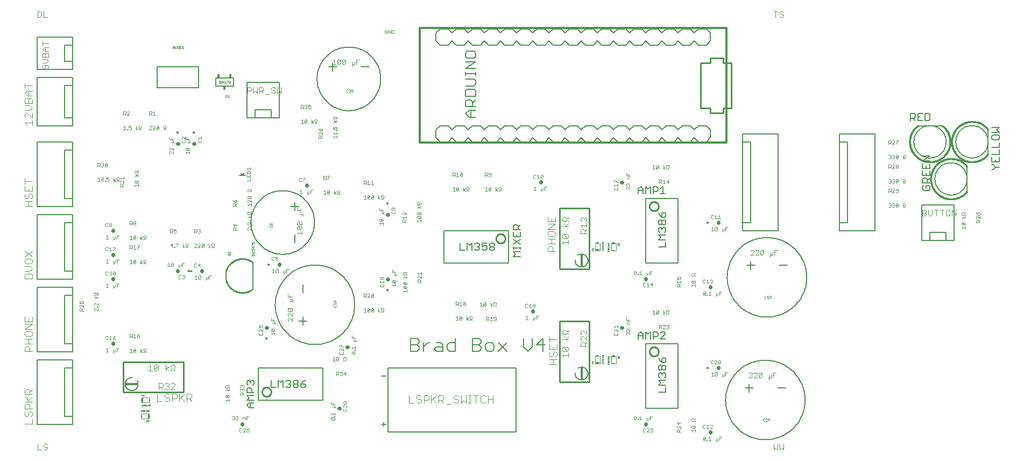
<source format=gto>
G75*
G70*
%OFA0B0*%
%FSLAX24Y24*%
%IPPOS*%
%LPD*%
%AMOC8*
5,1,8,0,0,1.08239X$1,22.5*
%
%ADD10C,0.0070*%
%ADD11C,0.0030*%
%ADD12C,0.0020*%
%ADD13C,0.0040*%
%ADD14C,0.0050*%
%ADD15C,0.0080*%
%ADD16C,0.0010*%
%ADD17C,0.0220*%
%ADD18C,0.0060*%
%ADD19R,0.0180X0.0230*%
%ADD20C,0.0100*%
%ADD21R,0.0118X0.0748*%
%ADD22R,0.0134X0.0083*%
%ADD23R,0.0315X0.0114*%
%ADD24C,0.0120*%
%ADD25R,0.0748X0.0118*%
%ADD26R,0.0083X0.0134*%
%ADD27R,0.0114X0.0315*%
D10*
X025035Y006635D02*
X025430Y006635D01*
X025562Y006767D01*
X025562Y006899D01*
X025430Y007030D01*
X025035Y007030D01*
X025035Y006635D02*
X025035Y007426D01*
X025430Y007426D01*
X025562Y007294D01*
X025562Y007162D01*
X025430Y007030D01*
X025827Y006899D02*
X026090Y007162D01*
X026222Y007162D01*
X025827Y007162D02*
X025827Y006635D01*
X026487Y006767D02*
X026619Y006899D01*
X027014Y006899D01*
X027014Y007030D02*
X027014Y006635D01*
X026619Y006635D01*
X026487Y006767D01*
X026619Y007162D02*
X026882Y007162D01*
X027014Y007030D01*
X027279Y007030D02*
X027410Y007162D01*
X027806Y007162D01*
X027806Y007426D02*
X027806Y006635D01*
X027410Y006635D01*
X027279Y006767D01*
X027279Y007030D01*
X028862Y007030D02*
X029258Y007030D01*
X029390Y006899D01*
X029390Y006767D01*
X029258Y006635D01*
X028862Y006635D01*
X028862Y007426D01*
X029258Y007426D01*
X029390Y007294D01*
X029390Y007162D01*
X029258Y007030D01*
X029654Y007030D02*
X029654Y006767D01*
X029786Y006635D01*
X030050Y006635D01*
X030181Y006767D01*
X030181Y007030D01*
X030050Y007162D01*
X029786Y007162D01*
X029654Y007030D01*
X030446Y007162D02*
X030973Y006635D01*
X030446Y006635D02*
X030973Y007162D01*
X032030Y006899D02*
X032293Y006635D01*
X032557Y006899D01*
X032557Y007426D01*
X032822Y007030D02*
X033349Y007030D01*
X033217Y006635D02*
X033217Y007426D01*
X032822Y007030D01*
X032030Y006899D02*
X032030Y007426D01*
D11*
X001915Y000885D02*
X001915Y000515D01*
X002162Y000515D01*
X002283Y000577D02*
X002345Y000515D01*
X002468Y000515D01*
X002530Y000577D01*
X002530Y000638D01*
X002468Y000700D01*
X002345Y000700D01*
X002283Y000762D01*
X002283Y000824D01*
X002345Y000885D01*
X002468Y000885D01*
X002530Y000824D01*
X009435Y004268D02*
X009435Y004638D01*
X009620Y004638D01*
X009682Y004577D01*
X009682Y004453D01*
X009620Y004392D01*
X009435Y004392D01*
X009559Y004392D02*
X009682Y004268D01*
X009804Y004330D02*
X009865Y004268D01*
X009989Y004268D01*
X010050Y004330D01*
X010050Y004392D01*
X009989Y004453D01*
X009927Y004453D01*
X009989Y004453D02*
X010050Y004515D01*
X010050Y004577D01*
X009989Y004638D01*
X009865Y004638D01*
X009804Y004577D01*
X010172Y004577D02*
X010234Y004638D01*
X010357Y004638D01*
X010419Y004577D01*
X010419Y004515D01*
X010172Y004268D01*
X010419Y004268D01*
X010419Y005419D02*
X010357Y005419D01*
X010357Y005542D01*
X010419Y005604D01*
X010419Y005727D01*
X010357Y005789D01*
X010234Y005789D01*
X010172Y005727D01*
X010172Y005604D01*
X010234Y005542D01*
X010234Y005419D01*
X010172Y005419D01*
X010050Y005419D02*
X009865Y005542D01*
X010050Y005666D01*
X009865Y005789D02*
X009865Y005419D01*
X009375Y005480D02*
X009313Y005419D01*
X009190Y005419D01*
X009128Y005480D01*
X009375Y005727D01*
X009375Y005480D01*
X009128Y005480D02*
X009128Y005727D01*
X009190Y005789D01*
X009313Y005789D01*
X009375Y005727D01*
X009007Y005419D02*
X008760Y005419D01*
X008883Y005419D02*
X008883Y005789D01*
X008760Y005666D01*
X017415Y008545D02*
X017463Y008497D01*
X017415Y008545D02*
X017415Y008642D01*
X017463Y008691D01*
X017512Y008691D01*
X017705Y008497D01*
X017705Y008691D01*
X017705Y008792D02*
X017512Y008985D01*
X017463Y008985D01*
X017415Y008937D01*
X017415Y008840D01*
X017463Y008792D01*
X017705Y008792D02*
X017705Y008985D01*
X017657Y009086D02*
X017463Y009280D01*
X017657Y009280D01*
X017705Y009232D01*
X017705Y009135D01*
X017657Y009086D01*
X017463Y009086D01*
X017415Y009135D01*
X017415Y009232D01*
X017463Y009280D01*
X017560Y009724D02*
X017657Y009724D01*
X017753Y009724D01*
X017802Y009676D01*
X017705Y009772D02*
X017705Y009821D01*
X017657Y009869D01*
X017560Y009869D01*
X017560Y009970D02*
X017560Y010067D01*
X017705Y009970D02*
X017415Y009970D01*
X017415Y010164D01*
X017705Y009772D02*
X017657Y009724D01*
X018092Y013865D02*
X017995Y013962D01*
X018285Y013962D01*
X018285Y014058D02*
X018285Y013865D01*
X018237Y014160D02*
X018043Y014353D01*
X018237Y014353D01*
X018285Y014305D01*
X018285Y014208D01*
X018237Y014160D01*
X018043Y014160D01*
X017995Y014208D01*
X017995Y014305D01*
X018043Y014353D01*
X018043Y014454D02*
X017995Y014503D01*
X017995Y014599D01*
X018043Y014648D01*
X018237Y014454D01*
X018285Y014503D01*
X018285Y014599D01*
X018237Y014648D01*
X018043Y014648D01*
X018043Y014454D02*
X018237Y014454D01*
X018382Y015044D02*
X018333Y015092D01*
X018237Y015092D01*
X018285Y015140D01*
X018285Y015189D01*
X018237Y015237D01*
X018140Y015237D01*
X018140Y015338D02*
X018140Y015435D01*
X018285Y015338D02*
X017995Y015338D01*
X017995Y015532D01*
X018140Y015092D02*
X018237Y015092D01*
X034411Y014857D02*
X034473Y014919D01*
X034596Y014919D01*
X034658Y014857D01*
X034781Y014857D01*
X034781Y014919D01*
X034781Y014734D02*
X034658Y014734D01*
X034596Y014672D01*
X034473Y014672D01*
X034411Y014734D01*
X034411Y014857D01*
X034534Y014550D02*
X034658Y014365D01*
X034781Y014550D01*
X034781Y014672D02*
X034781Y014734D01*
X034781Y014365D02*
X034411Y014365D01*
X034473Y013875D02*
X034720Y013628D01*
X034781Y013690D01*
X034781Y013813D01*
X034720Y013875D01*
X034473Y013875D01*
X034411Y013813D01*
X034411Y013690D01*
X034473Y013628D01*
X034720Y013628D01*
X034781Y013507D02*
X034781Y013260D01*
X034781Y013383D02*
X034411Y013383D01*
X034534Y013260D01*
X035562Y013935D02*
X035562Y014120D01*
X035623Y014182D01*
X035747Y014182D01*
X035808Y014120D01*
X035808Y013935D01*
X035808Y014059D02*
X035932Y014182D01*
X035932Y014304D02*
X035932Y014550D01*
X035932Y014427D02*
X035562Y014427D01*
X035685Y014304D01*
X035562Y013935D02*
X035932Y013935D01*
X035870Y014672D02*
X035932Y014734D01*
X035932Y014857D01*
X035870Y014919D01*
X035808Y014919D01*
X035747Y014857D01*
X035747Y014795D01*
X035747Y014857D02*
X035685Y014919D01*
X035623Y014919D01*
X035562Y014857D01*
X035562Y014734D01*
X035623Y014672D01*
X046097Y012837D02*
X046145Y012885D01*
X046242Y012885D01*
X046291Y012837D01*
X046291Y012788D01*
X046097Y012595D01*
X046291Y012595D01*
X046392Y012595D02*
X046585Y012788D01*
X046585Y012837D01*
X046537Y012885D01*
X046440Y012885D01*
X046392Y012837D01*
X046392Y012595D02*
X046585Y012595D01*
X046686Y012643D02*
X046735Y012595D01*
X046832Y012595D01*
X046880Y012643D01*
X046880Y012837D01*
X046686Y012643D01*
X046686Y012837D01*
X046735Y012885D01*
X046832Y012885D01*
X046880Y012837D01*
X047324Y012740D02*
X047324Y012643D01*
X047324Y012547D01*
X047276Y012498D01*
X047372Y012595D02*
X047421Y012595D01*
X047469Y012643D01*
X047469Y012740D01*
X047570Y012740D02*
X047667Y012740D01*
X047570Y012595D02*
X047570Y012885D01*
X047764Y012885D01*
X047372Y012595D02*
X047324Y012643D01*
X056715Y015015D02*
X056900Y015015D01*
X056962Y015077D01*
X056962Y015138D01*
X056900Y015200D01*
X056715Y015200D01*
X056715Y015015D02*
X056715Y015385D01*
X056900Y015385D01*
X056962Y015324D01*
X056962Y015262D01*
X056900Y015200D01*
X057083Y015077D02*
X057083Y015385D01*
X057330Y015385D02*
X057330Y015077D01*
X057268Y015015D01*
X057145Y015015D01*
X057083Y015077D01*
X057452Y015385D02*
X057699Y015385D01*
X057820Y015385D02*
X058067Y015385D01*
X057943Y015385D02*
X057943Y015015D01*
X058188Y015077D02*
X058250Y015015D01*
X058373Y015015D01*
X058435Y015077D01*
X058435Y015324D01*
X058373Y015385D01*
X058250Y015385D01*
X058188Y015324D01*
X058188Y015077D01*
X058557Y015015D02*
X058557Y015385D01*
X058803Y015015D01*
X058803Y015385D01*
X057575Y015385D02*
X057575Y015015D01*
X047664Y005285D02*
X047470Y005285D01*
X047470Y004995D01*
X047369Y005043D02*
X047369Y005140D01*
X047369Y005043D02*
X047321Y004995D01*
X047272Y004995D01*
X047224Y005043D01*
X047224Y004947D01*
X047176Y004898D01*
X047224Y005043D02*
X047224Y005140D01*
X047470Y005140D02*
X047567Y005140D01*
X046780Y005043D02*
X046732Y004995D01*
X046635Y004995D01*
X046586Y005043D01*
X046780Y005237D01*
X046780Y005043D01*
X046586Y005043D02*
X046586Y005237D01*
X046635Y005285D01*
X046732Y005285D01*
X046780Y005237D01*
X046485Y005237D02*
X046437Y005285D01*
X046340Y005285D01*
X046292Y005237D01*
X046191Y005237D02*
X046142Y005285D01*
X046045Y005285D01*
X045997Y005237D01*
X046191Y005237D02*
X046191Y005188D01*
X045997Y004995D01*
X046191Y004995D01*
X046292Y004995D02*
X046485Y005188D01*
X046485Y005237D01*
X046485Y004995D02*
X046292Y004995D01*
X047515Y000885D02*
X047515Y000515D01*
X047638Y000638D01*
X047762Y000515D01*
X047762Y000885D01*
X047883Y000885D02*
X047883Y000515D01*
X048007Y000638D01*
X048130Y000515D01*
X048130Y000885D01*
X035932Y006935D02*
X035562Y006935D01*
X035562Y007120D01*
X035623Y007182D01*
X035747Y007182D01*
X035808Y007120D01*
X035808Y006935D01*
X035808Y007059D02*
X035932Y007182D01*
X035932Y007304D02*
X035685Y007550D01*
X035623Y007550D01*
X035562Y007489D01*
X035562Y007365D01*
X035623Y007304D01*
X035932Y007304D02*
X035932Y007550D01*
X035932Y007672D02*
X035685Y007919D01*
X035623Y007919D01*
X035562Y007857D01*
X035562Y007734D01*
X035623Y007672D01*
X035932Y007672D02*
X035932Y007919D01*
X034781Y007919D02*
X034781Y007857D01*
X034658Y007857D01*
X034596Y007919D01*
X034473Y007919D01*
X034411Y007857D01*
X034411Y007734D01*
X034473Y007672D01*
X034596Y007672D01*
X034658Y007734D01*
X034781Y007734D01*
X034781Y007672D01*
X034781Y007550D02*
X034658Y007365D01*
X034534Y007550D01*
X034411Y007365D02*
X034781Y007365D01*
X034720Y006875D02*
X034781Y006813D01*
X034781Y006690D01*
X034720Y006628D01*
X034473Y006875D01*
X034720Y006875D01*
X034720Y006628D02*
X034473Y006628D01*
X034411Y006690D01*
X034411Y006813D01*
X034473Y006875D01*
X034781Y006507D02*
X034781Y006260D01*
X034781Y006383D02*
X034411Y006383D01*
X034534Y006260D01*
X017003Y022615D02*
X017003Y022985D01*
X016757Y022985D02*
X016757Y022615D01*
X016880Y022738D01*
X017003Y022615D01*
X016635Y022677D02*
X016635Y022738D01*
X016573Y022800D01*
X016450Y022800D01*
X016388Y022862D01*
X016388Y022924D01*
X016450Y022985D01*
X016573Y022985D01*
X016635Y022924D01*
X016635Y022677D02*
X016573Y022615D01*
X016450Y022615D01*
X016388Y022677D01*
X016267Y022553D02*
X016020Y022553D01*
X015899Y022615D02*
X015775Y022738D01*
X015837Y022738D02*
X015652Y022738D01*
X015652Y022615D02*
X015652Y022985D01*
X015837Y022985D01*
X015899Y022924D01*
X015899Y022800D01*
X015837Y022738D01*
X015530Y022615D02*
X015530Y022985D01*
X015283Y022985D02*
X015283Y022615D01*
X015407Y022738D01*
X015530Y022615D01*
X015162Y022800D02*
X015100Y022738D01*
X014915Y022738D01*
X014915Y022615D02*
X014915Y022985D01*
X015100Y022985D01*
X015162Y022924D01*
X015162Y022800D01*
X020197Y024395D02*
X020391Y024395D01*
X020294Y024395D02*
X020294Y024685D01*
X020197Y024588D01*
X020492Y024637D02*
X020540Y024685D01*
X020637Y024685D01*
X020685Y024637D01*
X020492Y024443D01*
X020540Y024395D01*
X020637Y024395D01*
X020685Y024443D01*
X020685Y024637D01*
X020786Y024637D02*
X020835Y024685D01*
X020932Y024685D01*
X020980Y024637D01*
X020786Y024443D01*
X020835Y024395D01*
X020932Y024395D01*
X020980Y024443D01*
X020980Y024637D01*
X020786Y024637D02*
X020786Y024443D01*
X020492Y024443D02*
X020492Y024637D01*
X021424Y024540D02*
X021424Y024443D01*
X021424Y024347D01*
X021376Y024298D01*
X021472Y024395D02*
X021521Y024395D01*
X021569Y024443D01*
X021569Y024540D01*
X021670Y024540D02*
X021767Y024540D01*
X021670Y024395D02*
X021670Y024685D01*
X021864Y024685D01*
X021472Y024395D02*
X021424Y024443D01*
X002585Y024300D02*
X002523Y024362D01*
X002276Y024362D01*
X002215Y024300D01*
X002215Y024177D01*
X002276Y024115D01*
X002338Y024115D01*
X002400Y024177D01*
X002400Y024362D01*
X002462Y024483D02*
X002585Y024607D01*
X002462Y024730D01*
X002215Y024730D01*
X002215Y024852D02*
X002215Y025037D01*
X002276Y025099D01*
X002338Y025099D01*
X002400Y025037D01*
X002400Y024852D01*
X002400Y025037D02*
X002462Y025099D01*
X002523Y025099D01*
X002585Y025037D01*
X002585Y024852D01*
X002215Y024852D01*
X002215Y024483D02*
X002462Y024483D01*
X002585Y024300D02*
X002585Y024177D01*
X002523Y024115D01*
X002585Y025220D02*
X002338Y025220D01*
X002215Y025343D01*
X002338Y025467D01*
X002585Y025467D01*
X002400Y025467D02*
X002400Y025220D01*
X002215Y025588D02*
X002215Y025835D01*
X002215Y025712D02*
X002585Y025712D01*
X002530Y027315D02*
X002283Y027315D01*
X002283Y027685D01*
X002162Y027624D02*
X002100Y027685D01*
X001915Y027685D01*
X001915Y027315D01*
X002100Y027315D01*
X002162Y027377D01*
X002162Y027624D01*
X047515Y027685D02*
X047762Y027685D01*
X047638Y027685D02*
X047638Y027315D01*
X047883Y027377D02*
X047945Y027315D01*
X048068Y027315D01*
X048130Y027377D01*
X048130Y027438D01*
X048068Y027500D01*
X047945Y027500D01*
X047883Y027562D01*
X047883Y027624D01*
X047945Y027685D01*
X048068Y027685D01*
X048130Y027624D01*
D12*
X054635Y019680D02*
X054745Y019680D01*
X054782Y019643D01*
X054782Y019570D01*
X054745Y019533D01*
X054635Y019533D01*
X054635Y019460D02*
X054635Y019680D01*
X054708Y019533D02*
X054782Y019460D01*
X054856Y019460D02*
X055003Y019607D01*
X055003Y019643D01*
X054966Y019680D01*
X054893Y019680D01*
X054856Y019643D01*
X054856Y019460D02*
X055003Y019460D01*
X055077Y019460D02*
X055077Y019497D01*
X055224Y019643D01*
X055224Y019680D01*
X055077Y019680D01*
X055114Y018780D02*
X055187Y018780D01*
X055224Y018743D01*
X055077Y018597D01*
X055114Y018560D01*
X055187Y018560D01*
X055224Y018597D01*
X055224Y018743D01*
X055114Y018780D02*
X055077Y018743D01*
X055077Y018597D01*
X055003Y018597D02*
X054966Y018560D01*
X054893Y018560D01*
X054856Y018597D01*
X054782Y018597D02*
X054745Y018560D01*
X054672Y018560D01*
X054635Y018597D01*
X054708Y018670D02*
X054745Y018670D01*
X054782Y018633D01*
X054782Y018597D01*
X054745Y018670D02*
X054782Y018707D01*
X054782Y018743D01*
X054745Y018780D01*
X054672Y018780D01*
X054635Y018743D01*
X054856Y018743D02*
X054893Y018780D01*
X054966Y018780D01*
X055003Y018743D01*
X055003Y018707D01*
X054966Y018670D01*
X055003Y018633D01*
X055003Y018597D01*
X054966Y018670D02*
X054929Y018670D01*
X055519Y018670D02*
X055519Y018743D01*
X055556Y018780D01*
X055629Y018780D01*
X055666Y018743D01*
X055666Y018670D01*
X055629Y018633D01*
X055629Y018560D01*
X055666Y018560D01*
X055556Y018560D02*
X055556Y018633D01*
X055519Y018670D01*
X055519Y018560D02*
X055556Y018560D01*
X055187Y018180D02*
X055224Y018143D01*
X055224Y018107D01*
X055187Y018070D01*
X055114Y018070D01*
X055077Y018107D01*
X055077Y018143D01*
X055114Y018180D01*
X055187Y018180D01*
X055187Y018070D02*
X055224Y018033D01*
X055224Y017997D01*
X055187Y017960D01*
X055114Y017960D01*
X055077Y017997D01*
X055077Y018033D01*
X055114Y018070D01*
X055003Y018107D02*
X055003Y018143D01*
X054966Y018180D01*
X054893Y018180D01*
X054856Y018143D01*
X054782Y018143D02*
X054782Y018070D01*
X054745Y018033D01*
X054635Y018033D01*
X054635Y017960D02*
X054635Y018180D01*
X054745Y018180D01*
X054782Y018143D01*
X054708Y018033D02*
X054782Y017960D01*
X054856Y017960D02*
X055003Y018107D01*
X055003Y017960D02*
X054856Y017960D01*
X054893Y017280D02*
X054966Y017280D01*
X055003Y017243D01*
X055003Y017207D01*
X054966Y017170D01*
X055003Y017133D01*
X055003Y017097D01*
X054966Y017060D01*
X054893Y017060D01*
X054856Y017097D01*
X054782Y017097D02*
X054745Y017060D01*
X054672Y017060D01*
X054635Y017097D01*
X054708Y017170D02*
X054745Y017170D01*
X054782Y017133D01*
X054782Y017097D01*
X054745Y017170D02*
X054782Y017207D01*
X054782Y017243D01*
X054745Y017280D01*
X054672Y017280D01*
X054635Y017243D01*
X054856Y017243D02*
X054893Y017280D01*
X054929Y017170D02*
X054966Y017170D01*
X055077Y017097D02*
X055224Y017243D01*
X055224Y017097D01*
X055187Y017060D01*
X055114Y017060D01*
X055077Y017097D01*
X055077Y017243D01*
X055114Y017280D01*
X055187Y017280D01*
X055224Y017243D01*
X055519Y017243D02*
X055556Y017280D01*
X055629Y017280D01*
X055666Y017243D01*
X055666Y017170D01*
X055629Y017133D01*
X055629Y017060D01*
X055666Y017060D01*
X055556Y017060D02*
X055556Y017133D01*
X055519Y017170D01*
X055519Y017243D01*
X055519Y017060D02*
X055556Y017060D01*
X055187Y016680D02*
X055114Y016680D01*
X055077Y016643D01*
X055077Y016607D01*
X055114Y016570D01*
X055224Y016570D01*
X055224Y016497D02*
X055224Y016643D01*
X055187Y016680D01*
X055224Y016497D02*
X055187Y016460D01*
X055114Y016460D01*
X055077Y016497D01*
X055003Y016460D02*
X054856Y016460D01*
X055003Y016607D01*
X055003Y016643D01*
X054966Y016680D01*
X054893Y016680D01*
X054856Y016643D01*
X054782Y016643D02*
X054782Y016570D01*
X054745Y016533D01*
X054635Y016533D01*
X054635Y016460D02*
X054635Y016680D01*
X054745Y016680D01*
X054782Y016643D01*
X054708Y016533D02*
X054782Y016460D01*
X054745Y015780D02*
X054782Y015743D01*
X054782Y015707D01*
X054745Y015670D01*
X054782Y015633D01*
X054782Y015597D01*
X054745Y015560D01*
X054672Y015560D01*
X054635Y015597D01*
X054708Y015670D02*
X054745Y015670D01*
X054745Y015780D02*
X054672Y015780D01*
X054635Y015743D01*
X054856Y015743D02*
X054893Y015780D01*
X054966Y015780D01*
X055003Y015743D01*
X055003Y015707D01*
X054966Y015670D01*
X055003Y015633D01*
X055003Y015597D01*
X054966Y015560D01*
X054893Y015560D01*
X054856Y015597D01*
X054929Y015670D02*
X054966Y015670D01*
X055077Y015597D02*
X055224Y015743D01*
X055224Y015597D01*
X055187Y015560D01*
X055114Y015560D01*
X055077Y015597D01*
X055077Y015743D01*
X055114Y015780D01*
X055187Y015780D01*
X055224Y015743D01*
X055519Y015743D02*
X055519Y015670D01*
X055556Y015633D01*
X055556Y015560D01*
X055519Y015560D01*
X055629Y015560D02*
X055666Y015560D01*
X055629Y015560D02*
X055629Y015633D01*
X055666Y015670D01*
X055666Y015743D01*
X055629Y015780D01*
X055556Y015780D01*
X055519Y015743D01*
X059160Y015174D02*
X059160Y015101D01*
X059197Y015064D01*
X059270Y015064D01*
X059307Y015101D01*
X059380Y015101D01*
X059380Y015064D01*
X059380Y014990D02*
X059307Y014880D01*
X059233Y014990D01*
X059160Y014880D02*
X059380Y014880D01*
X059380Y015174D02*
X059380Y015211D01*
X059380Y015174D02*
X059307Y015174D01*
X059270Y015211D01*
X059197Y015211D01*
X059160Y015174D01*
X060060Y015211D02*
X060097Y015137D01*
X060170Y015064D01*
X060170Y015174D01*
X060207Y015211D01*
X060243Y015211D01*
X060280Y015174D01*
X060280Y015101D01*
X060243Y015064D01*
X060170Y015064D01*
X060133Y014990D02*
X060097Y014990D01*
X060060Y014953D01*
X060060Y014880D01*
X060097Y014843D01*
X060097Y014769D02*
X060170Y014769D01*
X060207Y014732D01*
X060207Y014622D01*
X060280Y014622D02*
X060060Y014622D01*
X060060Y014732D01*
X060097Y014769D01*
X060207Y014695D02*
X060280Y014769D01*
X060280Y014843D02*
X060133Y014990D01*
X060280Y014990D02*
X060280Y014843D01*
X059380Y014548D02*
X059380Y014475D01*
X059343Y014438D01*
X059197Y014585D01*
X059343Y014585D01*
X059380Y014548D01*
X059343Y014438D02*
X059197Y014438D01*
X059160Y014475D01*
X059160Y014548D01*
X059197Y014585D01*
X059380Y014364D02*
X059380Y014217D01*
X059380Y014290D02*
X059160Y014290D01*
X059233Y014217D01*
X044678Y014318D02*
X044531Y014318D01*
X044531Y014098D01*
X044457Y014134D02*
X044457Y014208D01*
X044457Y014134D02*
X044421Y014098D01*
X044384Y014098D01*
X044347Y014134D01*
X044347Y014061D01*
X044310Y014024D01*
X044347Y014134D02*
X044347Y014208D01*
X044531Y014208D02*
X044605Y014208D01*
X044015Y014281D02*
X043979Y014318D01*
X043905Y014318D01*
X043868Y014281D01*
X043868Y014134D01*
X044015Y014281D01*
X044015Y014134D01*
X043979Y014098D01*
X043905Y014098D01*
X043868Y014134D01*
X043794Y014098D02*
X043647Y014098D01*
X043721Y014098D02*
X043721Y014318D01*
X043647Y014244D01*
X043672Y014847D02*
X043745Y014847D01*
X043782Y014884D01*
X043856Y014847D02*
X044003Y014847D01*
X043929Y014847D02*
X043929Y015068D01*
X043856Y014994D01*
X043782Y015031D02*
X043745Y015068D01*
X043672Y015068D01*
X043635Y015031D01*
X043635Y014884D01*
X043672Y014847D01*
X044077Y014847D02*
X044224Y014847D01*
X044150Y014847D02*
X044150Y015068D01*
X044077Y014994D01*
X040974Y017020D02*
X040974Y017240D01*
X040864Y017130D01*
X041011Y017130D01*
X040790Y017020D02*
X040643Y017020D01*
X040716Y017020D02*
X040716Y017240D01*
X040643Y017167D01*
X040569Y017203D02*
X040569Y017130D01*
X040532Y017093D01*
X040422Y017093D01*
X040422Y017020D02*
X040422Y017240D01*
X040532Y017240D01*
X040569Y017203D01*
X040495Y017093D02*
X040569Y017020D01*
X040680Y017920D02*
X040680Y018140D01*
X040790Y018067D02*
X040680Y017993D01*
X040790Y017920D01*
X040864Y017920D02*
X040901Y017920D01*
X040901Y017993D01*
X040864Y018030D01*
X040864Y018103D01*
X040901Y018140D01*
X040974Y018140D01*
X041011Y018103D01*
X041011Y018030D01*
X040974Y017993D01*
X040974Y017920D01*
X041011Y017920D01*
X040385Y017957D02*
X040385Y018103D01*
X040238Y017957D01*
X040275Y017920D01*
X040348Y017920D01*
X040385Y017957D01*
X040385Y018103D02*
X040348Y018140D01*
X040275Y018140D01*
X040238Y018103D01*
X040238Y017957D01*
X040164Y017920D02*
X040017Y017920D01*
X040090Y017920D02*
X040090Y018140D01*
X040017Y018067D01*
X038602Y017531D02*
X038382Y017531D01*
X038382Y017678D01*
X038492Y017605D02*
X038492Y017531D01*
X038492Y017457D02*
X038602Y017457D01*
X038492Y017457D02*
X038456Y017421D01*
X038456Y017310D01*
X038602Y017310D01*
X038566Y017015D02*
X038602Y016979D01*
X038602Y016905D01*
X038566Y016868D01*
X038566Y016794D02*
X038602Y016758D01*
X038602Y016684D01*
X038566Y016647D01*
X038492Y016721D02*
X038492Y016758D01*
X038529Y016794D01*
X038566Y016794D01*
X038492Y016758D02*
X038456Y016794D01*
X038419Y016794D01*
X038382Y016758D01*
X038382Y016684D01*
X038419Y016647D01*
X038419Y016868D02*
X038382Y016905D01*
X038382Y016979D01*
X038419Y017015D01*
X038456Y017015D01*
X038492Y016979D01*
X038529Y017015D01*
X038566Y017015D01*
X038492Y016979D02*
X038492Y016942D01*
X037853Y016929D02*
X037632Y016929D01*
X037706Y016856D01*
X037669Y016782D02*
X037632Y016745D01*
X037632Y016672D01*
X037669Y016635D01*
X037816Y016635D01*
X037853Y016672D01*
X037853Y016745D01*
X037816Y016782D01*
X037853Y016856D02*
X037853Y017003D01*
X037853Y017077D02*
X037706Y017224D01*
X037669Y017224D01*
X037632Y017187D01*
X037632Y017114D01*
X037669Y017077D01*
X037853Y017077D02*
X037853Y017224D01*
X033457Y016818D02*
X033310Y016818D01*
X033310Y016598D01*
X033236Y016634D02*
X033236Y016708D01*
X033236Y016634D02*
X033200Y016598D01*
X033163Y016598D01*
X033126Y016634D01*
X033126Y016561D01*
X033089Y016524D01*
X033126Y016634D02*
X033126Y016708D01*
X033310Y016708D02*
X033384Y016708D01*
X032794Y016598D02*
X032647Y016598D01*
X032721Y016598D02*
X032721Y016818D01*
X032647Y016744D01*
X032672Y017347D02*
X032745Y017347D01*
X032782Y017384D01*
X032856Y017347D02*
X033003Y017347D01*
X032929Y017347D02*
X032929Y017568D01*
X032856Y017494D01*
X032782Y017531D02*
X032745Y017568D01*
X032672Y017568D01*
X032635Y017531D01*
X032635Y017384D01*
X032672Y017347D01*
X033077Y017384D02*
X033224Y017531D01*
X033224Y017384D01*
X033187Y017347D01*
X033114Y017347D01*
X033077Y017384D01*
X033077Y017531D01*
X033114Y017568D01*
X033187Y017568D01*
X033224Y017531D01*
X030629Y016743D02*
X030629Y016670D01*
X030592Y016633D01*
X030592Y016560D01*
X030629Y016560D01*
X030519Y016560D02*
X030519Y016633D01*
X030482Y016670D01*
X030482Y016743D01*
X030519Y016780D01*
X030592Y016780D01*
X030629Y016743D01*
X030519Y016560D02*
X030482Y016560D01*
X030408Y016560D02*
X030298Y016633D01*
X030408Y016707D01*
X030298Y016780D02*
X030298Y016560D01*
X030003Y016597D02*
X029966Y016560D01*
X029893Y016560D01*
X029856Y016597D01*
X030003Y016743D01*
X030003Y016597D01*
X030003Y016743D02*
X029966Y016780D01*
X029893Y016780D01*
X029856Y016743D01*
X029856Y016597D01*
X029782Y016560D02*
X029635Y016560D01*
X029708Y016560D02*
X029708Y016780D01*
X029635Y016707D01*
X028629Y016743D02*
X028629Y016670D01*
X028592Y016633D01*
X028592Y016560D01*
X028629Y016560D01*
X028519Y016560D02*
X028519Y016633D01*
X028482Y016670D01*
X028482Y016743D01*
X028519Y016780D01*
X028592Y016780D01*
X028629Y016743D01*
X028519Y016560D02*
X028482Y016560D01*
X028408Y016560D02*
X028298Y016633D01*
X028408Y016707D01*
X028298Y016780D02*
X028298Y016560D01*
X028003Y016597D02*
X027966Y016560D01*
X027893Y016560D01*
X027856Y016597D01*
X028003Y016743D01*
X028003Y016597D01*
X028003Y016743D02*
X027966Y016780D01*
X027893Y016780D01*
X027856Y016743D01*
X027856Y016597D01*
X027782Y016560D02*
X027635Y016560D01*
X027708Y016560D02*
X027708Y016780D01*
X027635Y016707D01*
X027635Y017460D02*
X027635Y017680D01*
X027745Y017680D01*
X027782Y017643D01*
X027782Y017570D01*
X027745Y017533D01*
X027635Y017533D01*
X027708Y017533D02*
X027782Y017460D01*
X027856Y017460D02*
X028003Y017460D01*
X027929Y017460D02*
X027929Y017680D01*
X027856Y017607D01*
X028077Y017643D02*
X028114Y017680D01*
X028187Y017680D01*
X028224Y017643D01*
X028077Y017497D01*
X028114Y017460D01*
X028187Y017460D01*
X028224Y017497D01*
X028224Y017643D01*
X028077Y017643D02*
X028077Y017497D01*
X029635Y017533D02*
X029745Y017533D01*
X029782Y017570D01*
X029782Y017643D01*
X029745Y017680D01*
X029635Y017680D01*
X029635Y017460D01*
X029708Y017533D02*
X029782Y017460D01*
X029856Y017497D02*
X029893Y017460D01*
X029966Y017460D01*
X030003Y017497D01*
X030003Y017643D01*
X029966Y017680D01*
X029893Y017680D01*
X029856Y017643D01*
X029856Y017607D01*
X029893Y017570D01*
X030003Y017570D01*
X025640Y015850D02*
X025640Y015813D01*
X025567Y015813D01*
X025530Y015850D01*
X025457Y015850D01*
X025420Y015813D01*
X025420Y015740D01*
X025457Y015703D01*
X025530Y015703D01*
X025567Y015740D01*
X025640Y015740D01*
X025640Y015703D01*
X025640Y015629D02*
X025567Y015519D01*
X025493Y015629D01*
X025420Y015519D02*
X025640Y015519D01*
X025603Y015224D02*
X025457Y015224D01*
X025603Y015077D01*
X025640Y015114D01*
X025640Y015187D01*
X025603Y015224D01*
X025457Y015224D02*
X025420Y015187D01*
X025420Y015114D01*
X025457Y015077D01*
X025603Y015077D01*
X025603Y015003D02*
X025640Y014966D01*
X025640Y014893D01*
X025603Y014856D01*
X025457Y015003D01*
X025603Y015003D01*
X025457Y015003D02*
X025420Y014966D01*
X025420Y014893D01*
X025457Y014856D01*
X025603Y014856D01*
X025640Y014782D02*
X025640Y014635D01*
X025640Y014708D02*
X025420Y014708D01*
X025493Y014635D01*
X024740Y014635D02*
X024520Y014635D01*
X024520Y014745D01*
X024557Y014782D01*
X024630Y014782D01*
X024667Y014745D01*
X024667Y014635D01*
X024667Y014708D02*
X024740Y014782D01*
X024740Y014856D02*
X024740Y015003D01*
X024740Y014929D02*
X024520Y014929D01*
X024593Y014856D01*
X024557Y015077D02*
X024520Y015114D01*
X024520Y015187D01*
X024557Y015224D01*
X024593Y015224D01*
X024740Y015077D01*
X024740Y015224D01*
X024067Y015253D02*
X024031Y015290D01*
X024067Y015253D02*
X024067Y015180D01*
X024031Y015143D01*
X023884Y015143D01*
X023847Y015180D01*
X023847Y015253D01*
X023884Y015290D01*
X023884Y015364D02*
X023921Y015364D01*
X023957Y015401D01*
X023957Y015511D01*
X023884Y015511D02*
X023847Y015474D01*
X023847Y015401D01*
X023884Y015364D01*
X024031Y015364D02*
X024067Y015401D01*
X024067Y015474D01*
X024031Y015511D01*
X023884Y015511D01*
X023318Y015352D02*
X023097Y015352D01*
X023097Y015498D01*
X023207Y015425D02*
X023207Y015352D01*
X023207Y015277D02*
X023281Y015277D01*
X023318Y015241D01*
X023318Y015204D01*
X023281Y015167D01*
X023354Y015167D01*
X023391Y015131D01*
X023281Y015167D02*
X023207Y015167D01*
X023134Y014835D02*
X023281Y014689D01*
X023318Y014725D01*
X023318Y014799D01*
X023281Y014835D01*
X023134Y014835D01*
X023097Y014799D01*
X023097Y014725D01*
X023134Y014689D01*
X023281Y014689D01*
X023318Y014614D02*
X023318Y014468D01*
X023318Y014541D02*
X023097Y014541D01*
X023171Y014468D01*
X023203Y016060D02*
X023240Y016060D01*
X023240Y016133D01*
X023203Y016170D01*
X023203Y016243D01*
X023240Y016280D01*
X023313Y016280D01*
X023350Y016243D01*
X023350Y016170D01*
X023313Y016133D01*
X023313Y016060D01*
X023350Y016060D01*
X023129Y016060D02*
X023019Y016133D01*
X023129Y016207D01*
X023019Y016280D02*
X023019Y016060D01*
X022724Y016097D02*
X022687Y016060D01*
X022614Y016060D01*
X022577Y016097D01*
X022724Y016243D01*
X022724Y016097D01*
X022724Y016243D02*
X022687Y016280D01*
X022614Y016280D01*
X022577Y016243D01*
X022577Y016097D01*
X022503Y016097D02*
X022466Y016060D01*
X022393Y016060D01*
X022356Y016097D01*
X022503Y016243D01*
X022503Y016097D01*
X022503Y016243D02*
X022466Y016280D01*
X022393Y016280D01*
X022356Y016243D01*
X022356Y016097D01*
X022282Y016060D02*
X022135Y016060D01*
X022208Y016060D02*
X022208Y016280D01*
X022135Y016207D01*
X020629Y016360D02*
X020592Y016360D01*
X020592Y016433D01*
X020629Y016470D01*
X020629Y016543D01*
X020592Y016580D01*
X020519Y016580D01*
X020482Y016543D01*
X020482Y016470D01*
X020519Y016433D01*
X020519Y016360D01*
X020482Y016360D01*
X020408Y016360D02*
X020298Y016433D01*
X020408Y016507D01*
X020298Y016580D02*
X020298Y016360D01*
X020003Y016397D02*
X019966Y016360D01*
X019893Y016360D01*
X019856Y016397D01*
X020003Y016543D01*
X020003Y016397D01*
X020003Y016543D02*
X019966Y016580D01*
X019893Y016580D01*
X019856Y016543D01*
X019856Y016397D01*
X019782Y016360D02*
X019635Y016360D01*
X019708Y016360D02*
X019708Y016580D01*
X019635Y016507D01*
X018957Y016618D02*
X018810Y016618D01*
X018810Y016398D01*
X018736Y016434D02*
X018736Y016508D01*
X018736Y016434D02*
X018700Y016398D01*
X018663Y016398D01*
X018626Y016434D01*
X018626Y016361D01*
X018589Y016324D01*
X018626Y016434D02*
X018626Y016508D01*
X018810Y016508D02*
X018884Y016508D01*
X018294Y016398D02*
X018147Y016398D01*
X018221Y016398D02*
X018221Y016618D01*
X018147Y016544D01*
X018172Y017147D02*
X018245Y017147D01*
X018282Y017184D01*
X018356Y017184D02*
X018356Y017147D01*
X018356Y017184D02*
X018503Y017331D01*
X018503Y017368D01*
X018356Y017368D01*
X018282Y017331D02*
X018245Y017368D01*
X018172Y017368D01*
X018135Y017331D01*
X018135Y017184D01*
X018172Y017147D01*
X019635Y017260D02*
X019635Y017480D01*
X019745Y017480D01*
X019782Y017443D01*
X019782Y017370D01*
X019745Y017333D01*
X019635Y017333D01*
X019708Y017333D02*
X019782Y017260D01*
X019856Y017260D02*
X019856Y017297D01*
X020003Y017443D01*
X020003Y017480D01*
X019856Y017480D01*
X022135Y017180D02*
X022135Y016960D01*
X022135Y017033D02*
X022245Y017033D01*
X022282Y017070D01*
X022282Y017143D01*
X022245Y017180D01*
X022135Y017180D01*
X022208Y017033D02*
X022282Y016960D01*
X022356Y016960D02*
X022503Y016960D01*
X022429Y016960D02*
X022429Y017180D01*
X022356Y017107D01*
X022577Y017107D02*
X022650Y017180D01*
X022650Y016960D01*
X022577Y016960D02*
X022724Y016960D01*
X020440Y019835D02*
X020440Y019982D01*
X020440Y019908D02*
X020220Y019908D01*
X020293Y019835D01*
X020293Y020056D02*
X020220Y020129D01*
X020440Y020129D01*
X020440Y020056D02*
X020440Y020203D01*
X020440Y020277D02*
X020440Y020314D01*
X020403Y020314D01*
X020403Y020277D01*
X020440Y020277D01*
X020403Y020387D02*
X020440Y020424D01*
X020440Y020498D01*
X020403Y020534D01*
X020330Y020534D01*
X020293Y020498D01*
X020293Y020461D01*
X020330Y020387D01*
X020220Y020387D01*
X020220Y020534D01*
X020220Y020829D02*
X020440Y020829D01*
X020367Y020829D02*
X020293Y020940D01*
X020257Y021014D02*
X020220Y021050D01*
X020220Y021124D01*
X020257Y021160D01*
X020330Y021160D01*
X020367Y021124D01*
X020440Y021124D01*
X020440Y021160D01*
X020440Y021050D02*
X020367Y021050D01*
X020330Y021014D01*
X020257Y021014D01*
X020440Y021014D02*
X020440Y021050D01*
X020440Y020940D02*
X020367Y020829D01*
X019540Y020387D02*
X019503Y020424D01*
X019467Y020424D01*
X019430Y020387D01*
X019430Y020277D01*
X019503Y020277D01*
X019540Y020314D01*
X019540Y020387D01*
X019430Y020277D02*
X019357Y020350D01*
X019320Y020424D01*
X019357Y020203D02*
X019393Y020203D01*
X019430Y020166D01*
X019467Y020203D01*
X019503Y020203D01*
X019540Y020166D01*
X019540Y020093D01*
X019503Y020056D01*
X019540Y019982D02*
X019467Y019908D01*
X019467Y019945D02*
X019467Y019835D01*
X019540Y019835D02*
X019320Y019835D01*
X019320Y019945D01*
X019357Y019982D01*
X019430Y019982D01*
X019467Y019945D01*
X019357Y020056D02*
X019320Y020093D01*
X019320Y020166D01*
X019357Y020203D01*
X019430Y020166D02*
X019430Y020129D01*
X019229Y020760D02*
X019192Y020760D01*
X019192Y020833D01*
X019229Y020870D01*
X019229Y020943D01*
X019192Y020980D01*
X019119Y020980D01*
X019082Y020943D01*
X019082Y020870D01*
X019119Y020833D01*
X019119Y020760D01*
X019082Y020760D01*
X019008Y020760D02*
X018898Y020833D01*
X019008Y020907D01*
X018898Y020980D02*
X018898Y020760D01*
X018603Y020797D02*
X018566Y020760D01*
X018493Y020760D01*
X018456Y020797D01*
X018603Y020943D01*
X018603Y020797D01*
X018603Y020943D02*
X018566Y020980D01*
X018493Y020980D01*
X018456Y020943D01*
X018456Y020797D01*
X018382Y020760D02*
X018235Y020760D01*
X018308Y020760D02*
X018308Y020980D01*
X018235Y020907D01*
X018235Y021660D02*
X018235Y021880D01*
X018345Y021880D01*
X018382Y021843D01*
X018382Y021770D01*
X018345Y021733D01*
X018235Y021733D01*
X018308Y021733D02*
X018382Y021660D01*
X018456Y021697D02*
X018493Y021660D01*
X018566Y021660D01*
X018603Y021697D01*
X018603Y021733D01*
X018566Y021770D01*
X018529Y021770D01*
X018566Y021770D02*
X018603Y021807D01*
X018603Y021843D01*
X018566Y021880D01*
X018493Y021880D01*
X018456Y021843D01*
X018677Y021880D02*
X018677Y021770D01*
X018750Y021807D01*
X018787Y021807D01*
X018824Y021770D01*
X018824Y021697D01*
X018787Y021660D01*
X018714Y021660D01*
X018677Y021697D01*
X018677Y021880D02*
X018824Y021880D01*
X012067Y019911D02*
X012067Y019764D01*
X012067Y019837D02*
X011847Y019837D01*
X011921Y019764D01*
X011884Y019690D02*
X011847Y019653D01*
X011847Y019580D01*
X011884Y019543D01*
X012031Y019543D01*
X012067Y019580D01*
X012067Y019653D01*
X012031Y019690D01*
X011391Y019531D02*
X011354Y019567D01*
X011281Y019567D01*
X011318Y019604D01*
X011318Y019641D01*
X011281Y019677D01*
X011207Y019677D01*
X011207Y019752D02*
X011207Y019825D01*
X011097Y019752D02*
X011097Y019898D01*
X011067Y019911D02*
X011067Y019764D01*
X010921Y019911D01*
X010884Y019911D01*
X010847Y019874D01*
X010847Y019801D01*
X010884Y019764D01*
X010884Y019690D02*
X010847Y019653D01*
X010847Y019580D01*
X010884Y019543D01*
X011031Y019543D01*
X011067Y019580D01*
X011067Y019653D01*
X011031Y019690D01*
X011097Y019752D02*
X011318Y019752D01*
X011281Y019567D02*
X011207Y019567D01*
X011134Y019235D02*
X011281Y019089D01*
X011318Y019125D01*
X011318Y019199D01*
X011281Y019235D01*
X011134Y019235D01*
X011097Y019199D01*
X011097Y019125D01*
X011134Y019089D01*
X011281Y019089D01*
X011318Y019014D02*
X011318Y018868D01*
X011318Y018941D02*
X011097Y018941D01*
X011171Y018868D01*
X010318Y018868D02*
X010171Y019014D01*
X010134Y019014D01*
X010097Y018978D01*
X010097Y018904D01*
X010134Y018868D01*
X010318Y018868D02*
X010318Y019014D01*
X010318Y019089D02*
X010171Y019235D01*
X010134Y019235D01*
X010097Y019199D01*
X010097Y019125D01*
X010134Y019089D01*
X010318Y019089D02*
X010318Y019235D01*
X010391Y019531D02*
X010354Y019567D01*
X010281Y019567D01*
X010318Y019604D01*
X010318Y019641D01*
X010281Y019677D01*
X010207Y019677D01*
X010207Y019752D02*
X010207Y019825D01*
X010097Y019752D02*
X010097Y019898D01*
X010097Y019752D02*
X010318Y019752D01*
X010281Y019567D02*
X010207Y019567D01*
X009866Y020360D02*
X009829Y020360D01*
X009829Y020433D01*
X009866Y020470D01*
X009866Y020543D01*
X009829Y020580D01*
X009756Y020580D01*
X009719Y020543D01*
X009719Y020470D01*
X009756Y020433D01*
X009756Y020360D01*
X009719Y020360D01*
X009424Y020397D02*
X009387Y020360D01*
X009314Y020360D01*
X009277Y020397D01*
X009424Y020543D01*
X009424Y020397D01*
X009424Y020543D02*
X009387Y020580D01*
X009314Y020580D01*
X009277Y020543D01*
X009277Y020397D01*
X009203Y020360D02*
X009056Y020360D01*
X009203Y020507D01*
X009203Y020543D01*
X009166Y020580D01*
X009093Y020580D01*
X009056Y020543D01*
X008982Y020543D02*
X008945Y020580D01*
X008872Y020580D01*
X008835Y020543D01*
X008982Y020543D02*
X008982Y020507D01*
X008835Y020360D01*
X008982Y020360D01*
X008339Y020360D02*
X008303Y020360D01*
X008303Y020433D01*
X008339Y020470D01*
X008339Y020543D01*
X008303Y020580D01*
X008229Y020580D01*
X008193Y020543D01*
X008193Y020470D01*
X008229Y020433D01*
X008229Y020360D01*
X008193Y020360D01*
X008119Y020360D02*
X008008Y020433D01*
X008119Y020507D01*
X008008Y020580D02*
X008008Y020360D01*
X007713Y020397D02*
X007677Y020360D01*
X007603Y020360D01*
X007566Y020397D01*
X007566Y020470D02*
X007640Y020507D01*
X007677Y020507D01*
X007713Y020470D01*
X007713Y020397D01*
X007566Y020470D02*
X007566Y020580D01*
X007713Y020580D01*
X007493Y020397D02*
X007493Y020360D01*
X007456Y020360D01*
X007456Y020397D01*
X007493Y020397D01*
X007382Y020360D02*
X007235Y020360D01*
X007308Y020360D02*
X007308Y020580D01*
X007235Y020507D01*
X007235Y021260D02*
X007235Y021480D01*
X007345Y021480D01*
X007382Y021443D01*
X007382Y021370D01*
X007345Y021333D01*
X007235Y021333D01*
X007308Y021333D02*
X007382Y021260D01*
X007456Y021260D02*
X007603Y021407D01*
X007603Y021443D01*
X007566Y021480D01*
X007493Y021480D01*
X007456Y021443D01*
X007456Y021260D02*
X007603Y021260D01*
X008835Y021260D02*
X008835Y021480D01*
X008945Y021480D01*
X008982Y021443D01*
X008982Y021370D01*
X008945Y021333D01*
X008835Y021333D01*
X008908Y021333D02*
X008982Y021260D01*
X009056Y021260D02*
X009203Y021260D01*
X009129Y021260D02*
X009129Y021480D01*
X009056Y021407D01*
X006187Y018280D02*
X006224Y018243D01*
X006077Y018097D01*
X006114Y018060D01*
X006187Y018060D01*
X006224Y018097D01*
X006224Y018243D01*
X006187Y018280D02*
X006114Y018280D01*
X006077Y018243D01*
X006077Y018097D01*
X006003Y018097D02*
X005966Y018060D01*
X005893Y018060D01*
X005856Y018097D01*
X005782Y018060D02*
X005708Y018133D01*
X005745Y018133D02*
X005635Y018133D01*
X005635Y018060D02*
X005635Y018280D01*
X005745Y018280D01*
X005782Y018243D01*
X005782Y018170D01*
X005745Y018133D01*
X005856Y018243D02*
X005893Y018280D01*
X005966Y018280D01*
X006003Y018243D01*
X006003Y018207D01*
X005966Y018170D01*
X006003Y018133D01*
X006003Y018097D01*
X005966Y018170D02*
X005929Y018170D01*
X007240Y017424D02*
X007240Y017277D01*
X007240Y017350D02*
X007020Y017350D01*
X007093Y017277D01*
X007093Y017203D02*
X007130Y017166D01*
X007167Y017203D01*
X007203Y017203D01*
X007240Y017166D01*
X007240Y017093D01*
X007203Y017056D01*
X007240Y016982D02*
X007167Y016908D01*
X007167Y016945D02*
X007167Y016835D01*
X007240Y016835D02*
X007020Y016835D01*
X007020Y016945D01*
X007057Y016982D01*
X007130Y016982D01*
X007167Y016945D01*
X007057Y017056D02*
X007020Y017093D01*
X007020Y017166D01*
X007057Y017203D01*
X007093Y017203D01*
X007130Y017166D02*
X007130Y017129D01*
X006960Y017160D02*
X006924Y017160D01*
X006924Y017233D01*
X006960Y017270D01*
X006960Y017343D01*
X006924Y017380D01*
X006850Y017380D01*
X006814Y017343D01*
X006814Y017270D01*
X006850Y017233D01*
X006850Y017160D01*
X006814Y017160D01*
X006740Y017160D02*
X006629Y017233D01*
X006740Y017307D01*
X006629Y017380D02*
X006629Y017160D01*
X006334Y017197D02*
X006298Y017160D01*
X006224Y017160D01*
X006187Y017197D01*
X006187Y017270D02*
X006261Y017307D01*
X006298Y017307D01*
X006334Y017270D01*
X006334Y017197D01*
X006187Y017270D02*
X006187Y017380D01*
X006334Y017380D01*
X006114Y017197D02*
X006114Y017160D01*
X006077Y017160D01*
X006077Y017197D01*
X006114Y017197D01*
X006003Y017197D02*
X006003Y017233D01*
X005966Y017270D01*
X005856Y017270D01*
X005856Y017197D01*
X005893Y017160D01*
X005966Y017160D01*
X006003Y017197D01*
X005929Y017343D02*
X005856Y017270D01*
X005929Y017343D02*
X006003Y017380D01*
X005708Y017380D02*
X005708Y017160D01*
X005635Y017160D02*
X005782Y017160D01*
X005635Y017307D02*
X005708Y017380D01*
X007920Y017498D02*
X008140Y017498D01*
X008067Y017498D02*
X008140Y017608D01*
X008140Y017682D02*
X008140Y017719D01*
X008067Y017719D01*
X008030Y017682D01*
X007957Y017682D01*
X007920Y017719D01*
X007920Y017792D01*
X007957Y017829D01*
X008030Y017829D01*
X008067Y017792D01*
X008140Y017792D01*
X008140Y017829D01*
X007993Y017608D02*
X008067Y017498D01*
X008103Y017203D02*
X007957Y017203D01*
X008103Y017056D01*
X008140Y017093D01*
X008140Y017166D01*
X008103Y017203D01*
X007957Y017203D02*
X007920Y017166D01*
X007920Y017093D01*
X007957Y017056D01*
X008103Y017056D01*
X008140Y016982D02*
X008140Y016835D01*
X008140Y016908D02*
X007920Y016908D01*
X007993Y016835D01*
X007966Y014680D02*
X008003Y014643D01*
X008003Y014607D01*
X007966Y014570D01*
X007893Y014570D01*
X007856Y014607D01*
X007856Y014643D01*
X007893Y014680D01*
X007966Y014680D01*
X007966Y014570D02*
X008003Y014533D01*
X008003Y014497D01*
X007966Y014460D01*
X007893Y014460D01*
X007856Y014497D01*
X007856Y014533D01*
X007893Y014570D01*
X007782Y014570D02*
X007745Y014533D01*
X007635Y014533D01*
X007635Y014460D02*
X007635Y014680D01*
X007745Y014680D01*
X007782Y014643D01*
X007782Y014570D01*
X007708Y014533D02*
X007782Y014460D01*
X007708Y013780D02*
X007708Y013560D01*
X007635Y013560D02*
X007782Y013560D01*
X007856Y013597D02*
X008003Y013743D01*
X008003Y013597D01*
X007966Y013560D01*
X007893Y013560D01*
X007856Y013597D01*
X007856Y013743D01*
X007893Y013780D01*
X007966Y013780D01*
X008003Y013743D01*
X007708Y013780D02*
X007635Y013707D01*
X008298Y013780D02*
X008298Y013560D01*
X008298Y013633D02*
X008408Y013707D01*
X008482Y013743D02*
X008519Y013780D01*
X008592Y013780D01*
X008629Y013743D01*
X008629Y013670D01*
X008592Y013633D01*
X008592Y013560D01*
X008629Y013560D01*
X008519Y013560D02*
X008519Y013633D01*
X008482Y013670D01*
X008482Y013743D01*
X008482Y013560D02*
X008519Y013560D01*
X008408Y013560D02*
X008298Y013633D01*
X008224Y013180D02*
X008224Y013143D01*
X008077Y012997D01*
X008077Y012960D01*
X008003Y012960D02*
X007856Y012960D01*
X007929Y012960D02*
X007929Y013180D01*
X007856Y013107D01*
X007782Y013143D02*
X007782Y013070D01*
X007745Y013033D01*
X007635Y013033D01*
X007635Y012960D02*
X007635Y013180D01*
X007745Y013180D01*
X007782Y013143D01*
X007708Y013033D02*
X007782Y012960D01*
X008077Y013180D02*
X008224Y013180D01*
X006884Y013708D02*
X006810Y013708D01*
X006736Y013708D02*
X006736Y013634D01*
X006700Y013598D01*
X006663Y013598D01*
X006626Y013634D01*
X006626Y013561D01*
X006589Y013524D01*
X006626Y013634D02*
X006626Y013708D01*
X006810Y013598D02*
X006810Y013818D01*
X006957Y013818D01*
X006294Y013598D02*
X006147Y013598D01*
X006221Y013598D02*
X006221Y013818D01*
X006147Y013744D01*
X006172Y013068D02*
X006135Y013031D01*
X006135Y012884D01*
X006172Y012847D01*
X006245Y012847D01*
X006282Y012884D01*
X006356Y012847D02*
X006503Y012847D01*
X006429Y012847D02*
X006429Y013068D01*
X006356Y012994D01*
X006282Y013031D02*
X006245Y013068D01*
X006172Y013068D01*
X006577Y013068D02*
X006724Y013068D01*
X006724Y013031D01*
X006577Y012884D01*
X006577Y012847D01*
X006810Y012318D02*
X006957Y012318D01*
X006884Y012208D02*
X006810Y012208D01*
X006736Y012208D02*
X006736Y012134D01*
X006700Y012098D01*
X006663Y012098D01*
X006626Y012134D01*
X006626Y012061D01*
X006589Y012024D01*
X006626Y012134D02*
X006626Y012208D01*
X006810Y012098D02*
X006810Y012318D01*
X006294Y012098D02*
X006147Y012098D01*
X006221Y012098D02*
X006221Y012318D01*
X006147Y012244D01*
X006172Y011568D02*
X006135Y011531D01*
X006135Y011384D01*
X006172Y011347D01*
X006245Y011347D01*
X006282Y011384D01*
X006356Y011384D02*
X006393Y011347D01*
X006466Y011347D01*
X006503Y011384D01*
X006503Y011421D01*
X006466Y011458D01*
X006429Y011458D01*
X006466Y011458D02*
X006503Y011494D01*
X006503Y011531D01*
X006466Y011568D01*
X006393Y011568D01*
X006356Y011531D01*
X006282Y011531D02*
X006245Y011568D01*
X006172Y011568D01*
X006577Y011531D02*
X006577Y011384D01*
X006724Y011531D01*
X006724Y011384D01*
X006687Y011347D01*
X006614Y011347D01*
X006577Y011384D01*
X006577Y011531D02*
X006614Y011568D01*
X006687Y011568D01*
X006724Y011531D01*
X007635Y012060D02*
X007782Y012060D01*
X007708Y012060D02*
X007708Y012280D01*
X007635Y012207D01*
X007856Y012243D02*
X007893Y012280D01*
X007966Y012280D01*
X008003Y012243D01*
X007856Y012097D01*
X007893Y012060D01*
X007966Y012060D01*
X008003Y012097D01*
X008003Y012243D01*
X007856Y012243D02*
X007856Y012097D01*
X008298Y012133D02*
X008408Y012060D01*
X008482Y012060D02*
X008519Y012060D01*
X008519Y012133D01*
X008482Y012170D01*
X008482Y012243D01*
X008519Y012280D01*
X008592Y012280D01*
X008629Y012243D01*
X008629Y012170D01*
X008592Y012133D01*
X008592Y012060D01*
X008629Y012060D01*
X008408Y012207D02*
X008298Y012133D01*
X008298Y012060D02*
X008298Y012280D01*
X009968Y012029D02*
X010041Y012103D01*
X010041Y011882D01*
X009968Y011882D02*
X010114Y011882D01*
X010189Y011919D02*
X010335Y012066D01*
X010335Y011919D01*
X010299Y011882D01*
X010225Y011882D01*
X010189Y011919D01*
X010189Y012066D01*
X010225Y012103D01*
X010299Y012103D01*
X010335Y012066D01*
X010667Y011993D02*
X010667Y011919D01*
X010667Y011846D01*
X010631Y011809D01*
X010704Y011882D02*
X010741Y011882D01*
X010777Y011919D01*
X010777Y011993D01*
X010852Y011993D02*
X010925Y011993D01*
X010852Y012103D02*
X010998Y012103D01*
X010852Y012103D02*
X010852Y011882D01*
X010704Y011882D02*
X010667Y011919D01*
X011635Y011884D02*
X011672Y011847D01*
X011745Y011847D01*
X011782Y011884D01*
X011856Y011958D02*
X012003Y011958D01*
X011966Y012068D02*
X011856Y011958D01*
X011782Y012031D02*
X011745Y012068D01*
X011672Y012068D01*
X011635Y012031D01*
X011635Y011884D01*
X011966Y011847D02*
X011966Y012068D01*
X011979Y011318D02*
X012015Y011281D01*
X011868Y011134D01*
X011905Y011098D01*
X011979Y011098D01*
X012015Y011134D01*
X012015Y011281D01*
X011979Y011318D02*
X011905Y011318D01*
X011868Y011281D01*
X011868Y011134D01*
X011794Y011098D02*
X011647Y011098D01*
X011721Y011098D02*
X011721Y011318D01*
X011647Y011244D01*
X011011Y011279D02*
X010974Y011243D01*
X011011Y011206D01*
X011011Y011169D01*
X010974Y011133D01*
X010901Y011133D01*
X010864Y011169D01*
X010790Y011169D02*
X010753Y011133D01*
X010680Y011133D01*
X010643Y011169D01*
X010643Y011316D01*
X010680Y011353D01*
X010753Y011353D01*
X010790Y011316D01*
X010864Y011316D02*
X010901Y011353D01*
X010974Y011353D01*
X011011Y011316D01*
X011011Y011279D01*
X010974Y011243D02*
X010937Y011243D01*
X012310Y011024D02*
X012347Y011061D01*
X012347Y011134D01*
X012384Y011098D01*
X012421Y011098D01*
X012457Y011134D01*
X012457Y011208D01*
X012531Y011208D02*
X012605Y011208D01*
X012531Y011318D02*
X012678Y011318D01*
X012531Y011318D02*
X012531Y011098D01*
X012347Y011134D02*
X012347Y011208D01*
X013700Y012583D02*
X013700Y012630D01*
X013723Y012653D01*
X013817Y012653D01*
X013840Y012630D01*
X013840Y012583D01*
X013817Y012560D01*
X013723Y012560D01*
X013700Y012583D01*
X013793Y012607D02*
X013840Y012653D01*
X013840Y012707D02*
X013840Y012801D01*
X013840Y012754D02*
X013700Y012754D01*
X013747Y012707D01*
X012850Y013060D02*
X012813Y013060D01*
X012813Y013133D01*
X012850Y013170D01*
X012850Y013243D01*
X012813Y013280D01*
X012740Y013280D01*
X012703Y013243D01*
X012703Y013170D01*
X012740Y013133D01*
X012740Y013060D01*
X012703Y013060D01*
X012629Y013060D02*
X012519Y013133D01*
X012629Y013207D01*
X012519Y013280D02*
X012519Y013060D01*
X012224Y013097D02*
X012224Y013243D01*
X012077Y013097D01*
X012114Y013060D01*
X012187Y013060D01*
X012224Y013097D01*
X012224Y013243D02*
X012187Y013280D01*
X012114Y013280D01*
X012077Y013243D01*
X012077Y013097D01*
X012003Y013060D02*
X011856Y013060D01*
X012003Y013207D01*
X012003Y013243D01*
X011966Y013280D01*
X011893Y013280D01*
X011856Y013243D01*
X011782Y013243D02*
X011745Y013280D01*
X011672Y013280D01*
X011635Y013243D01*
X011782Y013243D02*
X011782Y013207D01*
X011635Y013060D01*
X011782Y013060D01*
X011239Y013060D02*
X011203Y013060D01*
X011203Y013133D01*
X011239Y013170D01*
X011239Y013243D01*
X011203Y013280D01*
X011129Y013280D01*
X011093Y013243D01*
X011093Y013170D01*
X011129Y013133D01*
X011129Y013060D01*
X011093Y013060D01*
X011019Y013060D02*
X010908Y013133D01*
X011019Y013207D01*
X010908Y013280D02*
X010908Y013060D01*
X010613Y013243D02*
X010466Y013097D01*
X010466Y013060D01*
X010393Y013060D02*
X010356Y013060D01*
X010356Y013097D01*
X010393Y013097D01*
X010393Y013060D01*
X010245Y013060D02*
X010245Y013280D01*
X010135Y013170D01*
X010282Y013170D01*
X010466Y013280D02*
X010613Y013280D01*
X010613Y013243D01*
X010466Y013960D02*
X010393Y013960D01*
X010356Y013997D01*
X010356Y014070D02*
X010429Y014107D01*
X010466Y014107D01*
X010503Y014070D01*
X010503Y013997D01*
X010466Y013960D01*
X010356Y014070D02*
X010356Y014180D01*
X010503Y014180D01*
X010282Y014143D02*
X010282Y014070D01*
X010245Y014033D01*
X010135Y014033D01*
X010135Y013960D02*
X010135Y014180D01*
X010245Y014180D01*
X010282Y014143D01*
X010208Y014033D02*
X010282Y013960D01*
X011635Y013960D02*
X011635Y014180D01*
X011745Y014180D01*
X011782Y014143D01*
X011782Y014070D01*
X011745Y014033D01*
X011635Y014033D01*
X011708Y014033D02*
X011782Y013960D01*
X011856Y013997D02*
X011893Y013960D01*
X011966Y013960D01*
X012003Y013997D01*
X012003Y014033D01*
X011966Y014070D01*
X011929Y014070D01*
X011966Y014070D02*
X012003Y014107D01*
X012003Y014143D01*
X011966Y014180D01*
X011893Y014180D01*
X011856Y014143D01*
X014020Y014135D02*
X014020Y014245D01*
X014057Y014282D01*
X014130Y014282D01*
X014167Y014245D01*
X014167Y014135D01*
X014240Y014135D02*
X014020Y014135D01*
X014167Y014208D02*
X014240Y014282D01*
X014130Y014356D02*
X014130Y014503D01*
X014240Y014466D02*
X014020Y014466D01*
X014130Y014356D01*
X014920Y014245D02*
X014920Y014172D01*
X014957Y014135D01*
X014920Y014245D02*
X014957Y014282D01*
X014993Y014282D01*
X015140Y014135D01*
X015140Y014282D01*
X015140Y014356D02*
X015140Y014393D01*
X015103Y014393D01*
X015103Y014356D01*
X015140Y014356D01*
X015140Y014466D02*
X014993Y014613D01*
X014957Y014613D01*
X014920Y014577D01*
X014920Y014503D01*
X014957Y014466D01*
X015140Y014466D02*
X015140Y014613D01*
X015140Y014908D02*
X014920Y014908D01*
X014993Y015019D02*
X015067Y014908D01*
X015140Y015019D01*
X015140Y015093D02*
X015140Y015129D01*
X015067Y015129D01*
X015030Y015093D01*
X014957Y015093D01*
X014920Y015129D01*
X014920Y015203D01*
X014957Y015239D01*
X015030Y015239D01*
X015067Y015203D01*
X015140Y015203D01*
X015140Y015239D01*
X015140Y015635D02*
X015140Y015782D01*
X015140Y015708D02*
X014920Y015708D01*
X014993Y015635D01*
X014957Y015856D02*
X014920Y015893D01*
X014920Y015966D01*
X014957Y016003D01*
X014993Y016003D01*
X015140Y015856D01*
X015140Y016003D01*
X015103Y016077D02*
X014957Y016224D01*
X015103Y016224D01*
X015140Y016187D01*
X015140Y016114D01*
X015103Y016077D01*
X014957Y016077D01*
X014920Y016114D01*
X014920Y016187D01*
X014957Y016224D01*
X014957Y016519D02*
X014920Y016556D01*
X014920Y016629D01*
X014957Y016666D01*
X015030Y016666D01*
X015067Y016629D01*
X015140Y016629D01*
X015140Y016666D01*
X015140Y016556D02*
X015067Y016556D01*
X015030Y016519D01*
X014957Y016519D01*
X015140Y016519D02*
X015140Y016556D01*
X014240Y015966D02*
X014203Y016003D01*
X014167Y016003D01*
X014130Y015966D01*
X014130Y015856D01*
X014203Y015856D01*
X014240Y015893D01*
X014240Y015966D01*
X014130Y015856D02*
X014057Y015929D01*
X014020Y016003D01*
X014057Y015782D02*
X014130Y015782D01*
X014167Y015745D01*
X014167Y015635D01*
X014240Y015635D02*
X014020Y015635D01*
X014020Y015745D01*
X014057Y015782D01*
X014167Y015708D02*
X014240Y015782D01*
X014885Y017201D02*
X015105Y017201D01*
X015105Y017348D01*
X015105Y017422D02*
X014885Y017422D01*
X014885Y017569D01*
X014885Y017643D02*
X014885Y017753D01*
X014922Y017790D01*
X015068Y017790D01*
X015105Y017753D01*
X015105Y017643D01*
X014885Y017643D01*
X014995Y017495D02*
X014995Y017422D01*
X015105Y017422D02*
X015105Y017569D01*
X015105Y017864D02*
X015105Y018011D01*
X015105Y017937D02*
X014885Y017937D01*
X014958Y017864D01*
X006503Y014531D02*
X006503Y014494D01*
X006466Y014458D01*
X006393Y014458D01*
X006356Y014494D01*
X006356Y014531D01*
X006393Y014568D01*
X006466Y014568D01*
X006503Y014531D01*
X006466Y014458D02*
X006503Y014421D01*
X006503Y014384D01*
X006466Y014347D01*
X006393Y014347D01*
X006356Y014384D01*
X006356Y014421D01*
X006393Y014458D01*
X006282Y014531D02*
X006245Y014568D01*
X006172Y014568D01*
X006135Y014531D01*
X006135Y014384D01*
X006172Y014347D01*
X006245Y014347D01*
X006282Y014384D01*
X006221Y010818D02*
X006147Y010744D01*
X006221Y010818D02*
X006221Y010598D01*
X006294Y010598D02*
X006147Y010598D01*
X006589Y010524D02*
X006626Y010561D01*
X006626Y010634D01*
X006663Y010598D01*
X006700Y010598D01*
X006736Y010634D01*
X006736Y010708D01*
X006810Y010708D02*
X006884Y010708D01*
X006810Y010818D02*
X006957Y010818D01*
X006810Y010818D02*
X006810Y010598D01*
X006626Y010634D02*
X006626Y010708D01*
X005640Y010239D02*
X005640Y010203D01*
X005567Y010203D01*
X005530Y010239D01*
X005457Y010239D01*
X005420Y010203D01*
X005420Y010129D01*
X005457Y010093D01*
X005530Y010093D01*
X005567Y010129D01*
X005640Y010129D01*
X005640Y010093D01*
X005640Y010019D02*
X005567Y009908D01*
X005493Y010019D01*
X005420Y009908D02*
X005640Y009908D01*
X005640Y009613D02*
X005640Y009466D01*
X005493Y009613D01*
X005457Y009613D01*
X005420Y009577D01*
X005420Y009503D01*
X005457Y009466D01*
X005603Y009393D02*
X005640Y009393D01*
X005640Y009356D01*
X005603Y009356D01*
X005603Y009393D01*
X005640Y009282D02*
X005640Y009135D01*
X005493Y009282D01*
X005457Y009282D01*
X005420Y009245D01*
X005420Y009172D01*
X005457Y009135D01*
X004740Y009135D02*
X004520Y009135D01*
X004520Y009245D01*
X004557Y009282D01*
X004630Y009282D01*
X004667Y009245D01*
X004667Y009135D01*
X004667Y009208D02*
X004740Y009282D01*
X004740Y009356D02*
X004593Y009503D01*
X004557Y009503D01*
X004520Y009466D01*
X004520Y009393D01*
X004557Y009356D01*
X004740Y009356D02*
X004740Y009503D01*
X004703Y009577D02*
X004740Y009614D01*
X004740Y009687D01*
X004703Y009724D01*
X004630Y009724D01*
X004593Y009687D01*
X004593Y009650D01*
X004630Y009577D01*
X004520Y009577D01*
X004520Y009724D01*
X007635Y007680D02*
X007745Y007680D01*
X007782Y007643D01*
X007782Y007570D01*
X007745Y007533D01*
X007635Y007533D01*
X007635Y007460D02*
X007635Y007680D01*
X007708Y007533D02*
X007782Y007460D01*
X007856Y007460D02*
X008003Y007460D01*
X007929Y007460D02*
X007929Y007680D01*
X007856Y007607D01*
X008077Y007570D02*
X008187Y007570D01*
X008224Y007533D01*
X008224Y007497D01*
X008187Y007460D01*
X008114Y007460D01*
X008077Y007497D01*
X008077Y007570D01*
X008150Y007643D01*
X008224Y007680D01*
X008298Y006780D02*
X008298Y006560D01*
X008298Y006633D02*
X008408Y006707D01*
X008482Y006670D02*
X008482Y006743D01*
X008519Y006780D01*
X008592Y006780D01*
X008629Y006743D01*
X008629Y006670D01*
X008592Y006633D01*
X008592Y006560D01*
X008629Y006560D01*
X008519Y006560D02*
X008519Y006633D01*
X008482Y006670D01*
X008482Y006560D02*
X008519Y006560D01*
X008408Y006560D02*
X008298Y006633D01*
X008003Y006597D02*
X008003Y006743D01*
X007856Y006597D01*
X007893Y006560D01*
X007966Y006560D01*
X008003Y006597D01*
X008003Y006743D02*
X007966Y006780D01*
X007893Y006780D01*
X007856Y006743D01*
X007856Y006597D01*
X007782Y006560D02*
X007635Y006560D01*
X007708Y006560D02*
X007708Y006780D01*
X007635Y006707D01*
X006957Y006818D02*
X006810Y006818D01*
X006810Y006598D01*
X006736Y006634D02*
X006736Y006708D01*
X006736Y006634D02*
X006700Y006598D01*
X006663Y006598D01*
X006626Y006634D01*
X006626Y006561D01*
X006589Y006524D01*
X006626Y006634D02*
X006626Y006708D01*
X006810Y006708D02*
X006884Y006708D01*
X006294Y006598D02*
X006147Y006598D01*
X006221Y006598D02*
X006221Y006818D01*
X006147Y006744D01*
X006172Y007347D02*
X006245Y007347D01*
X006282Y007384D01*
X006356Y007347D02*
X006503Y007347D01*
X006429Y007347D02*
X006429Y007568D01*
X006356Y007494D01*
X006282Y007531D02*
X006245Y007568D01*
X006172Y007568D01*
X006135Y007531D01*
X006135Y007384D01*
X006172Y007347D01*
X006577Y007384D02*
X006614Y007347D01*
X006687Y007347D01*
X006724Y007384D01*
X006724Y007421D01*
X006687Y007458D01*
X006577Y007458D01*
X006577Y007384D01*
X006577Y007458D02*
X006650Y007531D01*
X006724Y007568D01*
X013560Y004474D02*
X013597Y004511D01*
X013670Y004511D01*
X013707Y004474D01*
X013780Y004474D01*
X013780Y004511D01*
X013780Y004401D02*
X013707Y004401D01*
X013670Y004364D01*
X013597Y004364D01*
X013560Y004401D01*
X013560Y004474D01*
X013633Y004290D02*
X013707Y004180D01*
X013780Y004290D01*
X013780Y004364D02*
X013780Y004401D01*
X013780Y004180D02*
X013560Y004180D01*
X013597Y003885D02*
X013743Y003738D01*
X013780Y003775D01*
X013780Y003848D01*
X013743Y003885D01*
X013597Y003885D01*
X013560Y003848D01*
X013560Y003775D01*
X013597Y003738D01*
X013743Y003738D01*
X013780Y003664D02*
X013780Y003517D01*
X013780Y003590D02*
X013560Y003590D01*
X013633Y003517D01*
X014460Y003922D02*
X014460Y004032D01*
X014497Y004069D01*
X014570Y004069D01*
X014607Y004032D01*
X014607Y003922D01*
X014680Y003922D02*
X014460Y003922D01*
X014607Y003995D02*
X014680Y004069D01*
X014643Y004143D02*
X014680Y004180D01*
X014680Y004253D01*
X014643Y004290D01*
X014607Y004290D01*
X014570Y004253D01*
X014570Y004216D01*
X014570Y004253D02*
X014533Y004290D01*
X014497Y004290D01*
X014460Y004253D01*
X014460Y004180D01*
X014497Y004143D01*
X014497Y004364D02*
X014460Y004401D01*
X014460Y004474D01*
X014497Y004511D01*
X014533Y004511D01*
X014570Y004474D01*
X014607Y004511D01*
X014643Y004511D01*
X014680Y004474D01*
X014680Y004401D01*
X014643Y004364D01*
X014570Y004437D02*
X014570Y004474D01*
X014299Y002603D02*
X014225Y002603D01*
X014189Y002566D01*
X014114Y002566D02*
X014114Y002529D01*
X014078Y002493D01*
X014114Y002456D01*
X014114Y002419D01*
X014078Y002382D01*
X014004Y002382D01*
X013968Y002419D01*
X014041Y002493D02*
X014078Y002493D01*
X014114Y002566D02*
X014078Y002603D01*
X014004Y002603D01*
X013968Y002566D01*
X014189Y002419D02*
X014225Y002382D01*
X014299Y002382D01*
X014335Y002419D01*
X014335Y002456D01*
X014299Y002493D01*
X014262Y002493D01*
X014299Y002493D02*
X014335Y002529D01*
X014335Y002566D01*
X014299Y002603D01*
X014631Y002529D02*
X014741Y002529D01*
X014777Y002493D01*
X014777Y002382D01*
X014852Y002382D02*
X014852Y002603D01*
X014998Y002603D01*
X014925Y002493D02*
X014852Y002493D01*
X014631Y002529D02*
X014631Y002382D01*
X014680Y001853D02*
X014643Y001816D01*
X014680Y001853D02*
X014753Y001853D01*
X014790Y001816D01*
X014790Y001779D01*
X014643Y001633D01*
X014790Y001633D01*
X014864Y001669D02*
X014901Y001633D01*
X014974Y001633D01*
X015011Y001669D01*
X015011Y001706D01*
X014974Y001743D01*
X014864Y001743D01*
X014864Y001669D01*
X014864Y001743D02*
X014937Y001816D01*
X015011Y001853D01*
X014569Y001816D02*
X014532Y001853D01*
X014459Y001853D01*
X014422Y001816D01*
X014422Y001669D01*
X014459Y001633D01*
X014532Y001633D01*
X014569Y001669D01*
X020097Y002394D02*
X020097Y002467D01*
X020134Y002504D01*
X020281Y002357D01*
X020318Y002394D01*
X020318Y002467D01*
X020281Y002504D01*
X020134Y002504D01*
X020097Y002394D02*
X020134Y002357D01*
X020281Y002357D01*
X020281Y002578D02*
X020281Y002615D01*
X020318Y002615D01*
X020318Y002578D01*
X020281Y002578D01*
X020318Y002689D02*
X020318Y002835D01*
X020318Y002762D02*
X020097Y002762D01*
X020171Y002689D01*
X020847Y002959D02*
X020884Y002922D01*
X021031Y002922D01*
X021067Y002959D01*
X021067Y003032D01*
X021031Y003069D01*
X021067Y003143D02*
X020921Y003290D01*
X020884Y003290D01*
X020847Y003253D01*
X020847Y003180D01*
X020884Y003143D01*
X020884Y003069D02*
X020847Y003032D01*
X020847Y002959D01*
X021067Y003143D02*
X021067Y003290D01*
X021031Y003364D02*
X020994Y003364D01*
X020957Y003401D01*
X020957Y003474D01*
X020994Y003511D01*
X021031Y003511D01*
X021067Y003474D01*
X021067Y003401D01*
X021031Y003364D01*
X020957Y003401D02*
X020921Y003364D01*
X020884Y003364D01*
X020847Y003401D01*
X020847Y003474D01*
X020884Y003511D01*
X020921Y003511D01*
X020957Y003474D01*
X020318Y003352D02*
X020097Y003352D01*
X020097Y003498D01*
X020207Y003425D02*
X020207Y003352D01*
X020207Y003277D02*
X020281Y003277D01*
X020318Y003241D01*
X020318Y003204D01*
X020281Y003167D01*
X020354Y003167D01*
X020391Y003131D01*
X020281Y003167D02*
X020207Y003167D01*
X020422Y005120D02*
X020422Y005340D01*
X020532Y005340D01*
X020569Y005303D01*
X020569Y005230D01*
X020532Y005193D01*
X020422Y005193D01*
X020495Y005193D02*
X020569Y005120D01*
X020643Y005157D02*
X020680Y005120D01*
X020753Y005120D01*
X020790Y005157D01*
X020790Y005193D01*
X020753Y005230D01*
X020716Y005230D01*
X020753Y005230D02*
X020790Y005267D01*
X020790Y005303D01*
X020753Y005340D01*
X020680Y005340D01*
X020643Y005303D01*
X020864Y005230D02*
X021011Y005230D01*
X020974Y005120D02*
X020974Y005340D01*
X020864Y005230D01*
X020864Y006020D02*
X020901Y006020D01*
X020901Y006093D01*
X020864Y006130D01*
X020864Y006203D01*
X020901Y006240D01*
X020974Y006240D01*
X021011Y006203D01*
X021011Y006130D01*
X020974Y006093D01*
X020974Y006020D01*
X021011Y006020D01*
X020569Y006057D02*
X020532Y006020D01*
X020459Y006020D01*
X020422Y006057D01*
X020569Y006203D01*
X020569Y006057D01*
X020569Y006203D02*
X020532Y006240D01*
X020459Y006240D01*
X020422Y006203D01*
X020422Y006057D01*
X020348Y006020D02*
X020201Y006020D01*
X020274Y006020D02*
X020274Y006240D01*
X020201Y006167D01*
X020632Y006472D02*
X020669Y006435D01*
X020816Y006435D01*
X020853Y006472D01*
X020853Y006545D01*
X020816Y006582D01*
X020853Y006656D02*
X020706Y006803D01*
X020669Y006803D01*
X020632Y006766D01*
X020632Y006693D01*
X020669Y006656D01*
X020669Y006582D02*
X020632Y006545D01*
X020632Y006472D01*
X020853Y006656D02*
X020853Y006803D01*
X020853Y006877D02*
X020816Y006877D01*
X020669Y007024D01*
X020632Y007024D01*
X020632Y006877D01*
X021382Y006852D02*
X021602Y006852D01*
X021602Y006779D02*
X021602Y006926D01*
X021456Y006779D02*
X021382Y006852D01*
X021566Y006705D02*
X021602Y006705D01*
X021602Y006668D01*
X021566Y006668D01*
X021566Y006705D01*
X021566Y006594D02*
X021602Y006558D01*
X021602Y006484D01*
X021566Y006447D01*
X021419Y006594D01*
X021566Y006594D01*
X021566Y006447D02*
X021419Y006447D01*
X021382Y006484D01*
X021382Y006558D01*
X021419Y006594D01*
X021492Y007258D02*
X021566Y007258D01*
X021639Y007258D01*
X021676Y007221D01*
X021602Y007294D02*
X021602Y007331D01*
X021566Y007368D01*
X021492Y007368D01*
X021492Y007442D02*
X021492Y007515D01*
X021382Y007442D02*
X021382Y007589D01*
X021382Y007442D02*
X021602Y007442D01*
X021602Y007294D02*
X021566Y007258D01*
X022135Y009060D02*
X022282Y009060D01*
X022208Y009060D02*
X022208Y009280D01*
X022135Y009207D01*
X022356Y009243D02*
X022393Y009280D01*
X022466Y009280D01*
X022503Y009243D01*
X022356Y009097D01*
X022393Y009060D01*
X022466Y009060D01*
X022503Y009097D01*
X022503Y009243D01*
X022577Y009243D02*
X022614Y009280D01*
X022687Y009280D01*
X022724Y009243D01*
X022577Y009097D01*
X022614Y009060D01*
X022687Y009060D01*
X022724Y009097D01*
X022724Y009243D01*
X022577Y009243D02*
X022577Y009097D01*
X022356Y009097D02*
X022356Y009243D01*
X023019Y009280D02*
X023019Y009060D01*
X023019Y009133D02*
X023129Y009207D01*
X023203Y009243D02*
X023240Y009280D01*
X023313Y009280D01*
X023350Y009243D01*
X023350Y009170D01*
X023313Y009133D01*
X023313Y009060D01*
X023350Y009060D01*
X023240Y009060D02*
X023240Y009133D01*
X023203Y009170D01*
X023203Y009243D01*
X023203Y009060D02*
X023240Y009060D01*
X023129Y009060D02*
X023019Y009133D01*
X022687Y009960D02*
X022614Y009960D01*
X022577Y009997D01*
X022724Y010143D01*
X022724Y009997D01*
X022687Y009960D01*
X022577Y009997D02*
X022577Y010143D01*
X022614Y010180D01*
X022687Y010180D01*
X022724Y010143D01*
X022503Y010143D02*
X022466Y010180D01*
X022393Y010180D01*
X022356Y010143D01*
X022282Y010143D02*
X022282Y010070D01*
X022245Y010033D01*
X022135Y010033D01*
X022135Y009960D02*
X022135Y010180D01*
X022245Y010180D01*
X022282Y010143D01*
X022208Y010033D02*
X022282Y009960D01*
X022356Y009960D02*
X022503Y010107D01*
X022503Y010143D01*
X022503Y009960D02*
X022356Y009960D01*
X023132Y010672D02*
X023169Y010635D01*
X023316Y010635D01*
X023353Y010672D01*
X023353Y010745D01*
X023316Y010782D01*
X023353Y010856D02*
X023353Y011003D01*
X023353Y010929D02*
X023132Y010929D01*
X023206Y010856D01*
X023169Y010782D02*
X023132Y010745D01*
X023132Y010672D01*
X023169Y011077D02*
X023206Y011077D01*
X023242Y011114D01*
X023242Y011187D01*
X023279Y011224D01*
X023316Y011224D01*
X023353Y011187D01*
X023353Y011114D01*
X023316Y011077D01*
X023279Y011077D01*
X023242Y011114D01*
X023242Y011187D02*
X023206Y011224D01*
X023169Y011224D01*
X023132Y011187D01*
X023132Y011114D01*
X023169Y011077D01*
X023882Y010979D02*
X023882Y010905D01*
X023919Y010868D01*
X024066Y010868D01*
X023919Y011015D01*
X024066Y011015D01*
X024102Y010979D01*
X024102Y010905D01*
X024066Y010868D01*
X024102Y010794D02*
X024102Y010647D01*
X024102Y010721D02*
X023882Y010721D01*
X023956Y010647D01*
X024560Y010627D02*
X024597Y010664D01*
X024743Y010517D01*
X024780Y010554D01*
X024780Y010627D01*
X024743Y010664D01*
X024597Y010664D01*
X024560Y010627D02*
X024560Y010554D01*
X024597Y010517D01*
X024743Y010517D01*
X024780Y010443D02*
X024780Y010296D01*
X024780Y010369D02*
X024560Y010369D01*
X024633Y010296D01*
X024597Y010738D02*
X024560Y010775D01*
X024560Y010848D01*
X024597Y010885D01*
X024743Y010738D01*
X024780Y010775D01*
X024780Y010848D01*
X024743Y010885D01*
X024597Y010885D01*
X024597Y010738D02*
X024743Y010738D01*
X024707Y011180D02*
X024633Y011290D01*
X024597Y011364D02*
X024560Y011401D01*
X024560Y011474D01*
X024597Y011511D01*
X024670Y011511D01*
X024707Y011474D01*
X024780Y011474D01*
X024780Y011511D01*
X024780Y011401D02*
X024707Y011401D01*
X024670Y011364D01*
X024597Y011364D01*
X024780Y011364D02*
X024780Y011401D01*
X024780Y011290D02*
X024707Y011180D01*
X024780Y011180D02*
X024560Y011180D01*
X024176Y011310D02*
X024139Y011347D01*
X024066Y011347D01*
X024102Y011384D01*
X024102Y011421D01*
X024066Y011457D01*
X023992Y011457D01*
X023992Y011531D02*
X023992Y011605D01*
X023882Y011531D02*
X023882Y011678D01*
X023882Y011531D02*
X024102Y011531D01*
X024066Y011347D02*
X023992Y011347D01*
X023919Y011015D02*
X023882Y010979D01*
X025460Y011032D02*
X025460Y010922D01*
X025680Y010922D01*
X025607Y010922D02*
X025607Y011032D01*
X025570Y011069D01*
X025497Y011069D01*
X025460Y011032D01*
X025497Y011143D02*
X025460Y011180D01*
X025460Y011253D01*
X025497Y011290D01*
X025533Y011290D01*
X025680Y011143D01*
X025680Y011290D01*
X025680Y011364D02*
X025680Y011511D01*
X025680Y011437D02*
X025460Y011437D01*
X025533Y011364D01*
X025680Y011069D02*
X025607Y010995D01*
X027835Y009680D02*
X027945Y009680D01*
X027982Y009643D01*
X027982Y009570D01*
X027945Y009533D01*
X027835Y009533D01*
X027835Y009460D02*
X027835Y009680D01*
X027908Y009533D02*
X027982Y009460D01*
X028056Y009460D02*
X028203Y009460D01*
X028129Y009460D02*
X028129Y009680D01*
X028056Y009607D01*
X028277Y009607D02*
X028277Y009643D01*
X028314Y009680D01*
X028387Y009680D01*
X028424Y009643D01*
X028424Y009607D01*
X028387Y009570D01*
X028314Y009570D01*
X028277Y009607D01*
X028314Y009570D02*
X028277Y009533D01*
X028277Y009497D01*
X028314Y009460D01*
X028387Y009460D01*
X028424Y009497D01*
X028424Y009533D01*
X028387Y009570D01*
X029317Y009567D02*
X029390Y009640D01*
X029390Y009420D01*
X029317Y009420D02*
X029464Y009420D01*
X029538Y009457D02*
X029685Y009603D01*
X029685Y009457D01*
X029648Y009420D01*
X029575Y009420D01*
X029538Y009457D01*
X029538Y009603D01*
X029575Y009640D01*
X029648Y009640D01*
X029685Y009603D01*
X029980Y009640D02*
X029980Y009420D01*
X029980Y009493D02*
X030090Y009567D01*
X030164Y009603D02*
X030201Y009640D01*
X030274Y009640D01*
X030311Y009603D01*
X030311Y009530D01*
X030274Y009493D01*
X030274Y009420D01*
X030311Y009420D01*
X030201Y009420D02*
X030201Y009493D01*
X030164Y009530D01*
X030164Y009603D01*
X030164Y009420D02*
X030201Y009420D01*
X030090Y009420D02*
X029980Y009493D01*
X030016Y008740D02*
X030016Y008520D01*
X029943Y008520D02*
X030090Y008520D01*
X030164Y008557D02*
X030201Y008520D01*
X030274Y008520D01*
X030311Y008557D01*
X030311Y008703D01*
X030274Y008740D01*
X030201Y008740D01*
X030164Y008703D01*
X030164Y008667D01*
X030201Y008630D01*
X030311Y008630D01*
X030016Y008740D02*
X029943Y008667D01*
X029869Y008703D02*
X029869Y008630D01*
X029832Y008593D01*
X029722Y008593D01*
X029722Y008520D02*
X029722Y008740D01*
X029832Y008740D01*
X029869Y008703D01*
X029795Y008593D02*
X029869Y008520D01*
X028829Y008560D02*
X028792Y008560D01*
X028792Y008633D01*
X028829Y008670D01*
X028829Y008743D01*
X028792Y008780D01*
X028719Y008780D01*
X028682Y008743D01*
X028682Y008670D01*
X028719Y008633D01*
X028719Y008560D01*
X028682Y008560D01*
X028608Y008560D02*
X028498Y008633D01*
X028608Y008707D01*
X028498Y008780D02*
X028498Y008560D01*
X028203Y008597D02*
X028166Y008560D01*
X028093Y008560D01*
X028056Y008597D01*
X028203Y008743D01*
X028203Y008597D01*
X028203Y008743D02*
X028166Y008780D01*
X028093Y008780D01*
X028056Y008743D01*
X028056Y008597D01*
X027982Y008560D02*
X027835Y008560D01*
X027908Y008560D02*
X027908Y008780D01*
X027835Y008707D01*
X032147Y008744D02*
X032221Y008818D01*
X032221Y008598D01*
X032294Y008598D02*
X032147Y008598D01*
X032589Y008524D02*
X032626Y008561D01*
X032626Y008634D01*
X032663Y008598D01*
X032700Y008598D01*
X032736Y008634D01*
X032736Y008708D01*
X032810Y008708D02*
X032884Y008708D01*
X032810Y008818D02*
X032957Y008818D01*
X032810Y008818D02*
X032810Y008598D01*
X032626Y008634D02*
X032626Y008708D01*
X032614Y009347D02*
X032687Y009347D01*
X032724Y009384D01*
X032724Y009531D01*
X032687Y009568D01*
X032614Y009568D01*
X032577Y009531D01*
X032577Y009494D01*
X032614Y009458D01*
X032724Y009458D01*
X032614Y009347D02*
X032577Y009384D01*
X032503Y009347D02*
X032356Y009347D01*
X032429Y009347D02*
X032429Y009568D01*
X032356Y009494D01*
X032282Y009531D02*
X032245Y009568D01*
X032172Y009568D01*
X032135Y009531D01*
X032135Y009384D01*
X032172Y009347D01*
X032245Y009347D01*
X032282Y009384D01*
X037632Y008150D02*
X037706Y008077D01*
X037706Y008003D02*
X037669Y008003D01*
X037632Y007966D01*
X037632Y007893D01*
X037669Y007856D01*
X037669Y007782D02*
X037632Y007745D01*
X037632Y007672D01*
X037669Y007635D01*
X037816Y007635D01*
X037853Y007672D01*
X037853Y007745D01*
X037816Y007782D01*
X037853Y007856D02*
X037706Y008003D01*
X037853Y008003D02*
X037853Y007856D01*
X037853Y008077D02*
X037853Y008224D01*
X037853Y008150D02*
X037632Y008150D01*
X038382Y007979D02*
X038419Y008015D01*
X038456Y008015D01*
X038492Y007979D01*
X038529Y008015D01*
X038566Y008015D01*
X038602Y007979D01*
X038602Y007905D01*
X038566Y007868D01*
X038566Y007794D02*
X038602Y007758D01*
X038602Y007684D01*
X038566Y007647D01*
X038492Y007721D02*
X038492Y007758D01*
X038529Y007794D01*
X038566Y007794D01*
X038492Y007758D02*
X038456Y007794D01*
X038419Y007794D01*
X038382Y007758D01*
X038382Y007684D01*
X038419Y007647D01*
X038419Y007868D02*
X038382Y007905D01*
X038382Y007979D01*
X038492Y007979D02*
X038492Y007942D01*
X038456Y008310D02*
X038456Y008421D01*
X038492Y008457D01*
X038602Y008457D01*
X038602Y008531D02*
X038382Y008531D01*
X038382Y008678D01*
X038492Y008605D02*
X038492Y008531D01*
X038456Y008310D02*
X038602Y008310D01*
X040017Y008920D02*
X040164Y008920D01*
X040090Y008920D02*
X040090Y009140D01*
X040017Y009067D01*
X040238Y009103D02*
X040275Y009140D01*
X040348Y009140D01*
X040385Y009103D01*
X040238Y008957D01*
X040275Y008920D01*
X040348Y008920D01*
X040385Y008957D01*
X040385Y009103D01*
X040238Y009103D02*
X040238Y008957D01*
X040680Y008993D02*
X040790Y009067D01*
X040864Y009103D02*
X040901Y009140D01*
X040974Y009140D01*
X041011Y009103D01*
X041011Y009030D01*
X040974Y008993D01*
X040974Y008920D01*
X041011Y008920D01*
X040901Y008920D02*
X040901Y008993D01*
X040864Y009030D01*
X040864Y009103D01*
X040864Y008920D02*
X040901Y008920D01*
X040790Y008920D02*
X040680Y008993D01*
X040680Y008920D02*
X040680Y009140D01*
X040680Y008240D02*
X040643Y008203D01*
X040680Y008240D02*
X040753Y008240D01*
X040790Y008203D01*
X040790Y008167D01*
X040643Y008020D01*
X040790Y008020D01*
X040864Y008057D02*
X040901Y008020D01*
X040974Y008020D01*
X041011Y008057D01*
X041011Y008093D01*
X040974Y008130D01*
X040937Y008130D01*
X040974Y008130D02*
X041011Y008167D01*
X041011Y008203D01*
X040974Y008240D01*
X040901Y008240D01*
X040864Y008203D01*
X040569Y008203D02*
X040569Y008130D01*
X040532Y008093D01*
X040422Y008093D01*
X040422Y008020D02*
X040422Y008240D01*
X040532Y008240D01*
X040569Y008203D01*
X040495Y008093D02*
X040569Y008020D01*
X043147Y010134D02*
X043184Y010098D01*
X043258Y010098D01*
X043294Y010134D01*
X043294Y010281D01*
X043147Y010134D01*
X043147Y010281D01*
X043184Y010318D01*
X043258Y010318D01*
X043294Y010281D01*
X043368Y010134D02*
X043405Y010134D01*
X043405Y010098D01*
X043368Y010098D01*
X043368Y010134D01*
X043479Y010098D02*
X043626Y010098D01*
X043552Y010098D02*
X043552Y010318D01*
X043479Y010244D01*
X043958Y010208D02*
X043958Y010134D01*
X043958Y010061D01*
X043921Y010024D01*
X043994Y010098D02*
X044031Y010098D01*
X044068Y010134D01*
X044068Y010208D01*
X044142Y010208D02*
X044215Y010208D01*
X044142Y010318D02*
X044289Y010318D01*
X044142Y010318D02*
X044142Y010098D01*
X043994Y010098D02*
X043958Y010134D01*
X043687Y010847D02*
X043614Y010847D01*
X043577Y010884D01*
X043503Y010847D02*
X043356Y010847D01*
X043429Y010847D02*
X043429Y011068D01*
X043356Y010994D01*
X043282Y011031D02*
X043245Y011068D01*
X043172Y011068D01*
X043135Y011031D01*
X043135Y010884D01*
X043172Y010847D01*
X043245Y010847D01*
X043282Y010884D01*
X043577Y011031D02*
X043614Y011068D01*
X043687Y011068D01*
X043724Y011031D01*
X043724Y010994D01*
X043687Y010958D01*
X043724Y010921D01*
X043724Y010884D01*
X043687Y010847D01*
X043687Y010958D02*
X043650Y010958D01*
X042640Y010966D02*
X042640Y010893D01*
X042603Y010856D01*
X042457Y011003D01*
X042603Y011003D01*
X042640Y010966D01*
X042603Y010856D02*
X042457Y010856D01*
X042420Y010893D01*
X042420Y010966D01*
X042457Y011003D01*
X042640Y010782D02*
X042640Y010635D01*
X042640Y010708D02*
X042420Y010708D01*
X042493Y010635D01*
X041740Y010635D02*
X041520Y010635D01*
X041520Y010745D01*
X041557Y010782D01*
X041630Y010782D01*
X041667Y010745D01*
X041667Y010635D01*
X041667Y010708D02*
X041740Y010782D01*
X041740Y010856D02*
X041740Y011003D01*
X041740Y010929D02*
X041520Y010929D01*
X041593Y010856D01*
X041630Y011077D02*
X041593Y011150D01*
X041593Y011187D01*
X041630Y011224D01*
X041703Y011224D01*
X041740Y011187D01*
X041740Y011114D01*
X041703Y011077D01*
X041630Y011077D02*
X041520Y011077D01*
X041520Y011224D01*
X042420Y011335D02*
X042420Y011408D01*
X042457Y011445D01*
X042530Y011445D01*
X042567Y011408D01*
X042640Y011408D01*
X042640Y011445D01*
X042640Y011335D02*
X042567Y011335D01*
X042530Y011298D01*
X042457Y011298D01*
X042420Y011335D01*
X042640Y011335D02*
X042640Y011298D01*
X039998Y011603D02*
X039852Y011603D01*
X039852Y011382D01*
X039777Y011419D02*
X039777Y011493D01*
X039777Y011419D02*
X039741Y011382D01*
X039704Y011382D01*
X039667Y011419D01*
X039667Y011346D01*
X039631Y011309D01*
X039667Y011419D02*
X039667Y011493D01*
X039852Y011493D02*
X039925Y011493D01*
X039335Y011382D02*
X039189Y011382D01*
X039262Y011382D02*
X039262Y011603D01*
X039189Y011529D01*
X039115Y011419D02*
X039115Y011382D01*
X039078Y011382D01*
X039078Y011419D01*
X039115Y011419D01*
X039004Y011419D02*
X038967Y011382D01*
X038894Y011382D01*
X038857Y011419D01*
X039004Y011566D01*
X039004Y011419D01*
X038857Y011419D02*
X038857Y011566D01*
X038894Y011603D01*
X038967Y011603D01*
X039004Y011566D01*
X039459Y010853D02*
X039422Y010816D01*
X039422Y010669D01*
X039459Y010633D01*
X039532Y010633D01*
X039569Y010669D01*
X039643Y010633D02*
X039790Y010633D01*
X039716Y010633D02*
X039716Y010853D01*
X039643Y010779D01*
X039569Y010816D02*
X039532Y010853D01*
X039459Y010853D01*
X039864Y010743D02*
X040011Y010743D01*
X039974Y010853D02*
X039864Y010743D01*
X039974Y010633D02*
X039974Y010853D01*
X043672Y006068D02*
X043635Y006031D01*
X043635Y005884D01*
X043672Y005847D01*
X043745Y005847D01*
X043782Y005884D01*
X043856Y005847D02*
X044003Y005994D01*
X044003Y006031D01*
X043966Y006068D01*
X043893Y006068D01*
X043856Y006031D01*
X043782Y006031D02*
X043745Y006068D01*
X043672Y006068D01*
X043856Y005847D02*
X044003Y005847D01*
X044077Y005884D02*
X044224Y006031D01*
X044224Y005884D01*
X044187Y005847D01*
X044114Y005847D01*
X044077Y005884D01*
X044077Y006031D01*
X044114Y006068D01*
X044187Y006068D01*
X044224Y006031D01*
X043979Y005318D02*
X044015Y005281D01*
X043868Y005134D01*
X043905Y005098D01*
X043979Y005098D01*
X044015Y005134D01*
X044015Y005281D01*
X043979Y005318D02*
X043905Y005318D01*
X043868Y005281D01*
X043868Y005134D01*
X043794Y005098D02*
X043647Y005098D01*
X043721Y005098D02*
X043721Y005318D01*
X043647Y005244D01*
X044310Y005024D02*
X044347Y005061D01*
X044347Y005134D01*
X044384Y005098D01*
X044421Y005098D01*
X044457Y005134D01*
X044457Y005208D01*
X044531Y005208D02*
X044605Y005208D01*
X044531Y005318D02*
X044678Y005318D01*
X044531Y005318D02*
X044531Y005098D01*
X044347Y005134D02*
X044347Y005208D01*
X039998Y002603D02*
X039852Y002603D01*
X039852Y002382D01*
X039777Y002419D02*
X039777Y002493D01*
X039777Y002419D02*
X039741Y002382D01*
X039704Y002382D01*
X039667Y002419D01*
X039667Y002346D01*
X039631Y002309D01*
X039667Y002419D02*
X039667Y002493D01*
X039852Y002493D02*
X039925Y002493D01*
X039335Y002382D02*
X039189Y002382D01*
X039262Y002382D02*
X039262Y002603D01*
X039189Y002529D01*
X039115Y002419D02*
X039115Y002382D01*
X039078Y002382D01*
X039078Y002419D01*
X039115Y002419D01*
X039004Y002419D02*
X038967Y002382D01*
X038894Y002382D01*
X038857Y002419D01*
X039004Y002566D01*
X039004Y002419D01*
X038857Y002419D02*
X038857Y002566D01*
X038894Y002603D01*
X038967Y002603D01*
X039004Y002566D01*
X039459Y001853D02*
X039422Y001816D01*
X039422Y001669D01*
X039459Y001633D01*
X039532Y001633D01*
X039569Y001669D01*
X039643Y001633D02*
X039790Y001779D01*
X039790Y001816D01*
X039753Y001853D01*
X039680Y001853D01*
X039643Y001816D01*
X039569Y001816D02*
X039532Y001853D01*
X039459Y001853D01*
X039643Y001633D02*
X039790Y001633D01*
X039864Y001669D02*
X039901Y001633D01*
X039974Y001633D01*
X040011Y001669D01*
X040011Y001706D01*
X039974Y001743D01*
X039937Y001743D01*
X039974Y001743D02*
X040011Y001779D01*
X040011Y001816D01*
X039974Y001853D01*
X039901Y001853D01*
X039864Y001816D01*
X041520Y001745D02*
X041520Y001635D01*
X041740Y001635D01*
X041667Y001635D02*
X041667Y001745D01*
X041630Y001782D01*
X041557Y001782D01*
X041520Y001745D01*
X041557Y001856D02*
X041520Y001893D01*
X041520Y001966D01*
X041557Y002003D01*
X041593Y002003D01*
X041740Y001856D01*
X041740Y002003D01*
X041630Y002077D02*
X041630Y002224D01*
X041740Y002187D02*
X041520Y002187D01*
X041630Y002077D01*
X041740Y001782D02*
X041667Y001708D01*
X042420Y001708D02*
X042493Y001635D01*
X042420Y001708D02*
X042640Y001708D01*
X042640Y001635D02*
X042640Y001782D01*
X042603Y001856D02*
X042457Y002003D01*
X042603Y002003D01*
X042640Y001966D01*
X042640Y001893D01*
X042603Y001856D01*
X042457Y001856D01*
X042420Y001893D01*
X042420Y001966D01*
X042457Y002003D01*
X042457Y002298D02*
X042420Y002335D01*
X042420Y002408D01*
X042457Y002445D01*
X042530Y002445D01*
X042567Y002408D01*
X042640Y002408D01*
X042640Y002445D01*
X042640Y002335D02*
X042567Y002335D01*
X042530Y002298D01*
X042457Y002298D01*
X042640Y002298D02*
X042640Y002335D01*
X043135Y002031D02*
X043135Y001884D01*
X043172Y001847D01*
X043245Y001847D01*
X043282Y001884D01*
X043356Y001847D02*
X043503Y001994D01*
X043503Y002031D01*
X043466Y002068D01*
X043393Y002068D01*
X043356Y002031D01*
X043282Y002031D02*
X043245Y002068D01*
X043172Y002068D01*
X043135Y002031D01*
X043356Y001847D02*
X043503Y001847D01*
X043577Y001847D02*
X043724Y001994D01*
X043724Y002031D01*
X043687Y002068D01*
X043614Y002068D01*
X043577Y002031D01*
X043577Y001847D02*
X043724Y001847D01*
X043552Y001318D02*
X043552Y001098D01*
X043479Y001098D02*
X043626Y001098D01*
X043479Y001244D02*
X043552Y001318D01*
X043405Y001134D02*
X043405Y001098D01*
X043368Y001098D01*
X043368Y001134D01*
X043405Y001134D01*
X043294Y001134D02*
X043258Y001098D01*
X043184Y001098D01*
X043147Y001134D01*
X043294Y001281D01*
X043294Y001134D01*
X043147Y001134D02*
X043147Y001281D01*
X043184Y001318D01*
X043258Y001318D01*
X043294Y001281D01*
X043958Y001208D02*
X043958Y001134D01*
X043958Y001061D01*
X043921Y001024D01*
X043994Y001098D02*
X044031Y001098D01*
X044068Y001134D01*
X044068Y001208D01*
X044142Y001208D02*
X044215Y001208D01*
X044142Y001318D02*
X044289Y001318D01*
X044142Y001318D02*
X044142Y001098D01*
X043994Y001098D02*
X043958Y001134D01*
X017478Y011718D02*
X017331Y011718D01*
X017331Y011498D01*
X017257Y011534D02*
X017221Y011498D01*
X017184Y011498D01*
X017147Y011534D01*
X017147Y011461D01*
X017110Y011424D01*
X017147Y011534D02*
X017147Y011608D01*
X017257Y011608D02*
X017257Y011534D01*
X017331Y011608D02*
X017405Y011608D01*
X016815Y011681D02*
X016668Y011534D01*
X016705Y011498D01*
X016779Y011498D01*
X016815Y011534D01*
X016815Y011681D01*
X016779Y011718D01*
X016705Y011718D01*
X016668Y011681D01*
X016668Y011534D01*
X016594Y011498D02*
X016447Y011498D01*
X016521Y011498D02*
X016521Y011718D01*
X016447Y011644D01*
X016472Y012247D02*
X016545Y012247D01*
X016582Y012284D01*
X016656Y012284D02*
X016693Y012247D01*
X016766Y012247D01*
X016803Y012284D01*
X016803Y012358D01*
X016766Y012394D01*
X016729Y012394D01*
X016656Y012358D01*
X016656Y012468D01*
X016803Y012468D01*
X016582Y012431D02*
X016545Y012468D01*
X016472Y012468D01*
X016435Y012431D01*
X016435Y012284D01*
X016472Y012247D01*
X015340Y012560D02*
X015340Y012630D01*
X015317Y012653D01*
X015293Y012653D01*
X015270Y012630D01*
X015270Y012560D01*
X015340Y012560D02*
X015200Y012560D01*
X015200Y012630D01*
X015223Y012653D01*
X015247Y012653D01*
X015270Y012630D01*
X015317Y012707D02*
X015340Y012731D01*
X015340Y012777D01*
X015317Y012801D01*
X015317Y012855D02*
X015340Y012878D01*
X015340Y012925D01*
X015317Y012948D01*
X015270Y012948D01*
X015247Y012925D01*
X015247Y012901D01*
X015270Y012855D01*
X015200Y012855D01*
X015200Y012948D01*
X015270Y013002D02*
X015270Y013095D01*
X015317Y013149D02*
X015340Y013149D01*
X015317Y013149D02*
X015223Y013243D01*
X015200Y013243D01*
X015200Y013149D01*
X015200Y013072D02*
X015270Y013002D01*
X015340Y013072D02*
X015200Y013072D01*
X015200Y013297D02*
X015200Y013367D01*
X015223Y013390D01*
X015247Y013390D01*
X015270Y013367D01*
X015270Y013297D01*
X015270Y013367D02*
X015293Y013390D01*
X015317Y013390D01*
X015340Y013367D01*
X015340Y013297D01*
X015200Y013297D01*
X015223Y012801D02*
X015200Y012777D01*
X015200Y012731D01*
X015223Y012707D01*
X015317Y012707D01*
X016382Y008678D02*
X016382Y008531D01*
X016602Y008531D01*
X016566Y008457D02*
X016492Y008457D01*
X016566Y008457D02*
X016602Y008421D01*
X016602Y008384D01*
X016566Y008347D01*
X016639Y008347D01*
X016676Y008310D01*
X016566Y008347D02*
X016492Y008347D01*
X016492Y008531D02*
X016492Y008605D01*
X015853Y008187D02*
X015853Y008114D01*
X015816Y008077D01*
X015742Y008077D02*
X015706Y008150D01*
X015706Y008187D01*
X015742Y008224D01*
X015816Y008224D01*
X015853Y008187D01*
X015742Y008077D02*
X015632Y008077D01*
X015632Y008224D01*
X015669Y008003D02*
X015632Y007966D01*
X015632Y007893D01*
X015669Y007856D01*
X015669Y007782D02*
X015632Y007745D01*
X015632Y007672D01*
X015669Y007635D01*
X015816Y007635D01*
X015853Y007672D01*
X015853Y007745D01*
X015816Y007782D01*
X015853Y007856D02*
X015706Y008003D01*
X015669Y008003D01*
X015853Y008003D02*
X015853Y007856D01*
X016382Y007905D02*
X016382Y007979D01*
X016419Y008015D01*
X016566Y007868D01*
X016602Y007905D01*
X016602Y007979D01*
X016566Y008015D01*
X016419Y008015D01*
X016382Y007905D02*
X016419Y007868D01*
X016566Y007868D01*
X016602Y007794D02*
X016602Y007647D01*
X016602Y007721D02*
X016382Y007721D01*
X016456Y007647D01*
X023447Y026310D02*
X023520Y026310D01*
X023557Y026347D01*
X023557Y026420D01*
X023483Y026420D01*
X023410Y026493D02*
X023410Y026347D01*
X023447Y026310D01*
X023631Y026310D02*
X023631Y026530D01*
X023778Y026310D01*
X023778Y026530D01*
X023852Y026530D02*
X023962Y026530D01*
X023999Y026493D01*
X023999Y026347D01*
X023962Y026310D01*
X023852Y026310D01*
X023852Y026530D01*
X023557Y026493D02*
X023520Y026530D01*
X023447Y026530D01*
X023410Y026493D01*
D13*
X001580Y023075D02*
X001120Y023075D01*
X001120Y022922D02*
X001120Y023229D01*
X001273Y022768D02*
X001580Y022768D01*
X001350Y022768D02*
X001350Y022462D01*
X001273Y022462D02*
X001120Y022615D01*
X001273Y022768D01*
X001273Y022462D02*
X001580Y022462D01*
X001503Y022308D02*
X001580Y022231D01*
X001580Y022001D01*
X001120Y022001D01*
X001120Y022231D01*
X001196Y022308D01*
X001273Y022308D01*
X001350Y022231D01*
X001350Y022001D01*
X001427Y021848D02*
X001120Y021848D01*
X001427Y021848D02*
X001580Y021694D01*
X001427Y021541D01*
X001120Y021541D01*
X001196Y021387D02*
X001120Y021311D01*
X001120Y021157D01*
X001196Y021080D01*
X001196Y021387D02*
X001273Y021387D01*
X001580Y021080D01*
X001580Y021387D01*
X001580Y020927D02*
X001580Y020620D01*
X001580Y020773D02*
X001120Y020773D01*
X001273Y020620D01*
X001350Y022231D02*
X001427Y022308D01*
X001503Y022308D01*
X001120Y017308D02*
X001120Y017001D01*
X001120Y016848D02*
X001120Y016541D01*
X001580Y016541D01*
X001580Y016848D01*
X001350Y016694D02*
X001350Y016541D01*
X001427Y016387D02*
X001503Y016387D01*
X001580Y016311D01*
X001580Y016157D01*
X001503Y016080D01*
X001580Y015927D02*
X001120Y015927D01*
X001196Y016080D02*
X001273Y016080D01*
X001350Y016157D01*
X001350Y016311D01*
X001427Y016387D01*
X001196Y016387D02*
X001120Y016311D01*
X001120Y016157D01*
X001196Y016080D01*
X001350Y015927D02*
X001350Y015620D01*
X001580Y015620D02*
X001120Y015620D01*
X001120Y017155D02*
X001580Y017155D01*
X001580Y012808D02*
X001120Y012501D01*
X001196Y012348D02*
X001120Y012271D01*
X001120Y012118D01*
X001196Y012041D01*
X001503Y012041D01*
X001580Y012118D01*
X001580Y012271D01*
X001503Y012348D01*
X001196Y012348D01*
X001580Y012501D02*
X001120Y012808D01*
X001120Y011887D02*
X001427Y011887D01*
X001580Y011734D01*
X001427Y011580D01*
X001120Y011580D01*
X001196Y011427D02*
X001120Y011350D01*
X001120Y011120D01*
X001580Y011120D01*
X001580Y011350D01*
X001503Y011427D01*
X001196Y011427D01*
X001120Y008768D02*
X001120Y008462D01*
X001580Y008462D01*
X001580Y008768D01*
X001350Y008615D02*
X001350Y008462D01*
X001580Y008308D02*
X001120Y008308D01*
X001120Y008001D02*
X001580Y008308D01*
X001580Y008001D02*
X001120Y008001D01*
X001196Y007848D02*
X001120Y007771D01*
X001120Y007618D01*
X001196Y007541D01*
X001503Y007541D01*
X001580Y007618D01*
X001580Y007771D01*
X001503Y007848D01*
X001196Y007848D01*
X001120Y007387D02*
X001580Y007387D01*
X001350Y007387D02*
X001350Y007080D01*
X001350Y006927D02*
X001196Y006927D01*
X001120Y006850D01*
X001120Y006620D01*
X001580Y006620D01*
X001427Y006620D02*
X001427Y006850D01*
X001350Y006927D01*
X001580Y007080D02*
X001120Y007080D01*
X001196Y004268D02*
X001350Y004268D01*
X001427Y004192D01*
X001427Y003962D01*
X001580Y003962D02*
X001120Y003962D01*
X001120Y004192D01*
X001196Y004268D01*
X001427Y004115D02*
X001580Y004268D01*
X001580Y003808D02*
X001350Y003578D01*
X001427Y003501D02*
X001120Y003808D01*
X001120Y003501D02*
X001580Y003501D01*
X001427Y003271D02*
X001427Y003041D01*
X001580Y003041D02*
X001120Y003041D01*
X001120Y003271D01*
X001196Y003348D01*
X001350Y003348D01*
X001427Y003271D01*
X001427Y002887D02*
X001503Y002887D01*
X001580Y002811D01*
X001580Y002657D01*
X001503Y002580D01*
X001580Y002427D02*
X001580Y002120D01*
X001120Y002120D01*
X001196Y002580D02*
X001273Y002580D01*
X001350Y002657D01*
X001350Y002811D01*
X001427Y002887D01*
X001196Y002887D02*
X001120Y002811D01*
X001120Y002657D01*
X001196Y002580D01*
X008364Y002443D02*
X008364Y002757D01*
X008836Y002757D01*
X008836Y002443D01*
X008364Y002443D01*
X008364Y003443D02*
X008364Y003757D01*
X008836Y003757D01*
X008836Y003443D01*
X008364Y003443D01*
X009320Y003520D02*
X009320Y003980D01*
X009780Y003904D02*
X009857Y003980D01*
X010011Y003980D01*
X010087Y003904D01*
X010241Y003980D02*
X010241Y003520D01*
X010241Y003673D02*
X010471Y003673D01*
X010548Y003750D01*
X010548Y003904D01*
X010471Y003980D01*
X010241Y003980D01*
X010011Y003750D02*
X009857Y003750D01*
X009780Y003827D01*
X009780Y003904D01*
X010011Y003750D02*
X010087Y003673D01*
X010087Y003597D01*
X010011Y003520D01*
X009857Y003520D01*
X009780Y003597D01*
X009627Y003520D02*
X009320Y003520D01*
X010701Y003520D02*
X010701Y003980D01*
X010778Y003750D02*
X011008Y003520D01*
X011162Y003520D02*
X011162Y003980D01*
X011392Y003980D01*
X011468Y003904D01*
X011468Y003750D01*
X011392Y003673D01*
X011162Y003673D01*
X011315Y003673D02*
X011468Y003520D01*
X011008Y003980D02*
X010701Y003673D01*
X024920Y003880D02*
X024920Y003420D01*
X025227Y003420D01*
X025380Y003497D02*
X025457Y003420D01*
X025611Y003420D01*
X025687Y003497D01*
X025687Y003573D01*
X025611Y003650D01*
X025457Y003650D01*
X025380Y003727D01*
X025380Y003804D01*
X025457Y003880D01*
X025611Y003880D01*
X025687Y003804D01*
X025841Y003880D02*
X026071Y003880D01*
X026148Y003804D01*
X026148Y003650D01*
X026071Y003573D01*
X025841Y003573D01*
X025841Y003420D02*
X025841Y003880D01*
X026301Y003880D02*
X026301Y003420D01*
X026301Y003573D02*
X026608Y003880D01*
X026762Y003880D02*
X026762Y003420D01*
X026762Y003573D02*
X026992Y003573D01*
X027068Y003650D01*
X027068Y003804D01*
X026992Y003880D01*
X026762Y003880D01*
X026915Y003573D02*
X027068Y003420D01*
X027222Y003343D02*
X027529Y003343D01*
X027682Y003497D02*
X027759Y003420D01*
X027913Y003420D01*
X027989Y003497D01*
X027989Y003573D01*
X027913Y003650D01*
X027759Y003650D01*
X027682Y003727D01*
X027682Y003804D01*
X027759Y003880D01*
X027913Y003880D01*
X027989Y003804D01*
X028143Y003880D02*
X028143Y003420D01*
X028296Y003573D01*
X028450Y003420D01*
X028450Y003880D01*
X028603Y003880D02*
X028757Y003880D01*
X028680Y003880D02*
X028680Y003420D01*
X028603Y003420D02*
X028757Y003420D01*
X029064Y003420D02*
X029064Y003880D01*
X029217Y003880D02*
X028910Y003880D01*
X029370Y003804D02*
X029370Y003497D01*
X029447Y003420D01*
X029601Y003420D01*
X029677Y003497D01*
X029831Y003420D02*
X029831Y003880D01*
X029677Y003804D02*
X029601Y003880D01*
X029447Y003880D01*
X029370Y003804D01*
X029831Y003650D02*
X030138Y003650D01*
X030138Y003880D02*
X030138Y003420D01*
X026608Y003420D02*
X026378Y003650D01*
X033620Y005820D02*
X034080Y005820D01*
X033850Y005820D02*
X033850Y006127D01*
X033773Y006280D02*
X033850Y006357D01*
X033850Y006511D01*
X033927Y006587D01*
X034003Y006587D01*
X034080Y006511D01*
X034080Y006357D01*
X034003Y006280D01*
X034080Y006127D02*
X033620Y006127D01*
X033696Y006280D02*
X033773Y006280D01*
X033696Y006280D02*
X033620Y006357D01*
X033620Y006511D01*
X033696Y006587D01*
X033620Y006741D02*
X034080Y006741D01*
X034080Y007048D01*
X033850Y006894D02*
X033850Y006741D01*
X033620Y006741D02*
X033620Y007048D01*
X033620Y007201D02*
X033620Y007508D01*
X033620Y007355D02*
X034080Y007355D01*
X036443Y006336D02*
X036757Y006336D01*
X036757Y005864D01*
X036443Y005864D01*
X036443Y006336D01*
X037443Y006336D02*
X037443Y005864D01*
X037757Y005864D01*
X037757Y006336D01*
X037443Y006336D01*
X037443Y012864D02*
X037443Y013336D01*
X037757Y013336D01*
X037757Y012864D01*
X037443Y012864D01*
X036757Y012864D02*
X036443Y012864D01*
X036443Y013336D01*
X036757Y013336D01*
X036757Y012864D01*
X033980Y012820D02*
X033520Y012820D01*
X033520Y013050D01*
X033596Y013127D01*
X033750Y013127D01*
X033827Y013050D01*
X033827Y012820D01*
X033750Y013280D02*
X033750Y013587D01*
X033903Y013741D02*
X033980Y013818D01*
X033980Y013971D01*
X033903Y014048D01*
X033596Y014048D01*
X033520Y013971D01*
X033520Y013818D01*
X033596Y013741D01*
X033903Y013741D01*
X033980Y013587D02*
X033520Y013587D01*
X033520Y013280D02*
X033980Y013280D01*
X033980Y014201D02*
X033520Y014201D01*
X033980Y014508D01*
X033520Y014508D01*
X033520Y014662D02*
X033980Y014662D01*
X033980Y014968D01*
X033750Y014815D02*
X033750Y014662D01*
X033520Y014662D02*
X033520Y014968D01*
D14*
X031825Y014465D02*
X031675Y014315D01*
X031675Y014390D02*
X031675Y014165D01*
X031825Y014165D02*
X031375Y014165D01*
X031375Y014390D01*
X031450Y014465D01*
X031600Y014465D01*
X031675Y014390D01*
X031825Y014004D02*
X031825Y013704D01*
X031375Y013704D01*
X031375Y014004D01*
X031600Y013854D02*
X031600Y013704D01*
X031825Y013544D02*
X031375Y013244D01*
X031375Y013087D02*
X031375Y012937D01*
X031375Y013012D02*
X031825Y013012D01*
X031825Y012937D02*
X031825Y013087D01*
X031825Y013244D02*
X031375Y013544D01*
X030215Y013250D02*
X030215Y013175D01*
X030140Y013100D01*
X029990Y013100D01*
X029915Y013175D01*
X029915Y013250D01*
X029990Y013325D01*
X030140Y013325D01*
X030215Y013250D01*
X030140Y013100D02*
X030215Y013025D01*
X030215Y012950D01*
X030140Y012875D01*
X029990Y012875D01*
X029915Y012950D01*
X029915Y013025D01*
X029990Y013100D01*
X029754Y013100D02*
X029754Y012950D01*
X029679Y012875D01*
X029529Y012875D01*
X029454Y012950D01*
X029454Y013100D02*
X029604Y013175D01*
X029679Y013175D01*
X029754Y013100D01*
X029754Y013325D02*
X029454Y013325D01*
X029454Y013100D01*
X029294Y013025D02*
X029294Y012950D01*
X029219Y012875D01*
X029069Y012875D01*
X028994Y012950D01*
X028834Y012875D02*
X028834Y013325D01*
X028684Y013175D01*
X028533Y013325D01*
X028533Y012875D01*
X028373Y012875D02*
X028073Y012875D01*
X028073Y013325D01*
X028994Y013250D02*
X029069Y013325D01*
X029219Y013325D01*
X029294Y013250D01*
X029294Y013175D01*
X029219Y013100D01*
X029294Y013025D01*
X029219Y013100D02*
X029144Y013100D01*
X031375Y012777D02*
X031525Y012627D01*
X031375Y012476D01*
X031825Y012476D01*
X031825Y012777D02*
X031375Y012777D01*
X023663Y010412D02*
X023600Y010412D01*
X023537Y010412D01*
X023600Y010412D02*
X023600Y010350D01*
X023600Y010412D02*
X023600Y010475D01*
X016275Y012000D02*
X016212Y012000D01*
X016212Y011937D01*
X016212Y012000D02*
X016212Y012063D01*
X016212Y012000D02*
X016150Y012000D01*
X011475Y011600D02*
X011412Y011600D01*
X011412Y011537D01*
X011412Y011600D02*
X011412Y011663D01*
X011412Y011600D02*
X011350Y011600D01*
X011288Y011600D01*
X011288Y011663D01*
X011288Y011600D02*
X011288Y011537D01*
X011288Y011600D02*
X011225Y011600D01*
X004100Y011600D02*
X004100Y011100D01*
X001900Y011100D01*
X001900Y015100D01*
X004100Y015100D01*
X004100Y014600D01*
X003600Y014600D01*
X003600Y011600D01*
X004100Y011600D01*
X004100Y014600D01*
X004100Y015600D02*
X001900Y015600D01*
X001900Y019600D01*
X004100Y019600D01*
X004100Y019100D01*
X003600Y019100D01*
X003600Y016100D01*
X004100Y016100D01*
X004100Y015600D01*
X004100Y016100D02*
X004100Y019100D01*
X004100Y020600D02*
X001900Y020600D01*
X001900Y023600D01*
X004100Y023600D01*
X004100Y023100D01*
X003600Y023100D01*
X003600Y021100D01*
X004100Y021100D01*
X004100Y020600D01*
X004100Y021100D02*
X004100Y023100D01*
X004100Y024100D02*
X001900Y024100D01*
X001900Y026100D01*
X004100Y026100D01*
X004100Y025600D01*
X003600Y025600D01*
X003600Y024600D01*
X004100Y024600D01*
X004100Y024100D01*
X004100Y024600D02*
X004100Y025600D01*
X014900Y023300D02*
X014900Y021100D01*
X015400Y021100D01*
X015400Y021600D01*
X016400Y021600D01*
X016400Y021100D01*
X015400Y021100D01*
X016400Y021100D02*
X016900Y021100D01*
X016900Y023300D01*
X014900Y023300D01*
X011600Y020250D02*
X011600Y020188D01*
X011537Y020188D01*
X011600Y020188D02*
X011663Y020188D01*
X011600Y020188D02*
X011600Y020125D01*
X010663Y020188D02*
X010600Y020188D01*
X010537Y020188D01*
X010600Y020188D02*
X010600Y020250D01*
X010600Y020188D02*
X010600Y020125D01*
X014419Y017533D02*
X014600Y017533D01*
X014508Y017655D01*
X014600Y017533D02*
X014781Y017533D01*
X014686Y017655D02*
X014610Y017539D01*
X023537Y015788D02*
X023600Y015788D01*
X023663Y015788D01*
X023600Y015788D02*
X023600Y015850D01*
X023600Y015788D02*
X023600Y015725D01*
X039125Y016375D02*
X039125Y016675D01*
X039275Y016825D01*
X039425Y016675D01*
X039425Y016375D01*
X039585Y016375D02*
X039585Y016825D01*
X039736Y016675D01*
X039886Y016825D01*
X039886Y016375D01*
X040046Y016375D02*
X040046Y016825D01*
X040271Y016825D01*
X040346Y016750D01*
X040346Y016600D01*
X040271Y016525D01*
X040046Y016525D01*
X040506Y016375D02*
X040806Y016375D01*
X040656Y016375D02*
X040656Y016825D01*
X040506Y016675D01*
X039425Y016600D02*
X039125Y016600D01*
X040375Y015215D02*
X040450Y015065D01*
X040600Y014915D01*
X040600Y015140D01*
X040675Y015215D01*
X040750Y015215D01*
X040825Y015140D01*
X040825Y014990D01*
X040750Y014915D01*
X040600Y014915D01*
X040675Y014754D02*
X040750Y014754D01*
X040825Y014679D01*
X040825Y014529D01*
X040750Y014454D01*
X040675Y014454D01*
X040600Y014529D01*
X040600Y014679D01*
X040675Y014754D01*
X040600Y014679D02*
X040525Y014754D01*
X040450Y014754D01*
X040375Y014679D01*
X040375Y014529D01*
X040450Y014454D01*
X040525Y014454D01*
X040600Y014529D01*
X040675Y014294D02*
X040750Y014294D01*
X040825Y014219D01*
X040825Y014069D01*
X040750Y013994D01*
X040825Y013834D02*
X040375Y013834D01*
X040525Y013684D01*
X040375Y013533D01*
X040825Y013533D01*
X040825Y013373D02*
X040825Y013073D01*
X040375Y013073D01*
X040450Y013994D02*
X040375Y014069D01*
X040375Y014219D01*
X040450Y014294D01*
X040525Y014294D01*
X040600Y014219D01*
X040675Y014294D01*
X040600Y014219D02*
X040600Y014144D01*
X043350Y014600D02*
X043412Y014600D01*
X043412Y014537D01*
X043412Y014600D02*
X043412Y014663D01*
X043412Y014600D02*
X043475Y014600D01*
X045600Y014600D02*
X045600Y014100D01*
X047800Y014100D01*
X047800Y020100D01*
X045600Y020100D01*
X045600Y019600D01*
X046100Y019600D01*
X046100Y014600D01*
X045600Y014600D01*
X045600Y019600D01*
X051600Y019600D02*
X052100Y019600D01*
X052100Y014600D01*
X051600Y014600D01*
X051600Y019600D01*
X051600Y020100D01*
X053800Y020100D01*
X053800Y014100D01*
X051600Y014100D01*
X051600Y014600D01*
X056700Y013500D02*
X057200Y013500D01*
X057200Y014000D01*
X058200Y014000D01*
X058200Y013500D01*
X057200Y013500D01*
X056700Y013500D02*
X056700Y015700D01*
X058700Y015700D01*
X058700Y013500D01*
X058200Y013500D01*
X057110Y016585D02*
X057185Y016660D01*
X057185Y016810D01*
X057110Y016885D01*
X056960Y016885D01*
X056960Y016735D01*
X056810Y016585D02*
X057110Y016585D01*
X056810Y016585D02*
X056735Y016660D01*
X056735Y016810D01*
X056810Y016885D01*
X056735Y017045D02*
X056735Y017271D01*
X056810Y017346D01*
X056960Y017346D01*
X057035Y017271D01*
X057035Y017045D01*
X057185Y017045D02*
X056735Y017045D01*
X057035Y017196D02*
X057185Y017346D01*
X057185Y017506D02*
X056735Y017506D01*
X056735Y017806D01*
X056735Y017966D02*
X057185Y017966D01*
X057185Y018266D01*
X057185Y018427D02*
X056735Y018427D01*
X057185Y018727D01*
X056735Y018727D01*
X056735Y018266D02*
X056735Y017966D01*
X056960Y017966D02*
X056960Y018116D01*
X057185Y017806D02*
X057185Y017506D01*
X056960Y017506D02*
X056960Y017656D01*
X061035Y017885D02*
X061110Y017885D01*
X061260Y018035D01*
X061485Y018035D01*
X061260Y018035D02*
X061110Y018185D01*
X061035Y018185D01*
X061035Y018345D02*
X061485Y018345D01*
X061485Y018646D01*
X061485Y018806D02*
X061485Y019106D01*
X061485Y019266D02*
X061485Y019566D01*
X061410Y019727D02*
X061485Y019802D01*
X061485Y019952D01*
X061410Y020027D01*
X061110Y020027D01*
X061035Y019952D01*
X061035Y019802D01*
X061110Y019727D01*
X061410Y019727D01*
X061485Y020187D02*
X061035Y020187D01*
X061035Y020487D02*
X061485Y020487D01*
X061335Y020337D01*
X061485Y020187D01*
X061485Y019266D02*
X061035Y019266D01*
X061035Y018806D02*
X061485Y018806D01*
X061260Y018496D02*
X061260Y018345D01*
X061035Y018345D02*
X061035Y018646D01*
X057206Y020990D02*
X057206Y021290D01*
X057131Y021365D01*
X056906Y021365D01*
X056906Y020915D01*
X057131Y020915D01*
X057206Y020990D01*
X056746Y020915D02*
X056445Y020915D01*
X056445Y021365D01*
X056746Y021365D01*
X056596Y021140D02*
X056445Y021140D01*
X056285Y021140D02*
X056210Y021065D01*
X055985Y021065D01*
X055985Y020915D02*
X055985Y021365D01*
X056210Y021365D01*
X056285Y021290D01*
X056285Y021140D01*
X056135Y021065D02*
X056285Y020915D01*
X040806Y007750D02*
X040731Y007825D01*
X040581Y007825D01*
X040506Y007750D01*
X040346Y007750D02*
X040346Y007600D01*
X040271Y007525D01*
X040046Y007525D01*
X040046Y007375D02*
X040046Y007825D01*
X040271Y007825D01*
X040346Y007750D01*
X040506Y007375D02*
X040806Y007675D01*
X040806Y007750D01*
X040806Y007375D02*
X040506Y007375D01*
X039886Y007375D02*
X039886Y007825D01*
X039736Y007675D01*
X039585Y007825D01*
X039585Y007375D01*
X039425Y007375D02*
X039425Y007675D01*
X039275Y007825D01*
X039125Y007675D01*
X039125Y007375D01*
X039125Y007600D02*
X039425Y007600D01*
X040375Y006215D02*
X040450Y006065D01*
X040600Y005915D01*
X040600Y006140D01*
X040675Y006215D01*
X040750Y006215D01*
X040825Y006140D01*
X040825Y005990D01*
X040750Y005915D01*
X040600Y005915D01*
X040675Y005754D02*
X040750Y005754D01*
X040825Y005679D01*
X040825Y005529D01*
X040750Y005454D01*
X040675Y005454D01*
X040600Y005529D01*
X040600Y005679D01*
X040675Y005754D01*
X040600Y005679D02*
X040525Y005754D01*
X040450Y005754D01*
X040375Y005679D01*
X040375Y005529D01*
X040450Y005454D01*
X040525Y005454D01*
X040600Y005529D01*
X040675Y005294D02*
X040750Y005294D01*
X040825Y005219D01*
X040825Y005069D01*
X040750Y004994D01*
X040825Y004834D02*
X040375Y004834D01*
X040525Y004684D01*
X040375Y004533D01*
X040825Y004533D01*
X040825Y004373D02*
X040825Y004073D01*
X040375Y004073D01*
X040450Y004994D02*
X040375Y005069D01*
X040375Y005219D01*
X040450Y005294D01*
X040525Y005294D01*
X040600Y005219D01*
X040675Y005294D01*
X040600Y005219D02*
X040600Y005144D01*
X043350Y005600D02*
X043412Y005600D01*
X043412Y005537D01*
X043412Y005600D02*
X043412Y005663D01*
X043412Y005600D02*
X043475Y005600D01*
X031572Y005572D02*
X031572Y001628D01*
X023628Y001628D01*
X023628Y005572D01*
X031572Y005572D01*
X023475Y005100D02*
X023225Y005100D01*
X018517Y004825D02*
X018367Y004750D01*
X018217Y004600D01*
X018442Y004600D01*
X018517Y004525D01*
X018517Y004450D01*
X018442Y004375D01*
X018292Y004375D01*
X018217Y004450D01*
X018217Y004600D01*
X018056Y004525D02*
X018056Y004450D01*
X017981Y004375D01*
X017831Y004375D01*
X017756Y004450D01*
X017756Y004525D01*
X017831Y004600D01*
X017981Y004600D01*
X018056Y004525D01*
X017981Y004600D02*
X018056Y004675D01*
X018056Y004750D01*
X017981Y004825D01*
X017831Y004825D01*
X017756Y004750D01*
X017756Y004675D01*
X017831Y004600D01*
X017596Y004525D02*
X017596Y004450D01*
X017521Y004375D01*
X017371Y004375D01*
X017296Y004450D01*
X017136Y004375D02*
X017136Y004825D01*
X016986Y004675D01*
X016835Y004825D01*
X016835Y004375D01*
X016675Y004375D02*
X016375Y004375D01*
X016375Y004825D01*
X017296Y004750D02*
X017371Y004825D01*
X017521Y004825D01*
X017596Y004750D01*
X017596Y004675D01*
X017521Y004600D01*
X017596Y004525D01*
X017521Y004600D02*
X017446Y004600D01*
X015325Y004581D02*
X015250Y004506D01*
X015325Y004581D02*
X015325Y004731D01*
X015250Y004806D01*
X015175Y004806D01*
X015100Y004731D01*
X015100Y004656D01*
X015100Y004731D02*
X015025Y004806D01*
X014950Y004806D01*
X014875Y004731D01*
X014875Y004581D01*
X014950Y004506D01*
X014950Y004346D02*
X014875Y004271D01*
X014875Y004046D01*
X015325Y004046D01*
X015175Y004046D02*
X015175Y004271D01*
X015100Y004346D01*
X014950Y004346D01*
X014875Y003886D02*
X015325Y003886D01*
X015325Y003585D02*
X014875Y003585D01*
X015025Y003736D01*
X014875Y003886D01*
X015025Y003425D02*
X015325Y003425D01*
X015100Y003425D02*
X015100Y003125D01*
X015025Y003125D02*
X014875Y003275D01*
X015025Y003425D01*
X015025Y003125D02*
X015325Y003125D01*
X023225Y002100D02*
X023475Y002100D01*
X023350Y002225D02*
X023350Y001975D01*
X016163Y007412D02*
X016100Y007412D01*
X016037Y007412D01*
X016100Y007412D02*
X016100Y007350D01*
X016100Y007412D02*
X016100Y007475D01*
X004100Y007100D02*
X004100Y006600D01*
X001900Y006600D01*
X001900Y010600D01*
X004100Y010600D01*
X004100Y010100D01*
X003600Y010100D01*
X003600Y007100D01*
X004100Y007100D01*
X004100Y010100D01*
X004100Y006100D02*
X001900Y006100D01*
X001900Y002100D01*
X004100Y002100D01*
X004100Y002600D01*
X003600Y002600D01*
X003600Y005600D01*
X004100Y005600D01*
X004100Y002600D01*
X004100Y005600D02*
X004100Y006100D01*
D15*
X015250Y010475D02*
X015250Y012125D01*
X013600Y011550D02*
X013588Y011484D01*
X013579Y011418D01*
X013574Y011352D01*
X013573Y011285D01*
X013576Y011218D01*
X013583Y011152D01*
X013593Y011086D01*
X013607Y011021D01*
X013625Y010956D01*
X013647Y010893D01*
X013673Y010831D01*
X013701Y010771D01*
X013734Y010713D01*
X013769Y010656D01*
X013808Y010602D01*
X013850Y010550D01*
X013600Y011550D02*
X013616Y011611D01*
X013634Y011671D01*
X013656Y011729D01*
X013681Y011787D01*
X013709Y011843D01*
X013740Y011898D01*
X013774Y011950D01*
X013811Y012001D01*
X013850Y012050D01*
X013600Y011550D02*
X013588Y011488D01*
X013580Y011426D01*
X013575Y011363D01*
X013573Y011300D01*
X013575Y011237D01*
X013580Y011174D01*
X013588Y011112D01*
X013600Y011050D01*
X018350Y010750D02*
X018350Y010250D01*
X016639Y009500D02*
X016642Y009621D01*
X016651Y009741D01*
X016666Y009861D01*
X016686Y009980D01*
X016713Y010098D01*
X016745Y010214D01*
X016783Y010329D01*
X016826Y010442D01*
X016875Y010552D01*
X016930Y010660D01*
X016989Y010765D01*
X017054Y010867D01*
X017123Y010966D01*
X017198Y011061D01*
X017277Y011153D01*
X017360Y011240D01*
X017447Y011323D01*
X017539Y011402D01*
X017634Y011477D01*
X017733Y011546D01*
X017835Y011611D01*
X017940Y011670D01*
X018048Y011725D01*
X018158Y011774D01*
X018271Y011817D01*
X018386Y011855D01*
X018502Y011887D01*
X018620Y011914D01*
X018739Y011934D01*
X018859Y011949D01*
X018979Y011958D01*
X019100Y011961D01*
X019221Y011958D01*
X019341Y011949D01*
X019461Y011934D01*
X019580Y011914D01*
X019698Y011887D01*
X019814Y011855D01*
X019929Y011817D01*
X020042Y011774D01*
X020152Y011725D01*
X020260Y011670D01*
X020365Y011611D01*
X020467Y011546D01*
X020566Y011477D01*
X020661Y011402D01*
X020753Y011323D01*
X020840Y011240D01*
X020923Y011153D01*
X021002Y011061D01*
X021077Y010966D01*
X021146Y010867D01*
X021211Y010765D01*
X021270Y010660D01*
X021325Y010552D01*
X021374Y010442D01*
X021417Y010329D01*
X021455Y010214D01*
X021487Y010098D01*
X021514Y009980D01*
X021534Y009861D01*
X021549Y009741D01*
X021558Y009621D01*
X021561Y009500D01*
X021558Y009379D01*
X021549Y009259D01*
X021534Y009139D01*
X021514Y009020D01*
X021487Y008902D01*
X021455Y008786D01*
X021417Y008671D01*
X021374Y008558D01*
X021325Y008448D01*
X021270Y008340D01*
X021211Y008235D01*
X021146Y008133D01*
X021077Y008034D01*
X021002Y007939D01*
X020923Y007847D01*
X020840Y007760D01*
X020753Y007677D01*
X020661Y007598D01*
X020566Y007523D01*
X020467Y007454D01*
X020365Y007389D01*
X020260Y007330D01*
X020152Y007275D01*
X020042Y007226D01*
X019929Y007183D01*
X019814Y007145D01*
X019698Y007113D01*
X019580Y007086D01*
X019461Y007066D01*
X019341Y007051D01*
X019221Y007042D01*
X019100Y007039D01*
X018979Y007042D01*
X018859Y007051D01*
X018739Y007066D01*
X018620Y007086D01*
X018502Y007113D01*
X018386Y007145D01*
X018271Y007183D01*
X018158Y007226D01*
X018048Y007275D01*
X017940Y007330D01*
X017835Y007389D01*
X017733Y007454D01*
X017634Y007523D01*
X017539Y007598D01*
X017447Y007677D01*
X017360Y007760D01*
X017277Y007847D01*
X017198Y007939D01*
X017123Y008034D01*
X017054Y008133D01*
X016989Y008235D01*
X016930Y008340D01*
X016875Y008448D01*
X016826Y008558D01*
X016783Y008671D01*
X016745Y008786D01*
X016713Y008902D01*
X016686Y009020D01*
X016666Y009139D01*
X016651Y009259D01*
X016642Y009379D01*
X016639Y009500D01*
X018100Y008500D02*
X018600Y008500D01*
X018350Y008750D02*
X018350Y008250D01*
X019600Y005600D02*
X015600Y005600D01*
X015600Y004000D01*
X015600Y004200D01*
X015600Y004000D02*
X015600Y003600D01*
X019600Y003600D01*
X019600Y005600D01*
X027100Y012100D02*
X027100Y014100D01*
X031100Y014100D01*
X031100Y013700D01*
X031100Y013500D01*
X031100Y013700D02*
X031100Y012100D01*
X027100Y012100D01*
X018100Y015600D02*
X017600Y015600D01*
X017850Y015350D02*
X017850Y015850D01*
X015131Y014600D02*
X015133Y014697D01*
X015140Y014793D01*
X015152Y014889D01*
X015169Y014984D01*
X015190Y015078D01*
X015216Y015172D01*
X015246Y015263D01*
X015281Y015354D01*
X015320Y015442D01*
X015363Y015528D01*
X015411Y015612D01*
X015463Y015694D01*
X015518Y015773D01*
X015578Y015849D01*
X015641Y015922D01*
X015708Y015992D01*
X015778Y016059D01*
X015851Y016122D01*
X015927Y016182D01*
X016006Y016237D01*
X016088Y016289D01*
X016172Y016337D01*
X016258Y016380D01*
X016346Y016419D01*
X016437Y016454D01*
X016528Y016484D01*
X016622Y016510D01*
X016716Y016531D01*
X016811Y016548D01*
X016907Y016560D01*
X017003Y016567D01*
X017100Y016569D01*
X017197Y016567D01*
X017293Y016560D01*
X017389Y016548D01*
X017484Y016531D01*
X017578Y016510D01*
X017672Y016484D01*
X017763Y016454D01*
X017854Y016419D01*
X017942Y016380D01*
X018028Y016337D01*
X018112Y016289D01*
X018194Y016237D01*
X018273Y016182D01*
X018349Y016122D01*
X018422Y016059D01*
X018492Y015992D01*
X018559Y015922D01*
X018622Y015849D01*
X018682Y015773D01*
X018737Y015694D01*
X018789Y015612D01*
X018837Y015528D01*
X018880Y015442D01*
X018919Y015354D01*
X018954Y015263D01*
X018984Y015172D01*
X019010Y015078D01*
X019031Y014984D01*
X019048Y014889D01*
X019060Y014793D01*
X019067Y014697D01*
X019069Y014600D01*
X019067Y014503D01*
X019060Y014407D01*
X019048Y014311D01*
X019031Y014216D01*
X019010Y014122D01*
X018984Y014028D01*
X018954Y013937D01*
X018919Y013846D01*
X018880Y013758D01*
X018837Y013672D01*
X018789Y013588D01*
X018737Y013506D01*
X018682Y013427D01*
X018622Y013351D01*
X018559Y013278D01*
X018492Y013208D01*
X018422Y013141D01*
X018349Y013078D01*
X018273Y013018D01*
X018194Y012963D01*
X018112Y012911D01*
X018028Y012863D01*
X017942Y012820D01*
X017854Y012781D01*
X017763Y012746D01*
X017672Y012716D01*
X017578Y012690D01*
X017484Y012669D01*
X017389Y012652D01*
X017293Y012640D01*
X017197Y012633D01*
X017100Y012631D01*
X017003Y012633D01*
X016907Y012640D01*
X016811Y012652D01*
X016716Y012669D01*
X016622Y012690D01*
X016528Y012716D01*
X016437Y012746D01*
X016346Y012781D01*
X016258Y012820D01*
X016172Y012863D01*
X016088Y012911D01*
X016006Y012963D01*
X015927Y013018D01*
X015851Y013078D01*
X015778Y013141D01*
X015708Y013208D01*
X015641Y013278D01*
X015578Y013351D01*
X015518Y013427D01*
X015463Y013506D01*
X015411Y013588D01*
X015363Y013672D01*
X015320Y013758D01*
X015281Y013846D01*
X015246Y013937D01*
X015216Y014028D01*
X015190Y014122D01*
X015169Y014216D01*
X015152Y014311D01*
X015140Y014407D01*
X015133Y014503D01*
X015131Y014600D01*
X017850Y013850D02*
X017850Y013350D01*
X026600Y019850D02*
X026850Y019600D01*
X027350Y019600D01*
X027600Y019850D01*
X027850Y019600D01*
X028350Y019600D01*
X028600Y019850D01*
X028850Y019600D01*
X029350Y019600D01*
X029600Y019850D01*
X029850Y019600D01*
X030350Y019600D01*
X030600Y019850D01*
X030850Y019600D01*
X031350Y019600D01*
X031600Y019850D01*
X031850Y019600D01*
X032350Y019600D01*
X032600Y019850D01*
X032850Y019600D01*
X033350Y019600D01*
X033600Y019850D01*
X033850Y019600D01*
X034350Y019600D01*
X034600Y019850D01*
X034850Y019600D01*
X035350Y019600D01*
X035600Y019850D01*
X035850Y019600D01*
X036350Y019600D01*
X036600Y019850D01*
X036850Y019600D01*
X037350Y019600D01*
X037600Y019850D01*
X037850Y019600D01*
X038350Y019600D01*
X038600Y019850D01*
X038850Y019600D01*
X039350Y019600D01*
X039600Y019850D01*
X039850Y019600D01*
X040350Y019600D01*
X040600Y019850D01*
X040850Y019600D01*
X041350Y019600D01*
X041600Y019850D01*
X041850Y019600D01*
X042350Y019600D01*
X042600Y019850D01*
X042850Y019600D01*
X043350Y019600D01*
X043600Y019850D01*
X043600Y020350D01*
X043350Y020600D01*
X042850Y020600D01*
X042600Y020350D01*
X042350Y020600D01*
X041850Y020600D01*
X041600Y020350D01*
X041350Y020600D01*
X040850Y020600D01*
X040600Y020350D01*
X040350Y020600D01*
X039850Y020600D01*
X039600Y020350D01*
X039350Y020600D01*
X038850Y020600D01*
X038600Y020350D01*
X038350Y020600D01*
X037850Y020600D01*
X037600Y020350D01*
X037350Y020600D01*
X036850Y020600D01*
X036600Y020350D01*
X036350Y020600D01*
X035850Y020600D01*
X035600Y020350D01*
X035350Y020600D01*
X034850Y020600D01*
X034600Y020350D01*
X034350Y020600D01*
X033850Y020600D01*
X033600Y020350D01*
X033350Y020600D01*
X032850Y020600D01*
X032600Y020350D01*
X032350Y020600D01*
X031850Y020600D01*
X031600Y020350D01*
X031350Y020600D01*
X030850Y020600D01*
X030600Y020350D01*
X030350Y020600D01*
X029850Y020600D01*
X029600Y020350D01*
X029350Y020600D01*
X028850Y020600D01*
X028600Y020350D01*
X028350Y020600D01*
X027850Y020600D01*
X027600Y020350D01*
X027350Y020600D01*
X026850Y020600D01*
X026600Y020350D01*
X026600Y019850D01*
X019231Y023500D02*
X019233Y023597D01*
X019240Y023693D01*
X019252Y023789D01*
X019269Y023884D01*
X019290Y023978D01*
X019316Y024072D01*
X019346Y024163D01*
X019381Y024254D01*
X019420Y024342D01*
X019463Y024428D01*
X019511Y024512D01*
X019563Y024594D01*
X019618Y024673D01*
X019678Y024749D01*
X019741Y024822D01*
X019808Y024892D01*
X019878Y024959D01*
X019951Y025022D01*
X020027Y025082D01*
X020106Y025137D01*
X020188Y025189D01*
X020272Y025237D01*
X020358Y025280D01*
X020446Y025319D01*
X020537Y025354D01*
X020628Y025384D01*
X020722Y025410D01*
X020816Y025431D01*
X020911Y025448D01*
X021007Y025460D01*
X021103Y025467D01*
X021200Y025469D01*
X021297Y025467D01*
X021393Y025460D01*
X021489Y025448D01*
X021584Y025431D01*
X021678Y025410D01*
X021772Y025384D01*
X021863Y025354D01*
X021954Y025319D01*
X022042Y025280D01*
X022128Y025237D01*
X022212Y025189D01*
X022294Y025137D01*
X022373Y025082D01*
X022449Y025022D01*
X022522Y024959D01*
X022592Y024892D01*
X022659Y024822D01*
X022722Y024749D01*
X022782Y024673D01*
X022837Y024594D01*
X022889Y024512D01*
X022937Y024428D01*
X022980Y024342D01*
X023019Y024254D01*
X023054Y024163D01*
X023084Y024072D01*
X023110Y023978D01*
X023131Y023884D01*
X023148Y023789D01*
X023160Y023693D01*
X023167Y023597D01*
X023169Y023500D01*
X023167Y023403D01*
X023160Y023307D01*
X023148Y023211D01*
X023131Y023116D01*
X023110Y023022D01*
X023084Y022928D01*
X023054Y022837D01*
X023019Y022746D01*
X022980Y022658D01*
X022937Y022572D01*
X022889Y022488D01*
X022837Y022406D01*
X022782Y022327D01*
X022722Y022251D01*
X022659Y022178D01*
X022592Y022108D01*
X022522Y022041D01*
X022449Y021978D01*
X022373Y021918D01*
X022294Y021863D01*
X022212Y021811D01*
X022128Y021763D01*
X022042Y021720D01*
X021954Y021681D01*
X021863Y021646D01*
X021772Y021616D01*
X021678Y021590D01*
X021584Y021569D01*
X021489Y021552D01*
X021393Y021540D01*
X021297Y021533D01*
X021200Y021531D01*
X021103Y021533D01*
X021007Y021540D01*
X020911Y021552D01*
X020816Y021569D01*
X020722Y021590D01*
X020628Y021616D01*
X020537Y021646D01*
X020446Y021681D01*
X020358Y021720D01*
X020272Y021763D01*
X020188Y021811D01*
X020106Y021863D01*
X020027Y021918D01*
X019951Y021978D01*
X019878Y022041D01*
X019808Y022108D01*
X019741Y022178D01*
X019678Y022251D01*
X019618Y022327D01*
X019563Y022406D01*
X019511Y022488D01*
X019463Y022572D01*
X019420Y022658D01*
X019381Y022746D01*
X019346Y022837D01*
X019316Y022928D01*
X019290Y023022D01*
X019269Y023116D01*
X019252Y023211D01*
X019240Y023307D01*
X019233Y023403D01*
X019231Y023500D01*
X020200Y024000D02*
X020200Y024500D01*
X020450Y024250D02*
X019950Y024250D01*
X021950Y024250D02*
X022450Y024250D01*
X026600Y025850D02*
X026600Y026350D01*
X026850Y026600D01*
X027350Y026600D01*
X027600Y026350D01*
X027850Y026600D01*
X028350Y026600D01*
X028600Y026350D01*
X028850Y026600D01*
X029350Y026600D01*
X029600Y026350D01*
X029850Y026600D01*
X030350Y026600D01*
X030600Y026350D01*
X030850Y026600D01*
X031350Y026600D01*
X031600Y026350D01*
X031850Y026600D01*
X032350Y026600D01*
X032600Y026350D01*
X032850Y026600D01*
X033350Y026600D01*
X033600Y026350D01*
X033850Y026600D01*
X034350Y026600D01*
X034600Y026350D01*
X034850Y026600D01*
X035350Y026600D01*
X035600Y026350D01*
X035850Y026600D01*
X036350Y026600D01*
X036600Y026350D01*
X036850Y026600D01*
X037350Y026600D01*
X037600Y026350D01*
X037850Y026600D01*
X038350Y026600D01*
X038600Y026350D01*
X038850Y026600D01*
X039350Y026600D01*
X039600Y026350D01*
X039850Y026600D01*
X040350Y026600D01*
X040600Y026350D01*
X040850Y026600D01*
X041350Y026600D01*
X041600Y026350D01*
X041850Y026600D01*
X042350Y026600D01*
X042600Y026350D01*
X042850Y026600D01*
X043350Y026600D01*
X043600Y026350D01*
X043600Y025850D01*
X043350Y025600D01*
X042850Y025600D01*
X042600Y025850D01*
X042350Y025600D01*
X041850Y025600D01*
X041600Y025850D01*
X041350Y025600D01*
X040850Y025600D01*
X040600Y025850D01*
X040350Y025600D01*
X039850Y025600D01*
X039600Y025850D01*
X039350Y025600D01*
X038850Y025600D01*
X038600Y025850D01*
X038350Y025600D01*
X037850Y025600D01*
X037600Y025850D01*
X037350Y025600D01*
X036850Y025600D01*
X036600Y025850D01*
X036350Y025600D01*
X035850Y025600D01*
X035600Y025850D01*
X035350Y025600D01*
X034850Y025600D01*
X034600Y025850D01*
X034350Y025600D01*
X033850Y025600D01*
X033600Y025850D01*
X033350Y025600D01*
X032850Y025600D01*
X032600Y025850D01*
X032350Y025600D01*
X031850Y025600D01*
X031600Y025850D01*
X031350Y025600D01*
X030850Y025600D01*
X030600Y025850D01*
X030350Y025600D01*
X029850Y025600D01*
X029600Y025850D01*
X029350Y025600D01*
X028850Y025600D01*
X028600Y025850D01*
X028350Y025600D01*
X027850Y025600D01*
X027600Y025850D01*
X027350Y025600D01*
X026850Y025600D01*
X026600Y025850D01*
X011890Y024250D02*
X011890Y022950D01*
X009310Y022950D01*
X009310Y024250D01*
X011890Y024250D01*
X039600Y016100D02*
X039600Y012100D01*
X041600Y012100D01*
X041600Y016100D01*
X040000Y016100D01*
X040200Y016100D01*
X040000Y016100D02*
X039600Y016100D01*
X046100Y012200D02*
X046100Y011700D01*
X046350Y011950D02*
X045850Y011950D01*
X044639Y011200D02*
X044642Y011321D01*
X044651Y011441D01*
X044666Y011561D01*
X044686Y011680D01*
X044713Y011798D01*
X044745Y011914D01*
X044783Y012029D01*
X044826Y012142D01*
X044875Y012252D01*
X044930Y012360D01*
X044989Y012465D01*
X045054Y012567D01*
X045123Y012666D01*
X045198Y012761D01*
X045277Y012853D01*
X045360Y012940D01*
X045447Y013023D01*
X045539Y013102D01*
X045634Y013177D01*
X045733Y013246D01*
X045835Y013311D01*
X045940Y013370D01*
X046048Y013425D01*
X046158Y013474D01*
X046271Y013517D01*
X046386Y013555D01*
X046502Y013587D01*
X046620Y013614D01*
X046739Y013634D01*
X046859Y013649D01*
X046979Y013658D01*
X047100Y013661D01*
X047221Y013658D01*
X047341Y013649D01*
X047461Y013634D01*
X047580Y013614D01*
X047698Y013587D01*
X047814Y013555D01*
X047929Y013517D01*
X048042Y013474D01*
X048152Y013425D01*
X048260Y013370D01*
X048365Y013311D01*
X048467Y013246D01*
X048566Y013177D01*
X048661Y013102D01*
X048753Y013023D01*
X048840Y012940D01*
X048923Y012853D01*
X049002Y012761D01*
X049077Y012666D01*
X049146Y012567D01*
X049211Y012465D01*
X049270Y012360D01*
X049325Y012252D01*
X049374Y012142D01*
X049417Y012029D01*
X049455Y011914D01*
X049487Y011798D01*
X049514Y011680D01*
X049534Y011561D01*
X049549Y011441D01*
X049558Y011321D01*
X049561Y011200D01*
X049558Y011079D01*
X049549Y010959D01*
X049534Y010839D01*
X049514Y010720D01*
X049487Y010602D01*
X049455Y010486D01*
X049417Y010371D01*
X049374Y010258D01*
X049325Y010148D01*
X049270Y010040D01*
X049211Y009935D01*
X049146Y009833D01*
X049077Y009734D01*
X049002Y009639D01*
X048923Y009547D01*
X048840Y009460D01*
X048753Y009377D01*
X048661Y009298D01*
X048566Y009223D01*
X048467Y009154D01*
X048365Y009089D01*
X048260Y009030D01*
X048152Y008975D01*
X048042Y008926D01*
X047929Y008883D01*
X047814Y008845D01*
X047698Y008813D01*
X047580Y008786D01*
X047461Y008766D01*
X047341Y008751D01*
X047221Y008742D01*
X047100Y008739D01*
X046979Y008742D01*
X046859Y008751D01*
X046739Y008766D01*
X046620Y008786D01*
X046502Y008813D01*
X046386Y008845D01*
X046271Y008883D01*
X046158Y008926D01*
X046048Y008975D01*
X045940Y009030D01*
X045835Y009089D01*
X045733Y009154D01*
X045634Y009223D01*
X045539Y009298D01*
X045447Y009377D01*
X045360Y009460D01*
X045277Y009547D01*
X045198Y009639D01*
X045123Y009734D01*
X045054Y009833D01*
X044989Y009935D01*
X044930Y010040D01*
X044875Y010148D01*
X044826Y010258D01*
X044783Y010371D01*
X044745Y010486D01*
X044713Y010602D01*
X044686Y010720D01*
X044666Y010839D01*
X044651Y010959D01*
X044642Y011079D01*
X044639Y011200D01*
X047850Y011950D02*
X048350Y011950D01*
X041600Y007100D02*
X040000Y007100D01*
X040200Y007100D01*
X040000Y007100D02*
X039600Y007100D01*
X039600Y003100D01*
X041600Y003100D01*
X041600Y007100D01*
X046000Y004600D02*
X046000Y004100D01*
X046250Y004350D02*
X045750Y004350D01*
X044539Y003600D02*
X044542Y003721D01*
X044551Y003841D01*
X044566Y003961D01*
X044586Y004080D01*
X044613Y004198D01*
X044645Y004314D01*
X044683Y004429D01*
X044726Y004542D01*
X044775Y004652D01*
X044830Y004760D01*
X044889Y004865D01*
X044954Y004967D01*
X045023Y005066D01*
X045098Y005161D01*
X045177Y005253D01*
X045260Y005340D01*
X045347Y005423D01*
X045439Y005502D01*
X045534Y005577D01*
X045633Y005646D01*
X045735Y005711D01*
X045840Y005770D01*
X045948Y005825D01*
X046058Y005874D01*
X046171Y005917D01*
X046286Y005955D01*
X046402Y005987D01*
X046520Y006014D01*
X046639Y006034D01*
X046759Y006049D01*
X046879Y006058D01*
X047000Y006061D01*
X047121Y006058D01*
X047241Y006049D01*
X047361Y006034D01*
X047480Y006014D01*
X047598Y005987D01*
X047714Y005955D01*
X047829Y005917D01*
X047942Y005874D01*
X048052Y005825D01*
X048160Y005770D01*
X048265Y005711D01*
X048367Y005646D01*
X048466Y005577D01*
X048561Y005502D01*
X048653Y005423D01*
X048740Y005340D01*
X048823Y005253D01*
X048902Y005161D01*
X048977Y005066D01*
X049046Y004967D01*
X049111Y004865D01*
X049170Y004760D01*
X049225Y004652D01*
X049274Y004542D01*
X049317Y004429D01*
X049355Y004314D01*
X049387Y004198D01*
X049414Y004080D01*
X049434Y003961D01*
X049449Y003841D01*
X049458Y003721D01*
X049461Y003600D01*
X049458Y003479D01*
X049449Y003359D01*
X049434Y003239D01*
X049414Y003120D01*
X049387Y003002D01*
X049355Y002886D01*
X049317Y002771D01*
X049274Y002658D01*
X049225Y002548D01*
X049170Y002440D01*
X049111Y002335D01*
X049046Y002233D01*
X048977Y002134D01*
X048902Y002039D01*
X048823Y001947D01*
X048740Y001860D01*
X048653Y001777D01*
X048561Y001698D01*
X048466Y001623D01*
X048367Y001554D01*
X048265Y001489D01*
X048160Y001430D01*
X048052Y001375D01*
X047942Y001326D01*
X047829Y001283D01*
X047714Y001245D01*
X047598Y001213D01*
X047480Y001186D01*
X047361Y001166D01*
X047241Y001151D01*
X047121Y001142D01*
X047000Y001139D01*
X046879Y001142D01*
X046759Y001151D01*
X046639Y001166D01*
X046520Y001186D01*
X046402Y001213D01*
X046286Y001245D01*
X046171Y001283D01*
X046058Y001326D01*
X045948Y001375D01*
X045840Y001430D01*
X045735Y001489D01*
X045633Y001554D01*
X045534Y001623D01*
X045439Y001698D01*
X045347Y001777D01*
X045260Y001860D01*
X045177Y001947D01*
X045098Y002039D01*
X045023Y002134D01*
X044954Y002233D01*
X044889Y002335D01*
X044830Y002440D01*
X044775Y002548D01*
X044726Y002658D01*
X044683Y002771D01*
X044645Y002886D01*
X044613Y003002D01*
X044586Y003120D01*
X044566Y003239D01*
X044551Y003359D01*
X044542Y003479D01*
X044539Y003600D01*
X047750Y004350D02*
X048250Y004350D01*
X059500Y016550D02*
X059500Y018050D01*
X060800Y018850D02*
X060800Y020350D01*
X057950Y020600D02*
X056450Y020600D01*
D16*
X056420Y020632D02*
X056474Y020560D01*
X056473Y020561D02*
X056420Y020518D01*
X056369Y020473D01*
X056321Y020424D01*
X056276Y020373D01*
X056233Y020319D01*
X056194Y020263D01*
X056158Y020205D01*
X056125Y020145D01*
X056096Y020084D01*
X056071Y020020D01*
X056049Y019956D01*
X056030Y019890D01*
X056016Y019823D01*
X056005Y019756D01*
X055998Y019688D01*
X055995Y019620D01*
X055996Y019551D01*
X056001Y019483D01*
X056009Y019415D01*
X056022Y019348D01*
X056038Y019282D01*
X056058Y019217D01*
X056081Y019152D01*
X056108Y019090D01*
X056139Y019029D01*
X056173Y018970D01*
X056210Y018912D01*
X056251Y018857D01*
X056295Y018805D01*
X056341Y018755D01*
X056390Y018708D01*
X056442Y018663D01*
X056496Y018622D01*
X056553Y018583D01*
X056612Y018548D01*
X056672Y018517D01*
X056734Y018489D01*
X056798Y018464D01*
X056863Y018443D01*
X056929Y018426D01*
X056996Y018412D01*
X057064Y018403D01*
X057132Y018397D01*
X057200Y018395D01*
X057268Y018397D01*
X057336Y018403D01*
X057404Y018412D01*
X057471Y018426D01*
X057537Y018443D01*
X057602Y018464D01*
X057666Y018489D01*
X057728Y018517D01*
X057788Y018548D01*
X057847Y018583D01*
X057904Y018622D01*
X057958Y018663D01*
X058010Y018708D01*
X058059Y018755D01*
X058105Y018805D01*
X058149Y018857D01*
X058190Y018912D01*
X058227Y018970D01*
X058261Y019029D01*
X058292Y019090D01*
X058319Y019152D01*
X058342Y019217D01*
X058362Y019282D01*
X058378Y019348D01*
X058391Y019415D01*
X058399Y019483D01*
X058404Y019551D01*
X058405Y019620D01*
X058402Y019688D01*
X058395Y019756D01*
X058384Y019823D01*
X058370Y019890D01*
X058351Y019956D01*
X058329Y020020D01*
X058304Y020084D01*
X058275Y020145D01*
X058242Y020205D01*
X058206Y020263D01*
X058167Y020319D01*
X058124Y020373D01*
X058079Y020424D01*
X058031Y020473D01*
X057980Y020518D01*
X057927Y020561D01*
X057980Y020632D01*
X057981Y020633D01*
X058036Y020589D01*
X058089Y020541D01*
X058140Y020491D01*
X058187Y020438D01*
X058231Y020383D01*
X058273Y020325D01*
X058311Y020265D01*
X058346Y020204D01*
X058377Y020140D01*
X058405Y020075D01*
X058429Y020008D01*
X058450Y019940D01*
X058466Y019871D01*
X058479Y019801D01*
X058488Y019731D01*
X058494Y019660D01*
X058495Y019589D01*
X058492Y019518D01*
X058486Y019447D01*
X058476Y019377D01*
X058462Y019308D01*
X058444Y019239D01*
X058422Y019171D01*
X058397Y019105D01*
X058368Y019040D01*
X058335Y018977D01*
X058299Y018916D01*
X058260Y018857D01*
X058218Y018800D01*
X058173Y018745D01*
X058124Y018693D01*
X058073Y018644D01*
X058020Y018597D01*
X057963Y018554D01*
X057905Y018514D01*
X057844Y018477D01*
X057782Y018443D01*
X057718Y018413D01*
X057652Y018386D01*
X057585Y018363D01*
X057516Y018344D01*
X057447Y018329D01*
X057377Y018317D01*
X057306Y018309D01*
X057235Y018305D01*
X057165Y018305D01*
X057094Y018309D01*
X057023Y018317D01*
X056953Y018329D01*
X056884Y018344D01*
X056815Y018363D01*
X056748Y018386D01*
X056682Y018413D01*
X056618Y018443D01*
X056556Y018477D01*
X056495Y018514D01*
X056437Y018554D01*
X056380Y018597D01*
X056327Y018644D01*
X056276Y018693D01*
X056227Y018745D01*
X056182Y018800D01*
X056140Y018857D01*
X056101Y018916D01*
X056065Y018977D01*
X056032Y019040D01*
X056003Y019105D01*
X055978Y019171D01*
X055956Y019239D01*
X055938Y019308D01*
X055924Y019377D01*
X055914Y019447D01*
X055908Y019518D01*
X055905Y019589D01*
X055906Y019660D01*
X055912Y019731D01*
X055921Y019801D01*
X055934Y019871D01*
X055950Y019940D01*
X055971Y020008D01*
X055995Y020075D01*
X056023Y020140D01*
X056054Y020204D01*
X056089Y020265D01*
X056127Y020325D01*
X056169Y020383D01*
X056213Y020438D01*
X056260Y020491D01*
X056311Y020541D01*
X056364Y020589D01*
X056419Y020633D01*
X056424Y020626D01*
X056369Y020581D01*
X056316Y020534D01*
X056265Y020483D01*
X056218Y020430D01*
X056173Y020374D01*
X056132Y020316D01*
X056094Y020256D01*
X056059Y020194D01*
X056028Y020130D01*
X056001Y020064D01*
X055977Y019997D01*
X055957Y019928D01*
X055940Y019859D01*
X055928Y019789D01*
X055919Y019718D01*
X055915Y019647D01*
X055914Y019576D01*
X055918Y019505D01*
X055925Y019434D01*
X055936Y019363D01*
X055951Y019294D01*
X055970Y019225D01*
X055993Y019157D01*
X056019Y019091D01*
X056049Y019026D01*
X056083Y018964D01*
X056119Y018903D01*
X056160Y018844D01*
X056203Y018787D01*
X056250Y018733D01*
X056299Y018682D01*
X056352Y018634D01*
X056406Y018588D01*
X056464Y018546D01*
X056523Y018507D01*
X056585Y018471D01*
X056648Y018438D01*
X056713Y018410D01*
X056780Y018384D01*
X056848Y018363D01*
X056917Y018345D01*
X056987Y018332D01*
X057058Y018322D01*
X057129Y018316D01*
X057200Y018314D01*
X057271Y018316D01*
X057342Y018322D01*
X057413Y018332D01*
X057483Y018345D01*
X057552Y018363D01*
X057620Y018384D01*
X057687Y018410D01*
X057752Y018438D01*
X057815Y018471D01*
X057877Y018507D01*
X057936Y018546D01*
X057994Y018588D01*
X058048Y018634D01*
X058101Y018682D01*
X058150Y018733D01*
X058197Y018787D01*
X058240Y018844D01*
X058281Y018903D01*
X058317Y018964D01*
X058351Y019026D01*
X058381Y019091D01*
X058407Y019157D01*
X058430Y019225D01*
X058449Y019294D01*
X058464Y019363D01*
X058475Y019434D01*
X058482Y019505D01*
X058486Y019576D01*
X058485Y019647D01*
X058481Y019718D01*
X058472Y019789D01*
X058460Y019859D01*
X058443Y019928D01*
X058423Y019997D01*
X058399Y020064D01*
X058372Y020130D01*
X058341Y020194D01*
X058306Y020256D01*
X058268Y020316D01*
X058227Y020374D01*
X058182Y020430D01*
X058135Y020483D01*
X058084Y020534D01*
X058031Y020581D01*
X057976Y020626D01*
X057970Y020619D01*
X058025Y020574D01*
X058078Y020527D01*
X058128Y020477D01*
X058175Y020424D01*
X058219Y020369D01*
X058261Y020311D01*
X058298Y020252D01*
X058333Y020190D01*
X058364Y020126D01*
X058391Y020061D01*
X058415Y019994D01*
X058435Y019926D01*
X058451Y019857D01*
X058463Y019788D01*
X058472Y019717D01*
X058476Y019647D01*
X058477Y019576D01*
X058473Y019505D01*
X058466Y019435D01*
X058455Y019365D01*
X058440Y019296D01*
X058421Y019228D01*
X058399Y019160D01*
X058373Y019095D01*
X058343Y019030D01*
X058310Y018968D01*
X058273Y018908D01*
X058233Y018849D01*
X058190Y018793D01*
X058144Y018739D01*
X058094Y018689D01*
X058043Y018640D01*
X057988Y018595D01*
X057931Y018553D01*
X057872Y018514D01*
X057811Y018479D01*
X057748Y018446D01*
X057683Y018418D01*
X057617Y018393D01*
X057549Y018372D01*
X057481Y018354D01*
X057411Y018341D01*
X057341Y018331D01*
X057271Y018325D01*
X057200Y018323D01*
X057129Y018325D01*
X057059Y018331D01*
X056989Y018341D01*
X056919Y018354D01*
X056851Y018372D01*
X056783Y018393D01*
X056717Y018418D01*
X056652Y018446D01*
X056589Y018479D01*
X056528Y018514D01*
X056469Y018553D01*
X056412Y018595D01*
X056357Y018640D01*
X056306Y018689D01*
X056256Y018739D01*
X056210Y018793D01*
X056167Y018849D01*
X056127Y018908D01*
X056090Y018968D01*
X056057Y019030D01*
X056027Y019095D01*
X056001Y019160D01*
X055979Y019228D01*
X055960Y019296D01*
X055945Y019365D01*
X055934Y019435D01*
X055927Y019505D01*
X055923Y019576D01*
X055924Y019647D01*
X055928Y019717D01*
X055937Y019788D01*
X055949Y019857D01*
X055965Y019926D01*
X055985Y019994D01*
X056009Y020061D01*
X056036Y020126D01*
X056067Y020190D01*
X056102Y020252D01*
X056139Y020311D01*
X056181Y020369D01*
X056225Y020424D01*
X056272Y020477D01*
X056322Y020527D01*
X056375Y020574D01*
X056430Y020619D01*
X056435Y020611D01*
X056380Y020567D01*
X056327Y020519D01*
X056277Y020469D01*
X056229Y020416D01*
X056185Y020360D01*
X056144Y020302D01*
X056107Y020242D01*
X056072Y020180D01*
X056042Y020116D01*
X056015Y020050D01*
X055991Y019983D01*
X055972Y019915D01*
X055956Y019845D01*
X055944Y019775D01*
X055936Y019705D01*
X055932Y019634D01*
X055933Y019563D01*
X055937Y019492D01*
X055945Y019421D01*
X055957Y019351D01*
X055973Y019282D01*
X055992Y019214D01*
X056016Y019146D01*
X056043Y019081D01*
X056074Y019017D01*
X056108Y018955D01*
X056146Y018895D01*
X056188Y018837D01*
X056232Y018781D01*
X056279Y018728D01*
X056330Y018678D01*
X056383Y018631D01*
X056438Y018586D01*
X056496Y018545D01*
X056556Y018508D01*
X056619Y018473D01*
X056683Y018442D01*
X056748Y018415D01*
X056815Y018392D01*
X056884Y018372D01*
X056953Y018356D01*
X057023Y018344D01*
X057094Y018336D01*
X057164Y018332D01*
X057236Y018332D01*
X057306Y018336D01*
X057377Y018344D01*
X057447Y018356D01*
X057516Y018372D01*
X057585Y018392D01*
X057652Y018415D01*
X057717Y018442D01*
X057781Y018473D01*
X057844Y018508D01*
X057904Y018545D01*
X057962Y018586D01*
X058017Y018631D01*
X058070Y018678D01*
X058121Y018728D01*
X058168Y018781D01*
X058212Y018837D01*
X058254Y018895D01*
X058292Y018955D01*
X058326Y019017D01*
X058357Y019081D01*
X058384Y019146D01*
X058408Y019214D01*
X058427Y019282D01*
X058443Y019351D01*
X058455Y019421D01*
X058463Y019492D01*
X058467Y019563D01*
X058468Y019634D01*
X058464Y019705D01*
X058456Y019775D01*
X058444Y019845D01*
X058428Y019915D01*
X058409Y019983D01*
X058385Y020050D01*
X058358Y020116D01*
X058328Y020180D01*
X058293Y020242D01*
X058256Y020302D01*
X058215Y020360D01*
X058171Y020416D01*
X058123Y020469D01*
X058073Y020519D01*
X058020Y020567D01*
X057965Y020611D01*
X057959Y020604D01*
X058014Y020560D01*
X058067Y020513D01*
X058117Y020463D01*
X058164Y020410D01*
X058208Y020355D01*
X058248Y020297D01*
X058286Y020238D01*
X058320Y020176D01*
X058350Y020112D01*
X058377Y020047D01*
X058400Y019980D01*
X058420Y019912D01*
X058435Y019844D01*
X058447Y019774D01*
X058455Y019704D01*
X058459Y019633D01*
X058458Y019563D01*
X058454Y019492D01*
X058446Y019422D01*
X058434Y019353D01*
X058419Y019284D01*
X058399Y019216D01*
X058376Y019150D01*
X058349Y019085D01*
X058318Y019021D01*
X058284Y018959D01*
X058246Y018900D01*
X058205Y018842D01*
X058161Y018787D01*
X058114Y018734D01*
X058064Y018685D01*
X058012Y018638D01*
X057956Y018594D01*
X057899Y018553D01*
X057839Y018515D01*
X057777Y018481D01*
X057714Y018451D01*
X057649Y018424D01*
X057582Y018400D01*
X057514Y018381D01*
X057445Y018365D01*
X057376Y018353D01*
X057306Y018345D01*
X057235Y018341D01*
X057165Y018341D01*
X057094Y018345D01*
X057024Y018353D01*
X056955Y018365D01*
X056886Y018381D01*
X056818Y018400D01*
X056751Y018424D01*
X056686Y018451D01*
X056623Y018481D01*
X056561Y018515D01*
X056501Y018553D01*
X056444Y018594D01*
X056388Y018638D01*
X056336Y018685D01*
X056286Y018734D01*
X056239Y018787D01*
X056195Y018842D01*
X056154Y018900D01*
X056116Y018959D01*
X056082Y019021D01*
X056051Y019085D01*
X056024Y019150D01*
X056001Y019216D01*
X055981Y019284D01*
X055966Y019353D01*
X055954Y019422D01*
X055946Y019492D01*
X055942Y019563D01*
X055941Y019633D01*
X055945Y019704D01*
X055953Y019774D01*
X055965Y019844D01*
X055980Y019912D01*
X056000Y019980D01*
X056023Y020047D01*
X056050Y020112D01*
X056080Y020176D01*
X056114Y020238D01*
X056152Y020297D01*
X056192Y020355D01*
X056236Y020410D01*
X056283Y020463D01*
X056333Y020513D01*
X056386Y020560D01*
X056441Y020604D01*
X056446Y020597D01*
X056391Y020553D01*
X056339Y020506D01*
X056290Y020457D01*
X056243Y020404D01*
X056200Y020350D01*
X056159Y020292D01*
X056122Y020233D01*
X056088Y020172D01*
X056058Y020108D01*
X056031Y020044D01*
X056008Y019977D01*
X055989Y019910D01*
X055974Y019842D01*
X055962Y019773D01*
X055954Y019703D01*
X055950Y019633D01*
X055951Y019563D01*
X055955Y019493D01*
X055963Y019424D01*
X055974Y019355D01*
X055990Y019286D01*
X056009Y019219D01*
X056033Y019153D01*
X056060Y019088D01*
X056090Y019025D01*
X056124Y018964D01*
X056161Y018905D01*
X056202Y018847D01*
X056246Y018793D01*
X056292Y018741D01*
X056342Y018691D01*
X056394Y018644D01*
X056449Y018601D01*
X056506Y018560D01*
X056565Y018523D01*
X056627Y018489D01*
X056690Y018459D01*
X056755Y018432D01*
X056821Y018409D01*
X056888Y018390D01*
X056956Y018374D01*
X057025Y018362D01*
X057095Y018354D01*
X057165Y018350D01*
X057235Y018350D01*
X057305Y018354D01*
X057375Y018362D01*
X057444Y018374D01*
X057512Y018390D01*
X057579Y018409D01*
X057645Y018432D01*
X057710Y018459D01*
X057773Y018489D01*
X057835Y018523D01*
X057894Y018560D01*
X057951Y018601D01*
X058006Y018644D01*
X058058Y018691D01*
X058108Y018741D01*
X058154Y018793D01*
X058198Y018847D01*
X058239Y018905D01*
X058276Y018964D01*
X058310Y019025D01*
X058340Y019088D01*
X058367Y019153D01*
X058391Y019219D01*
X058410Y019286D01*
X058426Y019355D01*
X058437Y019424D01*
X058445Y019493D01*
X058449Y019563D01*
X058450Y019633D01*
X058446Y019703D01*
X058438Y019773D01*
X058426Y019842D01*
X058411Y019910D01*
X058392Y019977D01*
X058369Y020044D01*
X058342Y020108D01*
X058312Y020172D01*
X058278Y020233D01*
X058241Y020292D01*
X058200Y020350D01*
X058157Y020404D01*
X058110Y020457D01*
X058061Y020506D01*
X058009Y020553D01*
X057954Y020597D01*
X057949Y020590D01*
X058003Y020546D01*
X058055Y020500D01*
X058104Y020451D01*
X058150Y020399D01*
X058193Y020344D01*
X058233Y020287D01*
X058270Y020228D01*
X058304Y020167D01*
X058334Y020105D01*
X058360Y020040D01*
X058383Y019975D01*
X058402Y019908D01*
X058418Y019840D01*
X058429Y019771D01*
X058437Y019702D01*
X058441Y019633D01*
X058440Y019563D01*
X058436Y019494D01*
X058429Y019425D01*
X058417Y019356D01*
X058401Y019289D01*
X058382Y019222D01*
X058359Y019156D01*
X058332Y019092D01*
X058302Y019029D01*
X058268Y018968D01*
X058231Y018910D01*
X058191Y018853D01*
X058148Y018799D01*
X058101Y018747D01*
X058052Y018698D01*
X058000Y018651D01*
X057946Y018608D01*
X057889Y018568D01*
X057830Y018531D01*
X057769Y018497D01*
X057706Y018467D01*
X057642Y018440D01*
X057577Y018417D01*
X057510Y018398D01*
X057442Y018383D01*
X057373Y018371D01*
X057304Y018363D01*
X057235Y018359D01*
X057165Y018359D01*
X057096Y018363D01*
X057027Y018371D01*
X056958Y018383D01*
X056890Y018398D01*
X056823Y018417D01*
X056758Y018440D01*
X056694Y018467D01*
X056631Y018497D01*
X056570Y018531D01*
X056511Y018568D01*
X056454Y018608D01*
X056400Y018651D01*
X056348Y018698D01*
X056299Y018747D01*
X056252Y018799D01*
X056209Y018853D01*
X056169Y018910D01*
X056132Y018968D01*
X056098Y019029D01*
X056068Y019092D01*
X056041Y019156D01*
X056018Y019222D01*
X055999Y019289D01*
X055983Y019356D01*
X055971Y019425D01*
X055964Y019494D01*
X055960Y019563D01*
X055959Y019633D01*
X055963Y019702D01*
X055971Y019771D01*
X055982Y019840D01*
X055998Y019908D01*
X056017Y019975D01*
X056040Y020040D01*
X056066Y020105D01*
X056096Y020167D01*
X056130Y020228D01*
X056167Y020287D01*
X056207Y020344D01*
X056250Y020399D01*
X056296Y020451D01*
X056345Y020500D01*
X056397Y020546D01*
X056451Y020590D01*
X056457Y020583D01*
X056403Y020539D01*
X056352Y020493D01*
X056303Y020444D01*
X056257Y020393D01*
X056214Y020339D01*
X056174Y020282D01*
X056138Y020224D01*
X056104Y020163D01*
X056074Y020101D01*
X056048Y020037D01*
X056026Y019972D01*
X056007Y019906D01*
X055991Y019838D01*
X055980Y019770D01*
X055972Y019702D01*
X055968Y019633D01*
X055969Y019564D01*
X055973Y019495D01*
X055980Y019426D01*
X055992Y019358D01*
X056007Y019291D01*
X056027Y019224D01*
X056050Y019159D01*
X056076Y019096D01*
X056106Y019033D01*
X056139Y018973D01*
X056176Y018915D01*
X056216Y018858D01*
X056259Y018804D01*
X056305Y018753D01*
X056354Y018704D01*
X056406Y018658D01*
X056460Y018615D01*
X056516Y018575D01*
X056575Y018539D01*
X056635Y018505D01*
X056697Y018475D01*
X056761Y018449D01*
X056826Y018426D01*
X056893Y018407D01*
X056960Y018392D01*
X057028Y018380D01*
X057097Y018372D01*
X057165Y018368D01*
X057235Y018368D01*
X057303Y018372D01*
X057372Y018380D01*
X057440Y018392D01*
X057507Y018407D01*
X057574Y018426D01*
X057639Y018449D01*
X057703Y018475D01*
X057765Y018505D01*
X057825Y018539D01*
X057884Y018575D01*
X057940Y018615D01*
X057994Y018658D01*
X058046Y018704D01*
X058095Y018753D01*
X058141Y018804D01*
X058184Y018858D01*
X058224Y018915D01*
X058261Y018973D01*
X058294Y019033D01*
X058324Y019096D01*
X058350Y019159D01*
X058373Y019224D01*
X058393Y019291D01*
X058408Y019358D01*
X058420Y019426D01*
X058427Y019495D01*
X058431Y019564D01*
X058432Y019633D01*
X058428Y019702D01*
X058420Y019770D01*
X058409Y019838D01*
X058393Y019906D01*
X058374Y019972D01*
X058352Y020037D01*
X058326Y020101D01*
X058296Y020163D01*
X058262Y020224D01*
X058226Y020282D01*
X058186Y020339D01*
X058143Y020393D01*
X058097Y020444D01*
X058048Y020493D01*
X057997Y020539D01*
X057943Y020583D01*
X057938Y020575D01*
X057992Y020532D01*
X058043Y020486D01*
X058092Y020436D01*
X058138Y020385D01*
X058181Y020330D01*
X058221Y020273D01*
X058257Y020215D01*
X058291Y020154D01*
X058320Y020091D01*
X058346Y020027D01*
X058368Y019961D01*
X058387Y019894D01*
X058402Y019827D01*
X058413Y019758D01*
X058420Y019689D01*
X058423Y019620D01*
X058422Y019551D01*
X058417Y019481D01*
X058409Y019413D01*
X058396Y019345D01*
X058380Y019277D01*
X058359Y019211D01*
X058336Y019146D01*
X058308Y019082D01*
X058277Y019020D01*
X058242Y018960D01*
X058204Y018902D01*
X058163Y018846D01*
X058119Y018793D01*
X058072Y018742D01*
X058022Y018694D01*
X057969Y018649D01*
X057914Y018607D01*
X057857Y018568D01*
X057797Y018533D01*
X057736Y018501D01*
X057673Y018472D01*
X057608Y018447D01*
X057542Y018426D01*
X057475Y018408D01*
X057407Y018395D01*
X057338Y018385D01*
X057269Y018379D01*
X057200Y018377D01*
X057131Y018379D01*
X057062Y018385D01*
X056993Y018395D01*
X056925Y018408D01*
X056858Y018426D01*
X056792Y018447D01*
X056727Y018472D01*
X056664Y018501D01*
X056603Y018533D01*
X056543Y018568D01*
X056486Y018607D01*
X056431Y018649D01*
X056378Y018694D01*
X056328Y018742D01*
X056281Y018793D01*
X056237Y018846D01*
X056196Y018902D01*
X056158Y018960D01*
X056123Y019020D01*
X056092Y019082D01*
X056064Y019146D01*
X056041Y019211D01*
X056020Y019277D01*
X056004Y019345D01*
X055991Y019413D01*
X055983Y019481D01*
X055978Y019551D01*
X055977Y019620D01*
X055980Y019689D01*
X055987Y019758D01*
X055998Y019827D01*
X056013Y019894D01*
X056032Y019961D01*
X056054Y020027D01*
X056080Y020091D01*
X056109Y020154D01*
X056143Y020215D01*
X056179Y020273D01*
X056219Y020330D01*
X056262Y020385D01*
X056308Y020436D01*
X056357Y020486D01*
X056408Y020532D01*
X056462Y020575D01*
X056468Y020568D01*
X056414Y020525D01*
X056363Y020479D01*
X056314Y020430D01*
X056269Y020379D01*
X056226Y020325D01*
X056187Y020268D01*
X056150Y020210D01*
X056117Y020150D01*
X056088Y020087D01*
X056062Y020024D01*
X056040Y019958D01*
X056022Y019892D01*
X056007Y019825D01*
X055996Y019757D01*
X055989Y019688D01*
X055986Y019620D01*
X055987Y019551D01*
X055992Y019482D01*
X056000Y019414D01*
X056013Y019346D01*
X056029Y019280D01*
X056049Y019214D01*
X056073Y019149D01*
X056100Y019086D01*
X056131Y019025D01*
X056165Y018965D01*
X056203Y018907D01*
X056244Y018852D01*
X056288Y018799D01*
X056335Y018749D01*
X056384Y018701D01*
X056436Y018656D01*
X056491Y018614D01*
X056548Y018576D01*
X056607Y018541D01*
X056668Y018509D01*
X056731Y018480D01*
X056795Y018456D01*
X056861Y018434D01*
X056927Y018417D01*
X056995Y018404D01*
X057063Y018394D01*
X057131Y018388D01*
X057200Y018386D01*
X057269Y018388D01*
X057337Y018394D01*
X057405Y018404D01*
X057473Y018417D01*
X057539Y018434D01*
X057605Y018456D01*
X057669Y018480D01*
X057732Y018509D01*
X057793Y018541D01*
X057852Y018576D01*
X057909Y018614D01*
X057964Y018656D01*
X058016Y018701D01*
X058065Y018749D01*
X058112Y018799D01*
X058156Y018852D01*
X058197Y018907D01*
X058235Y018965D01*
X058269Y019025D01*
X058300Y019086D01*
X058327Y019149D01*
X058351Y019214D01*
X058371Y019280D01*
X058387Y019346D01*
X058400Y019414D01*
X058408Y019482D01*
X058413Y019551D01*
X058414Y019620D01*
X058411Y019688D01*
X058404Y019757D01*
X058393Y019825D01*
X058378Y019892D01*
X058360Y019958D01*
X058338Y020024D01*
X058312Y020087D01*
X058283Y020150D01*
X058250Y020210D01*
X058213Y020268D01*
X058174Y020325D01*
X058131Y020379D01*
X058086Y020430D01*
X058037Y020479D01*
X057986Y020525D01*
X057932Y020568D01*
X060832Y020380D02*
X060760Y020326D01*
X060761Y020327D02*
X060718Y020380D01*
X060673Y020431D01*
X060624Y020479D01*
X060573Y020524D01*
X060519Y020567D01*
X060463Y020606D01*
X060405Y020642D01*
X060345Y020675D01*
X060284Y020704D01*
X060220Y020729D01*
X060156Y020751D01*
X060090Y020770D01*
X060023Y020784D01*
X059956Y020795D01*
X059888Y020802D01*
X059820Y020805D01*
X059751Y020804D01*
X059683Y020799D01*
X059615Y020791D01*
X059548Y020778D01*
X059482Y020762D01*
X059417Y020742D01*
X059352Y020719D01*
X059290Y020692D01*
X059229Y020661D01*
X059170Y020627D01*
X059112Y020590D01*
X059057Y020549D01*
X059005Y020505D01*
X058955Y020459D01*
X058908Y020410D01*
X058863Y020358D01*
X058822Y020304D01*
X058783Y020247D01*
X058748Y020188D01*
X058717Y020128D01*
X058689Y020066D01*
X058664Y020002D01*
X058643Y019937D01*
X058626Y019871D01*
X058612Y019804D01*
X058603Y019736D01*
X058597Y019668D01*
X058595Y019600D01*
X058597Y019532D01*
X058603Y019464D01*
X058612Y019396D01*
X058626Y019329D01*
X058643Y019263D01*
X058664Y019198D01*
X058689Y019134D01*
X058717Y019072D01*
X058748Y019012D01*
X058783Y018953D01*
X058822Y018896D01*
X058863Y018842D01*
X058908Y018790D01*
X058955Y018741D01*
X059005Y018695D01*
X059057Y018651D01*
X059112Y018610D01*
X059170Y018573D01*
X059229Y018539D01*
X059290Y018508D01*
X059352Y018481D01*
X059417Y018458D01*
X059482Y018438D01*
X059548Y018422D01*
X059615Y018409D01*
X059683Y018401D01*
X059751Y018396D01*
X059820Y018395D01*
X059888Y018398D01*
X059956Y018405D01*
X060023Y018416D01*
X060090Y018430D01*
X060156Y018449D01*
X060220Y018471D01*
X060284Y018496D01*
X060345Y018525D01*
X060405Y018558D01*
X060463Y018594D01*
X060519Y018633D01*
X060573Y018676D01*
X060624Y018721D01*
X060673Y018769D01*
X060718Y018820D01*
X060761Y018873D01*
X060832Y018820D01*
X060833Y018819D01*
X060789Y018764D01*
X060741Y018711D01*
X060691Y018660D01*
X060638Y018613D01*
X060583Y018569D01*
X060525Y018527D01*
X060465Y018489D01*
X060404Y018454D01*
X060340Y018423D01*
X060275Y018395D01*
X060208Y018371D01*
X060140Y018350D01*
X060071Y018334D01*
X060001Y018321D01*
X059931Y018312D01*
X059860Y018306D01*
X059789Y018305D01*
X059718Y018308D01*
X059647Y018314D01*
X059577Y018324D01*
X059508Y018338D01*
X059439Y018356D01*
X059371Y018378D01*
X059305Y018403D01*
X059240Y018432D01*
X059177Y018465D01*
X059116Y018501D01*
X059057Y018540D01*
X059000Y018582D01*
X058945Y018627D01*
X058893Y018676D01*
X058844Y018727D01*
X058797Y018780D01*
X058754Y018837D01*
X058714Y018895D01*
X058677Y018956D01*
X058643Y019018D01*
X058613Y019082D01*
X058586Y019148D01*
X058563Y019215D01*
X058544Y019284D01*
X058529Y019353D01*
X058517Y019423D01*
X058509Y019494D01*
X058505Y019565D01*
X058505Y019635D01*
X058509Y019706D01*
X058517Y019777D01*
X058529Y019847D01*
X058544Y019916D01*
X058563Y019985D01*
X058586Y020052D01*
X058613Y020118D01*
X058643Y020182D01*
X058677Y020244D01*
X058714Y020305D01*
X058754Y020363D01*
X058797Y020420D01*
X058844Y020473D01*
X058893Y020524D01*
X058945Y020573D01*
X059000Y020618D01*
X059057Y020660D01*
X059116Y020699D01*
X059177Y020735D01*
X059240Y020768D01*
X059305Y020797D01*
X059371Y020822D01*
X059439Y020844D01*
X059508Y020862D01*
X059577Y020876D01*
X059647Y020886D01*
X059718Y020892D01*
X059789Y020895D01*
X059860Y020894D01*
X059931Y020888D01*
X060001Y020879D01*
X060071Y020866D01*
X060140Y020850D01*
X060208Y020829D01*
X060275Y020805D01*
X060340Y020777D01*
X060404Y020746D01*
X060465Y020711D01*
X060525Y020673D01*
X060583Y020631D01*
X060638Y020587D01*
X060691Y020540D01*
X060741Y020489D01*
X060789Y020436D01*
X060833Y020381D01*
X060826Y020376D01*
X060781Y020431D01*
X060734Y020484D01*
X060683Y020535D01*
X060630Y020582D01*
X060574Y020627D01*
X060516Y020668D01*
X060456Y020706D01*
X060394Y020741D01*
X060330Y020772D01*
X060264Y020799D01*
X060197Y020823D01*
X060128Y020843D01*
X060059Y020860D01*
X059989Y020872D01*
X059918Y020881D01*
X059847Y020885D01*
X059776Y020886D01*
X059705Y020882D01*
X059634Y020875D01*
X059563Y020864D01*
X059494Y020849D01*
X059425Y020830D01*
X059357Y020807D01*
X059291Y020781D01*
X059226Y020751D01*
X059164Y020717D01*
X059103Y020681D01*
X059044Y020640D01*
X058987Y020597D01*
X058933Y020550D01*
X058882Y020501D01*
X058834Y020448D01*
X058788Y020394D01*
X058746Y020336D01*
X058707Y020277D01*
X058671Y020215D01*
X058638Y020152D01*
X058610Y020087D01*
X058584Y020020D01*
X058563Y019952D01*
X058545Y019883D01*
X058532Y019813D01*
X058522Y019742D01*
X058516Y019671D01*
X058514Y019600D01*
X058516Y019529D01*
X058522Y019458D01*
X058532Y019387D01*
X058545Y019317D01*
X058563Y019248D01*
X058584Y019180D01*
X058610Y019113D01*
X058638Y019048D01*
X058671Y018985D01*
X058707Y018923D01*
X058746Y018864D01*
X058788Y018806D01*
X058834Y018752D01*
X058882Y018699D01*
X058933Y018650D01*
X058987Y018603D01*
X059044Y018560D01*
X059103Y018519D01*
X059164Y018483D01*
X059226Y018449D01*
X059291Y018419D01*
X059357Y018393D01*
X059425Y018370D01*
X059494Y018351D01*
X059563Y018336D01*
X059634Y018325D01*
X059705Y018318D01*
X059776Y018314D01*
X059847Y018315D01*
X059918Y018319D01*
X059989Y018328D01*
X060059Y018340D01*
X060128Y018357D01*
X060197Y018377D01*
X060264Y018401D01*
X060330Y018428D01*
X060394Y018459D01*
X060456Y018494D01*
X060516Y018532D01*
X060574Y018573D01*
X060630Y018618D01*
X060683Y018665D01*
X060734Y018716D01*
X060781Y018769D01*
X060826Y018824D01*
X060819Y018830D01*
X060774Y018775D01*
X060727Y018722D01*
X060677Y018672D01*
X060624Y018625D01*
X060569Y018581D01*
X060511Y018539D01*
X060452Y018502D01*
X060390Y018467D01*
X060326Y018436D01*
X060261Y018409D01*
X060194Y018385D01*
X060126Y018365D01*
X060057Y018349D01*
X059988Y018337D01*
X059917Y018328D01*
X059847Y018324D01*
X059776Y018323D01*
X059705Y018327D01*
X059635Y018334D01*
X059565Y018345D01*
X059496Y018360D01*
X059428Y018379D01*
X059360Y018401D01*
X059295Y018427D01*
X059230Y018457D01*
X059168Y018490D01*
X059108Y018527D01*
X059049Y018567D01*
X058993Y018610D01*
X058939Y018656D01*
X058889Y018706D01*
X058840Y018757D01*
X058795Y018812D01*
X058753Y018869D01*
X058714Y018928D01*
X058679Y018989D01*
X058646Y019052D01*
X058618Y019117D01*
X058593Y019183D01*
X058572Y019251D01*
X058554Y019319D01*
X058541Y019389D01*
X058531Y019459D01*
X058525Y019529D01*
X058523Y019600D01*
X058525Y019671D01*
X058531Y019741D01*
X058541Y019811D01*
X058554Y019881D01*
X058572Y019949D01*
X058593Y020017D01*
X058618Y020083D01*
X058646Y020148D01*
X058679Y020211D01*
X058714Y020272D01*
X058753Y020331D01*
X058795Y020388D01*
X058840Y020443D01*
X058889Y020494D01*
X058939Y020544D01*
X058993Y020590D01*
X059049Y020633D01*
X059108Y020673D01*
X059168Y020710D01*
X059230Y020743D01*
X059295Y020773D01*
X059360Y020799D01*
X059428Y020821D01*
X059496Y020840D01*
X059565Y020855D01*
X059635Y020866D01*
X059705Y020873D01*
X059776Y020877D01*
X059847Y020876D01*
X059917Y020872D01*
X059988Y020863D01*
X060057Y020851D01*
X060126Y020835D01*
X060194Y020815D01*
X060261Y020791D01*
X060326Y020764D01*
X060390Y020733D01*
X060452Y020698D01*
X060511Y020661D01*
X060569Y020619D01*
X060624Y020575D01*
X060677Y020528D01*
X060727Y020478D01*
X060774Y020425D01*
X060819Y020370D01*
X060811Y020365D01*
X060767Y020420D01*
X060719Y020473D01*
X060669Y020523D01*
X060616Y020571D01*
X060560Y020615D01*
X060502Y020656D01*
X060442Y020693D01*
X060380Y020728D01*
X060316Y020758D01*
X060250Y020785D01*
X060183Y020809D01*
X060115Y020828D01*
X060045Y020844D01*
X059975Y020856D01*
X059905Y020864D01*
X059834Y020868D01*
X059763Y020867D01*
X059692Y020863D01*
X059621Y020855D01*
X059551Y020843D01*
X059482Y020827D01*
X059414Y020808D01*
X059346Y020784D01*
X059281Y020757D01*
X059217Y020726D01*
X059155Y020692D01*
X059095Y020654D01*
X059037Y020612D01*
X058981Y020568D01*
X058928Y020521D01*
X058878Y020470D01*
X058831Y020417D01*
X058786Y020362D01*
X058745Y020304D01*
X058708Y020244D01*
X058673Y020181D01*
X058642Y020117D01*
X058615Y020052D01*
X058592Y019985D01*
X058572Y019916D01*
X058556Y019847D01*
X058544Y019777D01*
X058536Y019706D01*
X058532Y019636D01*
X058532Y019564D01*
X058536Y019494D01*
X058544Y019423D01*
X058556Y019353D01*
X058572Y019284D01*
X058592Y019215D01*
X058615Y019148D01*
X058642Y019083D01*
X058673Y019019D01*
X058708Y018956D01*
X058745Y018896D01*
X058786Y018838D01*
X058831Y018783D01*
X058878Y018730D01*
X058928Y018679D01*
X058981Y018632D01*
X059037Y018588D01*
X059095Y018546D01*
X059155Y018508D01*
X059217Y018474D01*
X059281Y018443D01*
X059346Y018416D01*
X059414Y018392D01*
X059482Y018373D01*
X059551Y018357D01*
X059621Y018345D01*
X059692Y018337D01*
X059763Y018333D01*
X059834Y018332D01*
X059905Y018336D01*
X059975Y018344D01*
X060045Y018356D01*
X060115Y018372D01*
X060183Y018391D01*
X060250Y018415D01*
X060316Y018442D01*
X060380Y018472D01*
X060442Y018507D01*
X060502Y018544D01*
X060560Y018585D01*
X060616Y018629D01*
X060669Y018677D01*
X060719Y018727D01*
X060767Y018780D01*
X060811Y018835D01*
X060804Y018841D01*
X060760Y018786D01*
X060713Y018733D01*
X060663Y018683D01*
X060610Y018636D01*
X060555Y018592D01*
X060497Y018552D01*
X060438Y018514D01*
X060376Y018480D01*
X060312Y018450D01*
X060247Y018423D01*
X060180Y018400D01*
X060112Y018380D01*
X060044Y018365D01*
X059974Y018353D01*
X059904Y018345D01*
X059833Y018341D01*
X059763Y018342D01*
X059692Y018346D01*
X059622Y018354D01*
X059553Y018366D01*
X059484Y018381D01*
X059416Y018401D01*
X059350Y018424D01*
X059285Y018451D01*
X059221Y018482D01*
X059159Y018516D01*
X059100Y018554D01*
X059042Y018595D01*
X058987Y018639D01*
X058934Y018686D01*
X058885Y018736D01*
X058838Y018788D01*
X058794Y018844D01*
X058753Y018901D01*
X058715Y018961D01*
X058681Y019023D01*
X058651Y019086D01*
X058624Y019151D01*
X058600Y019218D01*
X058581Y019286D01*
X058565Y019355D01*
X058553Y019424D01*
X058545Y019494D01*
X058541Y019565D01*
X058541Y019635D01*
X058545Y019706D01*
X058553Y019776D01*
X058565Y019845D01*
X058581Y019914D01*
X058600Y019982D01*
X058624Y020049D01*
X058651Y020114D01*
X058681Y020177D01*
X058715Y020239D01*
X058753Y020299D01*
X058794Y020356D01*
X058838Y020412D01*
X058885Y020464D01*
X058934Y020514D01*
X058987Y020561D01*
X059042Y020605D01*
X059100Y020646D01*
X059159Y020684D01*
X059221Y020718D01*
X059285Y020749D01*
X059350Y020776D01*
X059416Y020799D01*
X059484Y020819D01*
X059553Y020834D01*
X059622Y020846D01*
X059692Y020854D01*
X059763Y020858D01*
X059833Y020859D01*
X059904Y020855D01*
X059974Y020847D01*
X060044Y020835D01*
X060112Y020820D01*
X060180Y020800D01*
X060247Y020777D01*
X060312Y020750D01*
X060376Y020720D01*
X060438Y020686D01*
X060497Y020648D01*
X060555Y020608D01*
X060610Y020564D01*
X060663Y020517D01*
X060713Y020467D01*
X060760Y020414D01*
X060804Y020359D01*
X060797Y020354D01*
X060753Y020409D01*
X060706Y020461D01*
X060657Y020510D01*
X060604Y020557D01*
X060550Y020600D01*
X060492Y020641D01*
X060433Y020678D01*
X060372Y020712D01*
X060308Y020742D01*
X060244Y020769D01*
X060177Y020792D01*
X060110Y020811D01*
X060042Y020826D01*
X059973Y020838D01*
X059903Y020846D01*
X059833Y020850D01*
X059763Y020849D01*
X059693Y020845D01*
X059624Y020837D01*
X059555Y020826D01*
X059486Y020810D01*
X059419Y020791D01*
X059353Y020767D01*
X059288Y020740D01*
X059225Y020710D01*
X059164Y020676D01*
X059105Y020639D01*
X059047Y020598D01*
X058993Y020554D01*
X058941Y020508D01*
X058891Y020458D01*
X058844Y020406D01*
X058801Y020351D01*
X058760Y020294D01*
X058723Y020235D01*
X058689Y020173D01*
X058659Y020110D01*
X058632Y020045D01*
X058609Y019979D01*
X058590Y019912D01*
X058574Y019844D01*
X058562Y019775D01*
X058554Y019705D01*
X058550Y019635D01*
X058550Y019565D01*
X058554Y019495D01*
X058562Y019425D01*
X058574Y019356D01*
X058590Y019288D01*
X058609Y019221D01*
X058632Y019155D01*
X058659Y019090D01*
X058689Y019027D01*
X058723Y018965D01*
X058760Y018906D01*
X058801Y018849D01*
X058844Y018794D01*
X058891Y018742D01*
X058941Y018692D01*
X058993Y018646D01*
X059047Y018602D01*
X059105Y018561D01*
X059164Y018524D01*
X059225Y018490D01*
X059288Y018460D01*
X059353Y018433D01*
X059419Y018409D01*
X059486Y018390D01*
X059555Y018374D01*
X059624Y018363D01*
X059693Y018355D01*
X059763Y018351D01*
X059833Y018350D01*
X059903Y018354D01*
X059973Y018362D01*
X060042Y018374D01*
X060110Y018389D01*
X060177Y018408D01*
X060244Y018431D01*
X060308Y018458D01*
X060372Y018488D01*
X060433Y018522D01*
X060492Y018559D01*
X060550Y018600D01*
X060604Y018643D01*
X060657Y018690D01*
X060706Y018739D01*
X060753Y018791D01*
X060797Y018846D01*
X060790Y018851D01*
X060746Y018797D01*
X060700Y018745D01*
X060651Y018696D01*
X060599Y018650D01*
X060544Y018607D01*
X060487Y018567D01*
X060428Y018530D01*
X060367Y018496D01*
X060305Y018466D01*
X060240Y018440D01*
X060175Y018417D01*
X060108Y018398D01*
X060040Y018382D01*
X059971Y018371D01*
X059902Y018363D01*
X059833Y018359D01*
X059763Y018360D01*
X059694Y018364D01*
X059625Y018371D01*
X059556Y018383D01*
X059489Y018399D01*
X059422Y018418D01*
X059356Y018441D01*
X059292Y018468D01*
X059229Y018498D01*
X059168Y018532D01*
X059110Y018569D01*
X059053Y018609D01*
X058999Y018652D01*
X058947Y018699D01*
X058898Y018748D01*
X058851Y018800D01*
X058808Y018854D01*
X058768Y018911D01*
X058731Y018970D01*
X058697Y019031D01*
X058667Y019094D01*
X058640Y019158D01*
X058617Y019223D01*
X058598Y019290D01*
X058583Y019358D01*
X058571Y019427D01*
X058563Y019496D01*
X058559Y019565D01*
X058559Y019635D01*
X058563Y019704D01*
X058571Y019773D01*
X058583Y019842D01*
X058598Y019910D01*
X058617Y019977D01*
X058640Y020042D01*
X058667Y020106D01*
X058697Y020169D01*
X058731Y020230D01*
X058768Y020289D01*
X058808Y020346D01*
X058851Y020400D01*
X058898Y020452D01*
X058947Y020501D01*
X058999Y020548D01*
X059053Y020591D01*
X059110Y020631D01*
X059168Y020668D01*
X059229Y020702D01*
X059292Y020732D01*
X059356Y020759D01*
X059422Y020782D01*
X059489Y020801D01*
X059556Y020817D01*
X059625Y020829D01*
X059694Y020836D01*
X059763Y020840D01*
X059833Y020841D01*
X059902Y020837D01*
X059971Y020829D01*
X060040Y020818D01*
X060108Y020802D01*
X060175Y020783D01*
X060240Y020760D01*
X060305Y020734D01*
X060367Y020704D01*
X060428Y020670D01*
X060487Y020633D01*
X060544Y020593D01*
X060599Y020550D01*
X060651Y020504D01*
X060700Y020455D01*
X060746Y020403D01*
X060790Y020349D01*
X060783Y020343D01*
X060739Y020397D01*
X060693Y020448D01*
X060644Y020497D01*
X060593Y020543D01*
X060539Y020586D01*
X060482Y020626D01*
X060424Y020662D01*
X060363Y020696D01*
X060301Y020726D01*
X060237Y020752D01*
X060172Y020774D01*
X060106Y020793D01*
X060038Y020809D01*
X059970Y020820D01*
X059902Y020828D01*
X059833Y020832D01*
X059764Y020831D01*
X059695Y020827D01*
X059626Y020820D01*
X059558Y020808D01*
X059491Y020793D01*
X059424Y020773D01*
X059359Y020750D01*
X059296Y020724D01*
X059233Y020694D01*
X059173Y020661D01*
X059115Y020624D01*
X059058Y020584D01*
X059004Y020541D01*
X058953Y020495D01*
X058904Y020446D01*
X058858Y020394D01*
X058815Y020340D01*
X058775Y020284D01*
X058739Y020225D01*
X058705Y020165D01*
X058675Y020103D01*
X058649Y020039D01*
X058626Y019974D01*
X058607Y019907D01*
X058592Y019840D01*
X058580Y019772D01*
X058572Y019703D01*
X058568Y019635D01*
X058568Y019565D01*
X058572Y019497D01*
X058580Y019428D01*
X058592Y019360D01*
X058607Y019293D01*
X058626Y019226D01*
X058649Y019161D01*
X058675Y019097D01*
X058705Y019035D01*
X058739Y018975D01*
X058775Y018916D01*
X058815Y018860D01*
X058858Y018806D01*
X058904Y018754D01*
X058953Y018705D01*
X059004Y018659D01*
X059058Y018616D01*
X059115Y018576D01*
X059173Y018539D01*
X059233Y018506D01*
X059296Y018476D01*
X059359Y018450D01*
X059424Y018427D01*
X059491Y018407D01*
X059558Y018392D01*
X059626Y018380D01*
X059695Y018373D01*
X059764Y018369D01*
X059833Y018368D01*
X059902Y018372D01*
X059970Y018380D01*
X060038Y018391D01*
X060106Y018407D01*
X060172Y018426D01*
X060237Y018448D01*
X060301Y018474D01*
X060363Y018504D01*
X060424Y018538D01*
X060482Y018574D01*
X060539Y018614D01*
X060593Y018657D01*
X060644Y018703D01*
X060693Y018752D01*
X060739Y018803D01*
X060783Y018857D01*
X060775Y018862D01*
X060732Y018808D01*
X060686Y018757D01*
X060636Y018708D01*
X060585Y018662D01*
X060530Y018619D01*
X060473Y018579D01*
X060415Y018543D01*
X060354Y018509D01*
X060291Y018480D01*
X060227Y018454D01*
X060161Y018432D01*
X060094Y018413D01*
X060027Y018398D01*
X059958Y018387D01*
X059889Y018380D01*
X059820Y018377D01*
X059751Y018378D01*
X059681Y018383D01*
X059613Y018391D01*
X059545Y018404D01*
X059477Y018420D01*
X059411Y018441D01*
X059346Y018464D01*
X059282Y018492D01*
X059220Y018523D01*
X059160Y018558D01*
X059102Y018596D01*
X059046Y018637D01*
X058993Y018681D01*
X058942Y018728D01*
X058894Y018778D01*
X058849Y018831D01*
X058807Y018886D01*
X058768Y018943D01*
X058733Y019003D01*
X058701Y019064D01*
X058672Y019127D01*
X058647Y019192D01*
X058626Y019258D01*
X058608Y019325D01*
X058595Y019393D01*
X058585Y019462D01*
X058579Y019531D01*
X058577Y019600D01*
X058579Y019669D01*
X058585Y019738D01*
X058595Y019807D01*
X058608Y019875D01*
X058626Y019942D01*
X058647Y020008D01*
X058672Y020073D01*
X058701Y020136D01*
X058733Y020197D01*
X058768Y020257D01*
X058807Y020314D01*
X058849Y020369D01*
X058894Y020422D01*
X058942Y020472D01*
X058993Y020519D01*
X059046Y020563D01*
X059102Y020604D01*
X059160Y020642D01*
X059220Y020677D01*
X059282Y020708D01*
X059346Y020736D01*
X059411Y020759D01*
X059477Y020780D01*
X059545Y020796D01*
X059613Y020809D01*
X059681Y020817D01*
X059751Y020822D01*
X059820Y020823D01*
X059889Y020820D01*
X059958Y020813D01*
X060027Y020802D01*
X060094Y020787D01*
X060161Y020768D01*
X060227Y020746D01*
X060291Y020720D01*
X060354Y020691D01*
X060415Y020657D01*
X060473Y020621D01*
X060530Y020581D01*
X060585Y020538D01*
X060636Y020492D01*
X060686Y020443D01*
X060732Y020392D01*
X060775Y020338D01*
X060768Y020332D01*
X060725Y020386D01*
X060679Y020437D01*
X060630Y020486D01*
X060579Y020531D01*
X060525Y020574D01*
X060468Y020613D01*
X060410Y020650D01*
X060350Y020683D01*
X060287Y020712D01*
X060224Y020738D01*
X060158Y020760D01*
X060092Y020778D01*
X060025Y020793D01*
X059957Y020804D01*
X059888Y020811D01*
X059820Y020814D01*
X059751Y020813D01*
X059682Y020808D01*
X059614Y020800D01*
X059546Y020787D01*
X059480Y020771D01*
X059414Y020751D01*
X059349Y020727D01*
X059286Y020700D01*
X059225Y020669D01*
X059165Y020635D01*
X059107Y020597D01*
X059052Y020556D01*
X058999Y020512D01*
X058949Y020465D01*
X058901Y020416D01*
X058856Y020364D01*
X058814Y020309D01*
X058776Y020252D01*
X058741Y020193D01*
X058709Y020132D01*
X058680Y020069D01*
X058656Y020005D01*
X058634Y019939D01*
X058617Y019873D01*
X058604Y019805D01*
X058594Y019737D01*
X058588Y019669D01*
X058586Y019600D01*
X058588Y019531D01*
X058594Y019463D01*
X058604Y019395D01*
X058617Y019327D01*
X058634Y019261D01*
X058656Y019195D01*
X058680Y019131D01*
X058709Y019068D01*
X058741Y019007D01*
X058776Y018948D01*
X058814Y018891D01*
X058856Y018836D01*
X058901Y018784D01*
X058949Y018735D01*
X058999Y018688D01*
X059052Y018644D01*
X059107Y018603D01*
X059165Y018565D01*
X059225Y018531D01*
X059286Y018500D01*
X059349Y018473D01*
X059414Y018449D01*
X059480Y018429D01*
X059546Y018413D01*
X059614Y018400D01*
X059682Y018392D01*
X059751Y018387D01*
X059820Y018386D01*
X059888Y018389D01*
X059957Y018396D01*
X060025Y018407D01*
X060092Y018422D01*
X060158Y018440D01*
X060224Y018462D01*
X060287Y018488D01*
X060350Y018517D01*
X060410Y018550D01*
X060468Y018587D01*
X060525Y018626D01*
X060579Y018669D01*
X060630Y018714D01*
X060679Y018763D01*
X060725Y018814D01*
X060768Y018868D01*
X059532Y018080D02*
X059460Y018026D01*
X059461Y018027D02*
X059418Y018080D01*
X059373Y018131D01*
X059324Y018179D01*
X059273Y018224D01*
X059219Y018267D01*
X059163Y018306D01*
X059105Y018342D01*
X059045Y018375D01*
X058984Y018404D01*
X058920Y018429D01*
X058856Y018451D01*
X058790Y018470D01*
X058723Y018484D01*
X058656Y018495D01*
X058588Y018502D01*
X058520Y018505D01*
X058451Y018504D01*
X058383Y018499D01*
X058315Y018491D01*
X058248Y018478D01*
X058182Y018462D01*
X058117Y018442D01*
X058052Y018419D01*
X057990Y018392D01*
X057929Y018361D01*
X057870Y018327D01*
X057812Y018290D01*
X057757Y018249D01*
X057705Y018205D01*
X057655Y018159D01*
X057608Y018110D01*
X057563Y018058D01*
X057522Y018004D01*
X057483Y017947D01*
X057448Y017888D01*
X057417Y017828D01*
X057389Y017766D01*
X057364Y017702D01*
X057343Y017637D01*
X057326Y017571D01*
X057312Y017504D01*
X057303Y017436D01*
X057297Y017368D01*
X057295Y017300D01*
X057297Y017232D01*
X057303Y017164D01*
X057312Y017096D01*
X057326Y017029D01*
X057343Y016963D01*
X057364Y016898D01*
X057389Y016834D01*
X057417Y016772D01*
X057448Y016712D01*
X057483Y016653D01*
X057522Y016596D01*
X057563Y016542D01*
X057608Y016490D01*
X057655Y016441D01*
X057705Y016395D01*
X057757Y016351D01*
X057812Y016310D01*
X057870Y016273D01*
X057929Y016239D01*
X057990Y016208D01*
X058052Y016181D01*
X058117Y016158D01*
X058182Y016138D01*
X058248Y016122D01*
X058315Y016109D01*
X058383Y016101D01*
X058451Y016096D01*
X058520Y016095D01*
X058588Y016098D01*
X058656Y016105D01*
X058723Y016116D01*
X058790Y016130D01*
X058856Y016149D01*
X058920Y016171D01*
X058984Y016196D01*
X059045Y016225D01*
X059105Y016258D01*
X059163Y016294D01*
X059219Y016333D01*
X059273Y016376D01*
X059324Y016421D01*
X059373Y016469D01*
X059418Y016520D01*
X059461Y016573D01*
X059532Y016520D01*
X059533Y016519D01*
X059489Y016464D01*
X059441Y016411D01*
X059391Y016360D01*
X059338Y016313D01*
X059283Y016269D01*
X059225Y016227D01*
X059165Y016189D01*
X059104Y016154D01*
X059040Y016123D01*
X058975Y016095D01*
X058908Y016071D01*
X058840Y016050D01*
X058771Y016034D01*
X058701Y016021D01*
X058631Y016012D01*
X058560Y016006D01*
X058489Y016005D01*
X058418Y016008D01*
X058347Y016014D01*
X058277Y016024D01*
X058208Y016038D01*
X058139Y016056D01*
X058071Y016078D01*
X058005Y016103D01*
X057940Y016132D01*
X057877Y016165D01*
X057816Y016201D01*
X057757Y016240D01*
X057700Y016282D01*
X057645Y016327D01*
X057593Y016376D01*
X057544Y016427D01*
X057497Y016480D01*
X057454Y016537D01*
X057414Y016595D01*
X057377Y016656D01*
X057343Y016718D01*
X057313Y016782D01*
X057286Y016848D01*
X057263Y016915D01*
X057244Y016984D01*
X057229Y017053D01*
X057217Y017123D01*
X057209Y017194D01*
X057205Y017265D01*
X057205Y017335D01*
X057209Y017406D01*
X057217Y017477D01*
X057229Y017547D01*
X057244Y017616D01*
X057263Y017685D01*
X057286Y017752D01*
X057313Y017818D01*
X057343Y017882D01*
X057377Y017944D01*
X057414Y018005D01*
X057454Y018063D01*
X057497Y018120D01*
X057544Y018173D01*
X057593Y018224D01*
X057645Y018273D01*
X057700Y018318D01*
X057757Y018360D01*
X057816Y018399D01*
X057877Y018435D01*
X057940Y018468D01*
X058005Y018497D01*
X058071Y018522D01*
X058139Y018544D01*
X058208Y018562D01*
X058277Y018576D01*
X058347Y018586D01*
X058418Y018592D01*
X058489Y018595D01*
X058560Y018594D01*
X058631Y018588D01*
X058701Y018579D01*
X058771Y018566D01*
X058840Y018550D01*
X058908Y018529D01*
X058975Y018505D01*
X059040Y018477D01*
X059104Y018446D01*
X059165Y018411D01*
X059225Y018373D01*
X059283Y018331D01*
X059338Y018287D01*
X059391Y018240D01*
X059441Y018189D01*
X059489Y018136D01*
X059533Y018081D01*
X059526Y018076D01*
X059481Y018131D01*
X059434Y018184D01*
X059383Y018235D01*
X059330Y018282D01*
X059274Y018327D01*
X059216Y018368D01*
X059156Y018406D01*
X059094Y018441D01*
X059030Y018472D01*
X058964Y018499D01*
X058897Y018523D01*
X058828Y018543D01*
X058759Y018560D01*
X058689Y018572D01*
X058618Y018581D01*
X058547Y018585D01*
X058476Y018586D01*
X058405Y018582D01*
X058334Y018575D01*
X058263Y018564D01*
X058194Y018549D01*
X058125Y018530D01*
X058057Y018507D01*
X057991Y018481D01*
X057926Y018451D01*
X057864Y018417D01*
X057803Y018381D01*
X057744Y018340D01*
X057687Y018297D01*
X057633Y018250D01*
X057582Y018201D01*
X057534Y018148D01*
X057488Y018094D01*
X057446Y018036D01*
X057407Y017977D01*
X057371Y017915D01*
X057338Y017852D01*
X057310Y017787D01*
X057284Y017720D01*
X057263Y017652D01*
X057245Y017583D01*
X057232Y017513D01*
X057222Y017442D01*
X057216Y017371D01*
X057214Y017300D01*
X057216Y017229D01*
X057222Y017158D01*
X057232Y017087D01*
X057245Y017017D01*
X057263Y016948D01*
X057284Y016880D01*
X057310Y016813D01*
X057338Y016748D01*
X057371Y016685D01*
X057407Y016623D01*
X057446Y016564D01*
X057488Y016506D01*
X057534Y016452D01*
X057582Y016399D01*
X057633Y016350D01*
X057687Y016303D01*
X057744Y016260D01*
X057803Y016219D01*
X057864Y016183D01*
X057926Y016149D01*
X057991Y016119D01*
X058057Y016093D01*
X058125Y016070D01*
X058194Y016051D01*
X058263Y016036D01*
X058334Y016025D01*
X058405Y016018D01*
X058476Y016014D01*
X058547Y016015D01*
X058618Y016019D01*
X058689Y016028D01*
X058759Y016040D01*
X058828Y016057D01*
X058897Y016077D01*
X058964Y016101D01*
X059030Y016128D01*
X059094Y016159D01*
X059156Y016194D01*
X059216Y016232D01*
X059274Y016273D01*
X059330Y016318D01*
X059383Y016365D01*
X059434Y016416D01*
X059481Y016469D01*
X059526Y016524D01*
X059519Y016530D01*
X059474Y016475D01*
X059427Y016422D01*
X059377Y016372D01*
X059324Y016325D01*
X059269Y016281D01*
X059211Y016239D01*
X059152Y016202D01*
X059090Y016167D01*
X059026Y016136D01*
X058961Y016109D01*
X058894Y016085D01*
X058826Y016065D01*
X058757Y016049D01*
X058688Y016037D01*
X058617Y016028D01*
X058547Y016024D01*
X058476Y016023D01*
X058405Y016027D01*
X058335Y016034D01*
X058265Y016045D01*
X058196Y016060D01*
X058128Y016079D01*
X058060Y016101D01*
X057995Y016127D01*
X057930Y016157D01*
X057868Y016190D01*
X057808Y016227D01*
X057749Y016267D01*
X057693Y016310D01*
X057639Y016356D01*
X057589Y016406D01*
X057540Y016457D01*
X057495Y016512D01*
X057453Y016569D01*
X057414Y016628D01*
X057379Y016689D01*
X057346Y016752D01*
X057318Y016817D01*
X057293Y016883D01*
X057272Y016951D01*
X057254Y017019D01*
X057241Y017089D01*
X057231Y017159D01*
X057225Y017229D01*
X057223Y017300D01*
X057225Y017371D01*
X057231Y017441D01*
X057241Y017511D01*
X057254Y017581D01*
X057272Y017649D01*
X057293Y017717D01*
X057318Y017783D01*
X057346Y017848D01*
X057379Y017911D01*
X057414Y017972D01*
X057453Y018031D01*
X057495Y018088D01*
X057540Y018143D01*
X057589Y018194D01*
X057639Y018244D01*
X057693Y018290D01*
X057749Y018333D01*
X057808Y018373D01*
X057868Y018410D01*
X057930Y018443D01*
X057995Y018473D01*
X058060Y018499D01*
X058128Y018521D01*
X058196Y018540D01*
X058265Y018555D01*
X058335Y018566D01*
X058405Y018573D01*
X058476Y018577D01*
X058547Y018576D01*
X058617Y018572D01*
X058688Y018563D01*
X058757Y018551D01*
X058826Y018535D01*
X058894Y018515D01*
X058961Y018491D01*
X059026Y018464D01*
X059090Y018433D01*
X059152Y018398D01*
X059211Y018361D01*
X059269Y018319D01*
X059324Y018275D01*
X059377Y018228D01*
X059427Y018178D01*
X059474Y018125D01*
X059519Y018070D01*
X059511Y018065D01*
X059467Y018120D01*
X059419Y018173D01*
X059369Y018223D01*
X059316Y018271D01*
X059260Y018315D01*
X059202Y018356D01*
X059142Y018393D01*
X059080Y018428D01*
X059016Y018458D01*
X058950Y018485D01*
X058883Y018509D01*
X058815Y018528D01*
X058745Y018544D01*
X058675Y018556D01*
X058605Y018564D01*
X058534Y018568D01*
X058463Y018567D01*
X058392Y018563D01*
X058321Y018555D01*
X058251Y018543D01*
X058182Y018527D01*
X058114Y018508D01*
X058046Y018484D01*
X057981Y018457D01*
X057917Y018426D01*
X057855Y018392D01*
X057795Y018354D01*
X057737Y018312D01*
X057681Y018268D01*
X057628Y018221D01*
X057578Y018170D01*
X057531Y018117D01*
X057486Y018062D01*
X057445Y018004D01*
X057408Y017944D01*
X057373Y017881D01*
X057342Y017817D01*
X057315Y017752D01*
X057292Y017685D01*
X057272Y017616D01*
X057256Y017547D01*
X057244Y017477D01*
X057236Y017406D01*
X057232Y017336D01*
X057232Y017264D01*
X057236Y017194D01*
X057244Y017123D01*
X057256Y017053D01*
X057272Y016984D01*
X057292Y016915D01*
X057315Y016848D01*
X057342Y016783D01*
X057373Y016719D01*
X057408Y016656D01*
X057445Y016596D01*
X057486Y016538D01*
X057531Y016483D01*
X057578Y016430D01*
X057628Y016379D01*
X057681Y016332D01*
X057737Y016288D01*
X057795Y016246D01*
X057855Y016208D01*
X057917Y016174D01*
X057981Y016143D01*
X058046Y016116D01*
X058114Y016092D01*
X058182Y016073D01*
X058251Y016057D01*
X058321Y016045D01*
X058392Y016037D01*
X058463Y016033D01*
X058534Y016032D01*
X058605Y016036D01*
X058675Y016044D01*
X058745Y016056D01*
X058815Y016072D01*
X058883Y016091D01*
X058950Y016115D01*
X059016Y016142D01*
X059080Y016172D01*
X059142Y016207D01*
X059202Y016244D01*
X059260Y016285D01*
X059316Y016329D01*
X059369Y016377D01*
X059419Y016427D01*
X059467Y016480D01*
X059511Y016535D01*
X059504Y016541D01*
X059460Y016486D01*
X059413Y016433D01*
X059363Y016383D01*
X059310Y016336D01*
X059255Y016292D01*
X059197Y016252D01*
X059138Y016214D01*
X059076Y016180D01*
X059012Y016150D01*
X058947Y016123D01*
X058880Y016100D01*
X058812Y016080D01*
X058744Y016065D01*
X058674Y016053D01*
X058604Y016045D01*
X058533Y016041D01*
X058463Y016042D01*
X058392Y016046D01*
X058322Y016054D01*
X058253Y016066D01*
X058184Y016081D01*
X058116Y016101D01*
X058050Y016124D01*
X057985Y016151D01*
X057921Y016182D01*
X057859Y016216D01*
X057800Y016254D01*
X057742Y016295D01*
X057687Y016339D01*
X057634Y016386D01*
X057585Y016436D01*
X057538Y016488D01*
X057494Y016544D01*
X057453Y016601D01*
X057415Y016661D01*
X057381Y016723D01*
X057351Y016786D01*
X057324Y016851D01*
X057300Y016918D01*
X057281Y016986D01*
X057265Y017055D01*
X057253Y017124D01*
X057245Y017194D01*
X057241Y017265D01*
X057241Y017335D01*
X057245Y017406D01*
X057253Y017476D01*
X057265Y017545D01*
X057281Y017614D01*
X057300Y017682D01*
X057324Y017749D01*
X057351Y017814D01*
X057381Y017877D01*
X057415Y017939D01*
X057453Y017999D01*
X057494Y018056D01*
X057538Y018112D01*
X057585Y018164D01*
X057634Y018214D01*
X057687Y018261D01*
X057742Y018305D01*
X057800Y018346D01*
X057859Y018384D01*
X057921Y018418D01*
X057985Y018449D01*
X058050Y018476D01*
X058116Y018499D01*
X058184Y018519D01*
X058253Y018534D01*
X058322Y018546D01*
X058392Y018554D01*
X058463Y018558D01*
X058533Y018559D01*
X058604Y018555D01*
X058674Y018547D01*
X058744Y018535D01*
X058812Y018520D01*
X058880Y018500D01*
X058947Y018477D01*
X059012Y018450D01*
X059076Y018420D01*
X059138Y018386D01*
X059197Y018348D01*
X059255Y018308D01*
X059310Y018264D01*
X059363Y018217D01*
X059413Y018167D01*
X059460Y018114D01*
X059504Y018059D01*
X059497Y018054D01*
X059453Y018109D01*
X059406Y018161D01*
X059357Y018210D01*
X059304Y018257D01*
X059250Y018300D01*
X059192Y018341D01*
X059133Y018378D01*
X059072Y018412D01*
X059008Y018442D01*
X058944Y018469D01*
X058877Y018492D01*
X058810Y018511D01*
X058742Y018526D01*
X058673Y018538D01*
X058603Y018546D01*
X058533Y018550D01*
X058463Y018549D01*
X058393Y018545D01*
X058324Y018537D01*
X058255Y018526D01*
X058186Y018510D01*
X058119Y018491D01*
X058053Y018467D01*
X057988Y018440D01*
X057925Y018410D01*
X057864Y018376D01*
X057805Y018339D01*
X057747Y018298D01*
X057693Y018254D01*
X057641Y018208D01*
X057591Y018158D01*
X057544Y018106D01*
X057501Y018051D01*
X057460Y017994D01*
X057423Y017935D01*
X057389Y017873D01*
X057359Y017810D01*
X057332Y017745D01*
X057309Y017679D01*
X057290Y017612D01*
X057274Y017544D01*
X057262Y017475D01*
X057254Y017405D01*
X057250Y017335D01*
X057250Y017265D01*
X057254Y017195D01*
X057262Y017125D01*
X057274Y017056D01*
X057290Y016988D01*
X057309Y016921D01*
X057332Y016855D01*
X057359Y016790D01*
X057389Y016727D01*
X057423Y016665D01*
X057460Y016606D01*
X057501Y016549D01*
X057544Y016494D01*
X057591Y016442D01*
X057641Y016392D01*
X057693Y016346D01*
X057747Y016302D01*
X057805Y016261D01*
X057864Y016224D01*
X057925Y016190D01*
X057988Y016160D01*
X058053Y016133D01*
X058119Y016109D01*
X058186Y016090D01*
X058255Y016074D01*
X058324Y016063D01*
X058393Y016055D01*
X058463Y016051D01*
X058533Y016050D01*
X058603Y016054D01*
X058673Y016062D01*
X058742Y016074D01*
X058810Y016089D01*
X058877Y016108D01*
X058944Y016131D01*
X059008Y016158D01*
X059072Y016188D01*
X059133Y016222D01*
X059192Y016259D01*
X059250Y016300D01*
X059304Y016343D01*
X059357Y016390D01*
X059406Y016439D01*
X059453Y016491D01*
X059497Y016546D01*
X059490Y016551D01*
X059446Y016497D01*
X059400Y016445D01*
X059351Y016396D01*
X059299Y016350D01*
X059244Y016307D01*
X059187Y016267D01*
X059128Y016230D01*
X059067Y016196D01*
X059005Y016166D01*
X058940Y016140D01*
X058875Y016117D01*
X058808Y016098D01*
X058740Y016082D01*
X058671Y016071D01*
X058602Y016063D01*
X058533Y016059D01*
X058463Y016060D01*
X058394Y016064D01*
X058325Y016071D01*
X058256Y016083D01*
X058189Y016099D01*
X058122Y016118D01*
X058056Y016141D01*
X057992Y016168D01*
X057929Y016198D01*
X057868Y016232D01*
X057810Y016269D01*
X057753Y016309D01*
X057699Y016352D01*
X057647Y016399D01*
X057598Y016448D01*
X057551Y016500D01*
X057508Y016554D01*
X057468Y016611D01*
X057431Y016670D01*
X057397Y016731D01*
X057367Y016794D01*
X057340Y016858D01*
X057317Y016923D01*
X057298Y016990D01*
X057283Y017058D01*
X057271Y017127D01*
X057263Y017196D01*
X057259Y017265D01*
X057259Y017335D01*
X057263Y017404D01*
X057271Y017473D01*
X057283Y017542D01*
X057298Y017610D01*
X057317Y017677D01*
X057340Y017742D01*
X057367Y017806D01*
X057397Y017869D01*
X057431Y017930D01*
X057468Y017989D01*
X057508Y018046D01*
X057551Y018100D01*
X057598Y018152D01*
X057647Y018201D01*
X057699Y018248D01*
X057753Y018291D01*
X057810Y018331D01*
X057868Y018368D01*
X057929Y018402D01*
X057992Y018432D01*
X058056Y018459D01*
X058122Y018482D01*
X058189Y018501D01*
X058256Y018517D01*
X058325Y018529D01*
X058394Y018536D01*
X058463Y018540D01*
X058533Y018541D01*
X058602Y018537D01*
X058671Y018529D01*
X058740Y018518D01*
X058808Y018502D01*
X058875Y018483D01*
X058940Y018460D01*
X059005Y018434D01*
X059067Y018404D01*
X059128Y018370D01*
X059187Y018333D01*
X059244Y018293D01*
X059299Y018250D01*
X059351Y018204D01*
X059400Y018155D01*
X059446Y018103D01*
X059490Y018049D01*
X059483Y018043D01*
X059439Y018097D01*
X059393Y018148D01*
X059344Y018197D01*
X059293Y018243D01*
X059239Y018286D01*
X059182Y018326D01*
X059124Y018362D01*
X059063Y018396D01*
X059001Y018426D01*
X058937Y018452D01*
X058872Y018474D01*
X058806Y018493D01*
X058738Y018509D01*
X058670Y018520D01*
X058602Y018528D01*
X058533Y018532D01*
X058464Y018531D01*
X058395Y018527D01*
X058326Y018520D01*
X058258Y018508D01*
X058191Y018493D01*
X058124Y018473D01*
X058059Y018450D01*
X057996Y018424D01*
X057933Y018394D01*
X057873Y018361D01*
X057815Y018324D01*
X057758Y018284D01*
X057704Y018241D01*
X057653Y018195D01*
X057604Y018146D01*
X057558Y018094D01*
X057515Y018040D01*
X057475Y017984D01*
X057439Y017925D01*
X057405Y017865D01*
X057375Y017803D01*
X057349Y017739D01*
X057326Y017674D01*
X057307Y017607D01*
X057292Y017540D01*
X057280Y017472D01*
X057272Y017403D01*
X057268Y017335D01*
X057268Y017265D01*
X057272Y017197D01*
X057280Y017128D01*
X057292Y017060D01*
X057307Y016993D01*
X057326Y016926D01*
X057349Y016861D01*
X057375Y016797D01*
X057405Y016735D01*
X057439Y016675D01*
X057475Y016616D01*
X057515Y016560D01*
X057558Y016506D01*
X057604Y016454D01*
X057653Y016405D01*
X057704Y016359D01*
X057758Y016316D01*
X057815Y016276D01*
X057873Y016239D01*
X057933Y016206D01*
X057996Y016176D01*
X058059Y016150D01*
X058124Y016127D01*
X058191Y016107D01*
X058258Y016092D01*
X058326Y016080D01*
X058395Y016073D01*
X058464Y016069D01*
X058533Y016068D01*
X058602Y016072D01*
X058670Y016080D01*
X058738Y016091D01*
X058806Y016107D01*
X058872Y016126D01*
X058937Y016148D01*
X059001Y016174D01*
X059063Y016204D01*
X059124Y016238D01*
X059182Y016274D01*
X059239Y016314D01*
X059293Y016357D01*
X059344Y016403D01*
X059393Y016452D01*
X059439Y016503D01*
X059483Y016557D01*
X059475Y016562D01*
X059432Y016508D01*
X059386Y016457D01*
X059336Y016408D01*
X059285Y016362D01*
X059230Y016319D01*
X059173Y016279D01*
X059115Y016243D01*
X059054Y016209D01*
X058991Y016180D01*
X058927Y016154D01*
X058861Y016132D01*
X058794Y016113D01*
X058727Y016098D01*
X058658Y016087D01*
X058589Y016080D01*
X058520Y016077D01*
X058451Y016078D01*
X058381Y016083D01*
X058313Y016091D01*
X058245Y016104D01*
X058177Y016120D01*
X058111Y016141D01*
X058046Y016164D01*
X057982Y016192D01*
X057920Y016223D01*
X057860Y016258D01*
X057802Y016296D01*
X057746Y016337D01*
X057693Y016381D01*
X057642Y016428D01*
X057594Y016478D01*
X057549Y016531D01*
X057507Y016586D01*
X057468Y016643D01*
X057433Y016703D01*
X057401Y016764D01*
X057372Y016827D01*
X057347Y016892D01*
X057326Y016958D01*
X057308Y017025D01*
X057295Y017093D01*
X057285Y017162D01*
X057279Y017231D01*
X057277Y017300D01*
X057279Y017369D01*
X057285Y017438D01*
X057295Y017507D01*
X057308Y017575D01*
X057326Y017642D01*
X057347Y017708D01*
X057372Y017773D01*
X057401Y017836D01*
X057433Y017897D01*
X057468Y017957D01*
X057507Y018014D01*
X057549Y018069D01*
X057594Y018122D01*
X057642Y018172D01*
X057693Y018219D01*
X057746Y018263D01*
X057802Y018304D01*
X057860Y018342D01*
X057920Y018377D01*
X057982Y018408D01*
X058046Y018436D01*
X058111Y018459D01*
X058177Y018480D01*
X058245Y018496D01*
X058313Y018509D01*
X058381Y018517D01*
X058451Y018522D01*
X058520Y018523D01*
X058589Y018520D01*
X058658Y018513D01*
X058727Y018502D01*
X058794Y018487D01*
X058861Y018468D01*
X058927Y018446D01*
X058991Y018420D01*
X059054Y018391D01*
X059115Y018357D01*
X059173Y018321D01*
X059230Y018281D01*
X059285Y018238D01*
X059336Y018192D01*
X059386Y018143D01*
X059432Y018092D01*
X059475Y018038D01*
X059468Y018032D01*
X059425Y018086D01*
X059379Y018137D01*
X059330Y018186D01*
X059279Y018231D01*
X059225Y018274D01*
X059168Y018313D01*
X059110Y018350D01*
X059050Y018383D01*
X058987Y018412D01*
X058924Y018438D01*
X058858Y018460D01*
X058792Y018478D01*
X058725Y018493D01*
X058657Y018504D01*
X058588Y018511D01*
X058520Y018514D01*
X058451Y018513D01*
X058382Y018508D01*
X058314Y018500D01*
X058246Y018487D01*
X058180Y018471D01*
X058114Y018451D01*
X058049Y018427D01*
X057986Y018400D01*
X057925Y018369D01*
X057865Y018335D01*
X057807Y018297D01*
X057752Y018256D01*
X057699Y018212D01*
X057649Y018165D01*
X057601Y018116D01*
X057556Y018064D01*
X057514Y018009D01*
X057476Y017952D01*
X057441Y017893D01*
X057409Y017832D01*
X057380Y017769D01*
X057356Y017705D01*
X057334Y017639D01*
X057317Y017573D01*
X057304Y017505D01*
X057294Y017437D01*
X057288Y017369D01*
X057286Y017300D01*
X057288Y017231D01*
X057294Y017163D01*
X057304Y017095D01*
X057317Y017027D01*
X057334Y016961D01*
X057356Y016895D01*
X057380Y016831D01*
X057409Y016768D01*
X057441Y016707D01*
X057476Y016648D01*
X057514Y016591D01*
X057556Y016536D01*
X057601Y016484D01*
X057649Y016435D01*
X057699Y016388D01*
X057752Y016344D01*
X057807Y016303D01*
X057865Y016265D01*
X057925Y016231D01*
X057986Y016200D01*
X058049Y016173D01*
X058114Y016149D01*
X058180Y016129D01*
X058246Y016113D01*
X058314Y016100D01*
X058382Y016092D01*
X058451Y016087D01*
X058520Y016086D01*
X058588Y016089D01*
X058657Y016096D01*
X058725Y016107D01*
X058792Y016122D01*
X058858Y016140D01*
X058924Y016162D01*
X058987Y016188D01*
X059050Y016217D01*
X059110Y016250D01*
X059168Y016287D01*
X059225Y016326D01*
X059279Y016369D01*
X059330Y016414D01*
X059379Y016463D01*
X059425Y016514D01*
X059468Y016568D01*
X047358Y010045D02*
X047258Y010045D01*
X047258Y009970D01*
X047308Y009995D01*
X047333Y009995D01*
X047358Y009970D01*
X047358Y009920D01*
X047333Y009895D01*
X047283Y009895D01*
X047258Y009920D01*
X047210Y009895D02*
X047110Y009895D01*
X047160Y009895D02*
X047160Y010045D01*
X047110Y009995D01*
X047063Y010020D02*
X047038Y010045D01*
X046988Y010045D01*
X046963Y010020D01*
X046963Y009920D01*
X046988Y009895D01*
X047038Y009895D01*
X047063Y009920D01*
X037945Y013171D02*
X037945Y013216D01*
X037930Y013231D01*
X037870Y013231D01*
X037855Y013216D01*
X037855Y013171D01*
X037945Y013171D01*
X037930Y013263D02*
X037945Y013278D01*
X037945Y013308D01*
X037930Y013323D01*
X037915Y013323D01*
X037900Y013308D01*
X037900Y013293D01*
X037900Y013308D02*
X037885Y013323D01*
X037870Y013323D01*
X037855Y013308D01*
X037855Y013278D01*
X037870Y013263D01*
X037320Y013278D02*
X037305Y013263D01*
X037290Y013263D01*
X037275Y013278D01*
X037275Y013308D01*
X037290Y013323D01*
X037305Y013323D01*
X037320Y013308D01*
X037320Y013278D01*
X037275Y013278D02*
X037260Y013263D01*
X037245Y013263D01*
X037230Y013278D01*
X037230Y013308D01*
X037245Y013323D01*
X037260Y013323D01*
X037275Y013308D01*
X037275Y013231D02*
X037275Y013171D01*
X037230Y013216D01*
X037320Y013216D01*
X037320Y013139D02*
X037320Y013079D01*
X037320Y013109D02*
X037230Y013109D01*
X037260Y013079D01*
X037275Y013047D02*
X037275Y012987D01*
X037230Y013032D01*
X037320Y013032D01*
X037320Y012955D02*
X037230Y012955D01*
X037230Y012895D02*
X037320Y012955D01*
X037320Y012895D02*
X037230Y012895D01*
X037230Y012833D02*
X037320Y012833D01*
X037320Y012803D02*
X037320Y012863D01*
X037260Y012803D02*
X037230Y012833D01*
X036970Y012855D02*
X036970Y012915D01*
X036970Y012885D02*
X036880Y012885D01*
X036910Y012855D01*
X036880Y012947D02*
X036970Y013007D01*
X036880Y013007D01*
X036925Y013039D02*
X036925Y013099D01*
X036910Y013131D02*
X036880Y013161D01*
X036970Y013161D01*
X036970Y013131D02*
X036970Y013191D01*
X036925Y013223D02*
X036925Y013283D01*
X036940Y013315D02*
X036925Y013330D01*
X036925Y013360D01*
X036940Y013375D01*
X036955Y013375D01*
X036970Y013360D01*
X036970Y013330D01*
X036955Y013315D01*
X036940Y013315D01*
X036925Y013330D02*
X036910Y013315D01*
X036895Y013315D01*
X036880Y013330D01*
X036880Y013360D01*
X036895Y013375D01*
X036910Y013375D01*
X036925Y013360D01*
X036970Y013268D02*
X036880Y013268D01*
X036925Y013223D01*
X036970Y013084D02*
X036880Y013084D01*
X036925Y013039D01*
X036970Y012947D02*
X036880Y012947D01*
X036345Y012947D02*
X036285Y013007D01*
X036270Y013007D01*
X036255Y012992D01*
X036255Y012962D01*
X036270Y012947D01*
X036270Y012915D02*
X036255Y012900D01*
X036255Y012855D01*
X036345Y012855D01*
X036345Y012900D01*
X036330Y012915D01*
X036270Y012915D01*
X036345Y012947D02*
X036345Y013007D01*
X036895Y006375D02*
X036910Y006375D01*
X036925Y006360D01*
X036925Y006330D01*
X036910Y006315D01*
X036895Y006315D01*
X036880Y006330D01*
X036880Y006360D01*
X036895Y006375D01*
X036925Y006360D02*
X036940Y006375D01*
X036955Y006375D01*
X036970Y006360D01*
X036970Y006330D01*
X036955Y006315D01*
X036940Y006315D01*
X036925Y006330D01*
X036925Y006283D02*
X036925Y006223D01*
X036880Y006268D01*
X036970Y006268D01*
X036970Y006191D02*
X036970Y006131D01*
X036970Y006161D02*
X036880Y006161D01*
X036910Y006131D01*
X036925Y006099D02*
X036925Y006039D01*
X036880Y006084D01*
X036970Y006084D01*
X036970Y006007D02*
X036880Y006007D01*
X036880Y005947D02*
X036970Y006007D01*
X036970Y005947D02*
X036880Y005947D01*
X036880Y005885D02*
X036970Y005885D01*
X036970Y005855D02*
X036970Y005915D01*
X036910Y005855D02*
X036880Y005885D01*
X037230Y005895D02*
X037320Y005955D01*
X037230Y005955D01*
X037275Y005987D02*
X037230Y006032D01*
X037320Y006032D01*
X037320Y006079D02*
X037320Y006139D01*
X037320Y006109D02*
X037230Y006109D01*
X037260Y006079D01*
X037275Y006047D02*
X037275Y005987D01*
X037320Y005895D02*
X037230Y005895D01*
X037230Y005833D02*
X037320Y005833D01*
X037320Y005803D02*
X037320Y005863D01*
X037260Y005803D02*
X037230Y005833D01*
X037275Y006171D02*
X037275Y006231D01*
X037290Y006263D02*
X037275Y006278D01*
X037275Y006308D01*
X037290Y006323D01*
X037305Y006323D01*
X037320Y006308D01*
X037320Y006278D01*
X037305Y006263D01*
X037290Y006263D01*
X037275Y006278D02*
X037260Y006263D01*
X037245Y006263D01*
X037230Y006278D01*
X037230Y006308D01*
X037245Y006323D01*
X037260Y006323D01*
X037275Y006308D01*
X037320Y006216D02*
X037230Y006216D01*
X037275Y006171D01*
X037855Y006171D02*
X037855Y006216D01*
X037870Y006231D01*
X037930Y006231D01*
X037945Y006216D01*
X037945Y006171D01*
X037855Y006171D01*
X037855Y006263D02*
X037900Y006263D01*
X037885Y006293D01*
X037885Y006308D01*
X037900Y006323D01*
X037930Y006323D01*
X037945Y006308D01*
X037945Y006278D01*
X037930Y006263D01*
X037855Y006263D02*
X037855Y006323D01*
X036345Y005992D02*
X036255Y005992D01*
X036300Y005947D01*
X036300Y006007D01*
X036330Y005915D02*
X036270Y005915D01*
X036255Y005900D01*
X036255Y005855D01*
X036345Y005855D01*
X036345Y005900D01*
X036330Y005915D01*
X046863Y002420D02*
X046863Y002320D01*
X046888Y002295D01*
X046938Y002295D01*
X046963Y002320D01*
X047010Y002295D02*
X047110Y002395D01*
X047110Y002420D01*
X047085Y002445D01*
X047035Y002445D01*
X047010Y002420D01*
X046963Y002420D02*
X046938Y002445D01*
X046888Y002445D01*
X046863Y002420D01*
X047010Y002295D02*
X047110Y002295D01*
X047158Y002370D02*
X047258Y002370D01*
X047233Y002295D02*
X047233Y002445D01*
X047158Y002370D01*
X020405Y009388D02*
X020405Y009438D01*
X020380Y009463D01*
X020405Y009510D02*
X020305Y009610D01*
X020280Y009610D01*
X020255Y009585D01*
X020255Y009535D01*
X020280Y009510D01*
X020280Y009463D02*
X020255Y009438D01*
X020255Y009388D01*
X020280Y009363D01*
X020380Y009363D01*
X020405Y009388D01*
X020405Y009510D02*
X020405Y009610D01*
X020380Y009658D02*
X020405Y009683D01*
X020405Y009733D01*
X020380Y009758D01*
X020280Y009758D01*
X020255Y009733D01*
X020255Y009683D01*
X020280Y009658D01*
X020305Y009658D01*
X020330Y009683D01*
X020330Y009758D01*
X015267Y012155D02*
X015224Y012100D01*
X015175Y012136D01*
X015124Y012170D01*
X015070Y012199D01*
X015015Y012226D01*
X014959Y012250D01*
X014901Y012269D01*
X014842Y012286D01*
X014782Y012299D01*
X014722Y012308D01*
X014661Y012313D01*
X014599Y012315D01*
X014538Y012313D01*
X014477Y012308D01*
X014417Y012298D01*
X014357Y012285D01*
X014298Y012269D01*
X014240Y012249D01*
X014184Y012226D01*
X014129Y012199D01*
X014075Y012169D01*
X014024Y012136D01*
X013975Y012100D01*
X013928Y012060D01*
X013883Y012019D01*
X013841Y011974D01*
X013802Y011927D01*
X013766Y011878D01*
X013732Y011827D01*
X013702Y011773D01*
X013675Y011718D01*
X013652Y011662D01*
X013632Y011604D01*
X013565Y011624D01*
X013565Y011625D01*
X013586Y011686D01*
X013611Y011747D01*
X013640Y011806D01*
X013672Y011863D01*
X013708Y011917D01*
X013747Y011970D01*
X013789Y012020D01*
X013834Y012068D01*
X013881Y012113D01*
X013931Y012155D01*
X013984Y012193D01*
X014039Y012229D01*
X014096Y012261D01*
X014155Y012290D01*
X014215Y012315D01*
X014277Y012336D01*
X014340Y012353D01*
X014404Y012367D01*
X014469Y012377D01*
X014534Y012383D01*
X014600Y012385D01*
X014665Y012383D01*
X014730Y012377D01*
X014795Y012367D01*
X014859Y012354D01*
X014922Y012336D01*
X014984Y012315D01*
X015044Y012290D01*
X015103Y012261D01*
X015160Y012229D01*
X015215Y012194D01*
X015268Y012155D01*
X015262Y012148D01*
X015210Y012186D01*
X015155Y012222D01*
X015099Y012253D01*
X015040Y012282D01*
X014980Y012307D01*
X014919Y012328D01*
X014857Y012345D01*
X014793Y012359D01*
X014729Y012368D01*
X014664Y012374D01*
X014599Y012376D01*
X014535Y012374D01*
X014470Y012368D01*
X014406Y012358D01*
X014342Y012345D01*
X014280Y012327D01*
X014219Y012306D01*
X014159Y012281D01*
X014100Y012253D01*
X014044Y012221D01*
X013989Y012186D01*
X013937Y012148D01*
X013887Y012106D01*
X013840Y012062D01*
X013795Y012014D01*
X013754Y011965D01*
X013715Y011912D01*
X013680Y011858D01*
X013648Y011801D01*
X013620Y011743D01*
X013595Y011683D01*
X013573Y011622D01*
X013582Y011619D01*
X013603Y011680D01*
X013628Y011740D01*
X013656Y011797D01*
X013688Y011853D01*
X013723Y011907D01*
X013761Y011959D01*
X013802Y012008D01*
X013846Y012055D01*
X013893Y012099D01*
X013943Y012140D01*
X013994Y012179D01*
X014048Y012213D01*
X014105Y012245D01*
X014162Y012273D01*
X014222Y012298D01*
X014283Y012319D01*
X014345Y012336D01*
X014408Y012349D01*
X014471Y012359D01*
X014535Y012365D01*
X014599Y012367D01*
X014664Y012365D01*
X014728Y012359D01*
X014791Y012350D01*
X014854Y012336D01*
X014916Y012319D01*
X014977Y012298D01*
X015037Y012274D01*
X015095Y012245D01*
X015151Y012214D01*
X015205Y012179D01*
X015257Y012141D01*
X015251Y012134D01*
X015200Y012172D01*
X015146Y012206D01*
X015090Y012238D01*
X015033Y012265D01*
X014974Y012290D01*
X014914Y012310D01*
X014852Y012327D01*
X014790Y012341D01*
X014727Y012350D01*
X014663Y012356D01*
X014599Y012358D01*
X014536Y012356D01*
X014472Y012350D01*
X014409Y012341D01*
X014347Y012327D01*
X014285Y012310D01*
X014225Y012289D01*
X014166Y012265D01*
X014109Y012237D01*
X014053Y012206D01*
X014000Y012171D01*
X013948Y012133D01*
X013899Y012093D01*
X013853Y012049D01*
X013809Y012002D01*
X013768Y011954D01*
X013730Y011902D01*
X013695Y011849D01*
X013664Y011793D01*
X013636Y011736D01*
X013611Y011677D01*
X013591Y011617D01*
X013599Y011614D01*
X013620Y011674D01*
X013644Y011732D01*
X013672Y011789D01*
X013703Y011844D01*
X013738Y011897D01*
X013775Y011948D01*
X013816Y011997D01*
X013859Y012043D01*
X013905Y012086D01*
X013954Y012126D01*
X014005Y012164D01*
X014058Y012198D01*
X014113Y012229D01*
X014170Y012257D01*
X014228Y012281D01*
X014288Y012302D01*
X014349Y012319D01*
X014411Y012332D01*
X014473Y012341D01*
X014536Y012347D01*
X014599Y012349D01*
X014663Y012347D01*
X014726Y012341D01*
X014788Y012332D01*
X014850Y012319D01*
X014911Y012302D01*
X014971Y012281D01*
X015029Y012257D01*
X015086Y012230D01*
X015141Y012199D01*
X015194Y012164D01*
X015245Y012127D01*
X015240Y012120D01*
X015189Y012157D01*
X015137Y012191D01*
X015082Y012222D01*
X015026Y012249D01*
X014968Y012273D01*
X014908Y012293D01*
X014848Y012310D01*
X014787Y012323D01*
X014725Y012333D01*
X014662Y012338D01*
X014599Y012340D01*
X014537Y012338D01*
X014474Y012332D01*
X014412Y012323D01*
X014351Y012310D01*
X014291Y012293D01*
X014231Y012272D01*
X014173Y012249D01*
X014117Y012221D01*
X014062Y012190D01*
X014010Y012156D01*
X013959Y012119D01*
X013911Y012079D01*
X013865Y012036D01*
X013822Y011991D01*
X013782Y011942D01*
X013745Y011892D01*
X013711Y011839D01*
X013680Y011785D01*
X013652Y011729D01*
X013628Y011671D01*
X013608Y011611D01*
X013616Y011609D01*
X013637Y011667D01*
X013661Y011725D01*
X013688Y011781D01*
X013719Y011835D01*
X013752Y011887D01*
X013789Y011937D01*
X013829Y011985D01*
X013872Y012030D01*
X013917Y012072D01*
X013965Y012112D01*
X014015Y012149D01*
X014067Y012183D01*
X014121Y012213D01*
X014177Y012240D01*
X014235Y012264D01*
X014293Y012284D01*
X014353Y012301D01*
X014414Y012314D01*
X014475Y012323D01*
X014537Y012329D01*
X014599Y012331D01*
X014662Y012329D01*
X014723Y012324D01*
X014785Y012314D01*
X014846Y012301D01*
X014906Y012285D01*
X014964Y012264D01*
X015022Y012241D01*
X015078Y012214D01*
X015132Y012183D01*
X015184Y012150D01*
X015234Y012113D01*
X015229Y012106D01*
X015179Y012142D01*
X015127Y012175D01*
X015074Y012206D01*
X015018Y012233D01*
X014961Y012256D01*
X014903Y012276D01*
X014844Y012293D01*
X014783Y012305D01*
X014722Y012315D01*
X014661Y012320D01*
X014599Y012322D01*
X014538Y012320D01*
X014477Y012315D01*
X014416Y012305D01*
X014355Y012292D01*
X014296Y012276D01*
X014238Y012256D01*
X014181Y012232D01*
X014125Y012205D01*
X014072Y012175D01*
X014020Y012142D01*
X013970Y012105D01*
X013923Y012066D01*
X013878Y012023D01*
X013836Y011979D01*
X013796Y011931D01*
X013760Y011882D01*
X013726Y011830D01*
X013696Y011776D01*
X013669Y011721D01*
X013645Y011664D01*
X013625Y011606D01*
X013565Y010976D02*
X013632Y010996D01*
X013652Y010938D01*
X013675Y010882D01*
X013702Y010827D01*
X013732Y010774D01*
X013766Y010722D01*
X013802Y010673D01*
X013841Y010626D01*
X013883Y010582D01*
X013928Y010540D01*
X013975Y010500D01*
X014024Y010464D01*
X014075Y010431D01*
X014129Y010401D01*
X014184Y010374D01*
X014240Y010351D01*
X014298Y010331D01*
X014357Y010315D01*
X014417Y010302D01*
X014477Y010292D01*
X014538Y010287D01*
X014599Y010285D01*
X014661Y010287D01*
X014722Y010292D01*
X014782Y010301D01*
X014842Y010314D01*
X014901Y010331D01*
X014959Y010350D01*
X015015Y010374D01*
X015070Y010401D01*
X015124Y010430D01*
X015175Y010464D01*
X015224Y010500D01*
X015267Y010445D01*
X015268Y010445D01*
X015215Y010406D01*
X015160Y010371D01*
X015103Y010339D01*
X015044Y010310D01*
X014984Y010285D01*
X014922Y010264D01*
X014859Y010246D01*
X014795Y010233D01*
X014730Y010223D01*
X014665Y010217D01*
X014599Y010215D01*
X014534Y010217D01*
X014469Y010223D01*
X014404Y010233D01*
X014340Y010247D01*
X014277Y010264D01*
X014215Y010285D01*
X014155Y010310D01*
X014096Y010339D01*
X014039Y010371D01*
X013984Y010407D01*
X013931Y010445D01*
X013881Y010487D01*
X013834Y010532D01*
X013789Y010580D01*
X013747Y010630D01*
X013708Y010683D01*
X013672Y010737D01*
X013640Y010794D01*
X013611Y010853D01*
X013586Y010914D01*
X013565Y010975D01*
X013573Y010978D01*
X013595Y010917D01*
X013620Y010857D01*
X013648Y010799D01*
X013680Y010742D01*
X013715Y010688D01*
X013754Y010635D01*
X013795Y010586D01*
X013840Y010538D01*
X013887Y010494D01*
X013937Y010453D01*
X013989Y010414D01*
X014044Y010379D01*
X014100Y010347D01*
X014159Y010319D01*
X014219Y010294D01*
X014280Y010273D01*
X014342Y010255D01*
X014406Y010242D01*
X014470Y010232D01*
X014535Y010226D01*
X014599Y010224D01*
X014664Y010226D01*
X014729Y010232D01*
X014793Y010241D01*
X014857Y010255D01*
X014919Y010272D01*
X014980Y010293D01*
X015040Y010318D01*
X015099Y010347D01*
X015155Y010378D01*
X015210Y010413D01*
X015262Y010452D01*
X015257Y010459D01*
X015205Y010421D01*
X015151Y010386D01*
X015095Y010355D01*
X015037Y010326D01*
X014977Y010302D01*
X014916Y010281D01*
X014854Y010264D01*
X014791Y010250D01*
X014728Y010241D01*
X014664Y010235D01*
X014599Y010233D01*
X014535Y010235D01*
X014471Y010241D01*
X014408Y010251D01*
X014345Y010264D01*
X014283Y010281D01*
X014222Y010302D01*
X014162Y010327D01*
X014105Y010355D01*
X014048Y010387D01*
X013994Y010421D01*
X013943Y010460D01*
X013893Y010501D01*
X013846Y010545D01*
X013802Y010592D01*
X013761Y010641D01*
X013723Y010693D01*
X013688Y010747D01*
X013656Y010803D01*
X013628Y010860D01*
X013603Y010920D01*
X013582Y010981D01*
X013591Y010983D01*
X013611Y010923D01*
X013636Y010864D01*
X013664Y010807D01*
X013695Y010751D01*
X013730Y010698D01*
X013768Y010646D01*
X013809Y010598D01*
X013853Y010551D01*
X013899Y010507D01*
X013948Y010467D01*
X014000Y010429D01*
X014053Y010394D01*
X014109Y010363D01*
X014166Y010335D01*
X014225Y010311D01*
X014285Y010290D01*
X014347Y010273D01*
X014409Y010259D01*
X014472Y010250D01*
X014536Y010244D01*
X014599Y010242D01*
X014663Y010244D01*
X014727Y010250D01*
X014790Y010259D01*
X014852Y010272D01*
X014914Y010290D01*
X014974Y010310D01*
X015033Y010335D01*
X015090Y010362D01*
X015146Y010394D01*
X015200Y010428D01*
X015251Y010466D01*
X015245Y010473D01*
X015194Y010436D01*
X015141Y010401D01*
X015086Y010370D01*
X015029Y010343D01*
X014971Y010319D01*
X014911Y010298D01*
X014850Y010281D01*
X014788Y010268D01*
X014726Y010259D01*
X014663Y010253D01*
X014599Y010251D01*
X014536Y010253D01*
X014473Y010259D01*
X014411Y010268D01*
X014349Y010281D01*
X014288Y010298D01*
X014228Y010319D01*
X014170Y010343D01*
X014113Y010371D01*
X014058Y010402D01*
X014005Y010436D01*
X013954Y010474D01*
X013905Y010514D01*
X013859Y010557D01*
X013816Y010603D01*
X013775Y010652D01*
X013738Y010703D01*
X013703Y010756D01*
X013672Y010811D01*
X013644Y010868D01*
X013620Y010926D01*
X013599Y010986D01*
X013608Y010989D01*
X013628Y010929D01*
X013652Y010872D01*
X013680Y010815D01*
X013711Y010761D01*
X013745Y010708D01*
X013782Y010658D01*
X013822Y010609D01*
X013865Y010564D01*
X013911Y010521D01*
X013959Y010481D01*
X014010Y010444D01*
X014062Y010410D01*
X014117Y010379D01*
X014173Y010351D01*
X014231Y010328D01*
X014291Y010307D01*
X014351Y010290D01*
X014412Y010277D01*
X014474Y010268D01*
X014537Y010262D01*
X014599Y010260D01*
X014662Y010262D01*
X014725Y010267D01*
X014787Y010277D01*
X014848Y010290D01*
X014908Y010307D01*
X014968Y010327D01*
X015026Y010351D01*
X015082Y010378D01*
X015137Y010409D01*
X015189Y010443D01*
X015240Y010480D01*
X015234Y010487D01*
X015184Y010450D01*
X015132Y010417D01*
X015078Y010386D01*
X015022Y010359D01*
X014964Y010336D01*
X014906Y010315D01*
X014846Y010299D01*
X014785Y010286D01*
X014723Y010276D01*
X014662Y010271D01*
X014599Y010269D01*
X014537Y010271D01*
X014475Y010277D01*
X014414Y010286D01*
X014353Y010299D01*
X014293Y010316D01*
X014235Y010336D01*
X014177Y010360D01*
X014121Y010387D01*
X014067Y010417D01*
X014015Y010451D01*
X013965Y010488D01*
X013917Y010528D01*
X013872Y010570D01*
X013829Y010615D01*
X013789Y010663D01*
X013752Y010713D01*
X013719Y010765D01*
X013688Y010819D01*
X013661Y010875D01*
X013637Y010933D01*
X013616Y010991D01*
X013625Y010994D01*
X013645Y010936D01*
X013669Y010879D01*
X013696Y010824D01*
X013726Y010770D01*
X013760Y010718D01*
X013796Y010669D01*
X013836Y010621D01*
X013878Y010577D01*
X013923Y010534D01*
X013970Y010495D01*
X014020Y010459D01*
X014072Y010425D01*
X014125Y010395D01*
X014181Y010368D01*
X014238Y010344D01*
X014296Y010324D01*
X014355Y010308D01*
X014416Y010295D01*
X014476Y010285D01*
X014538Y010280D01*
X014599Y010278D01*
X014661Y010280D01*
X014722Y010285D01*
X014783Y010295D01*
X014844Y010307D01*
X014903Y010324D01*
X014961Y010344D01*
X015018Y010367D01*
X015074Y010394D01*
X015127Y010424D01*
X015179Y010458D01*
X015229Y010494D01*
X016320Y014305D02*
X016420Y014305D01*
X016445Y014330D01*
X016445Y014380D01*
X016420Y014405D01*
X016420Y014452D02*
X016445Y014477D01*
X016445Y014527D01*
X016420Y014552D01*
X016395Y014552D01*
X016370Y014527D01*
X016370Y014452D01*
X016420Y014452D01*
X016370Y014452D02*
X016320Y014502D01*
X016295Y014552D01*
X016320Y014405D02*
X016295Y014380D01*
X016295Y014330D01*
X016320Y014305D01*
X013808Y022345D02*
X013708Y022345D01*
X013758Y022345D02*
X013758Y022495D01*
X013708Y022445D01*
X013660Y022470D02*
X013660Y022370D01*
X013635Y022345D01*
X013560Y022345D01*
X013560Y022495D01*
X013635Y022495D01*
X013660Y022470D01*
X013610Y023220D02*
X013610Y023245D01*
X013710Y023345D01*
X013710Y023370D01*
X013610Y023370D01*
X013563Y023370D02*
X013563Y023270D01*
X013513Y023220D01*
X013463Y023270D01*
X013463Y023370D01*
X013416Y023320D02*
X013416Y023220D01*
X013416Y023295D02*
X013316Y023295D01*
X013316Y023320D02*
X013316Y023220D01*
X013268Y023245D02*
X013243Y023220D01*
X013168Y023220D01*
X013168Y023370D01*
X013243Y023370D01*
X013268Y023345D01*
X013268Y023320D01*
X013243Y023295D01*
X013168Y023295D01*
X013243Y023295D02*
X013268Y023270D01*
X013268Y023245D01*
X013316Y023320D02*
X013366Y023370D01*
X013416Y023320D01*
X013758Y023345D02*
X013758Y023245D01*
X013858Y023345D01*
X013858Y023245D01*
X013833Y023220D01*
X013783Y023220D01*
X013758Y023245D01*
X013758Y023345D02*
X013783Y023370D01*
X013833Y023370D01*
X013858Y023345D01*
X010969Y025405D02*
X010969Y025455D01*
X010919Y025455D01*
X010869Y025405D02*
X010894Y025380D01*
X010944Y025380D01*
X010969Y025405D01*
X010869Y025405D02*
X010869Y025505D01*
X010894Y025530D01*
X010944Y025530D01*
X010969Y025505D01*
X010822Y025530D02*
X010722Y025530D01*
X010722Y025380D01*
X010822Y025380D01*
X010772Y025455D02*
X010722Y025455D01*
X010675Y025455D02*
X010650Y025430D01*
X010575Y025430D01*
X010527Y025430D02*
X010527Y025530D01*
X010575Y025530D02*
X010650Y025530D01*
X010675Y025505D01*
X010675Y025455D01*
X010625Y025430D02*
X010675Y025380D01*
X010575Y025380D02*
X010575Y025530D01*
X010527Y025430D02*
X010477Y025380D01*
X010427Y025430D01*
X010427Y025530D01*
X010380Y025505D02*
X010355Y025530D01*
X010305Y025530D01*
X010280Y025505D01*
X010280Y025480D01*
X010305Y025455D01*
X010380Y025455D01*
X010380Y025405D02*
X010380Y025505D01*
X010380Y025405D02*
X010355Y025380D01*
X010305Y025380D01*
X010280Y025405D01*
X021063Y022820D02*
X021063Y022720D01*
X021088Y022695D01*
X021138Y022695D01*
X021163Y022720D01*
X021210Y022720D02*
X021235Y022695D01*
X021285Y022695D01*
X021310Y022720D01*
X021310Y022745D01*
X021285Y022770D01*
X021260Y022770D01*
X021285Y022770D02*
X021310Y022795D01*
X021310Y022820D01*
X021285Y022845D01*
X021235Y022845D01*
X021210Y022820D01*
X021163Y022820D02*
X021138Y022845D01*
X021088Y022845D01*
X021063Y022820D01*
X021358Y022795D02*
X021408Y022845D01*
X021408Y022695D01*
X021358Y022695D02*
X021458Y022695D01*
X008507Y003945D02*
X008477Y003930D01*
X008447Y003900D01*
X008492Y003900D01*
X008507Y003885D01*
X008507Y003870D01*
X008492Y003855D01*
X008462Y003855D01*
X008447Y003870D01*
X008447Y003900D01*
X008415Y003870D02*
X008415Y003930D01*
X008400Y003945D01*
X008355Y003945D01*
X008355Y003855D01*
X008400Y003855D01*
X008415Y003870D01*
X008385Y003320D02*
X008385Y003230D01*
X008355Y003230D02*
X008415Y003230D01*
X008447Y003230D02*
X008447Y003320D01*
X008507Y003230D01*
X008507Y003320D01*
X008539Y003275D02*
X008599Y003275D01*
X008631Y003290D02*
X008661Y003320D01*
X008661Y003230D01*
X008631Y003230D02*
X008691Y003230D01*
X008723Y003275D02*
X008783Y003275D01*
X008815Y003260D02*
X008830Y003275D01*
X008860Y003275D01*
X008875Y003260D01*
X008875Y003245D01*
X008860Y003230D01*
X008830Y003230D01*
X008815Y003245D01*
X008815Y003260D01*
X008830Y003275D02*
X008815Y003290D01*
X008815Y003305D01*
X008830Y003320D01*
X008860Y003320D01*
X008875Y003305D01*
X008875Y003290D01*
X008860Y003275D01*
X008768Y003230D02*
X008768Y003320D01*
X008723Y003275D01*
X008584Y003230D02*
X008584Y003320D01*
X008539Y003275D01*
X008385Y003320D02*
X008355Y003290D01*
X008333Y002970D02*
X008333Y002880D01*
X008303Y002880D02*
X008363Y002880D01*
X008395Y002880D02*
X008395Y002970D01*
X008455Y002880D01*
X008455Y002970D01*
X008487Y002925D02*
X008547Y002925D01*
X008579Y002940D02*
X008609Y002970D01*
X008609Y002880D01*
X008579Y002880D02*
X008639Y002880D01*
X008671Y002925D02*
X008731Y002925D01*
X008763Y002910D02*
X008778Y002925D01*
X008808Y002925D01*
X008823Y002910D01*
X008823Y002895D01*
X008808Y002880D01*
X008778Y002880D01*
X008763Y002895D01*
X008763Y002910D01*
X008778Y002925D02*
X008763Y002940D01*
X008763Y002955D01*
X008778Y002970D01*
X008808Y002970D01*
X008823Y002955D01*
X008823Y002940D01*
X008808Y002925D01*
X008716Y002880D02*
X008716Y002970D01*
X008671Y002925D01*
X008532Y002880D02*
X008532Y002970D01*
X008487Y002925D01*
X008333Y002970D02*
X008303Y002940D01*
X008671Y002345D02*
X008716Y002345D01*
X008731Y002330D01*
X008731Y002270D01*
X008716Y002255D01*
X008671Y002255D01*
X008671Y002345D01*
X008763Y002345D02*
X008823Y002345D01*
X008823Y002330D01*
X008763Y002270D01*
X008763Y002255D01*
D17*
X014600Y002112D02*
X014600Y002088D01*
X020588Y003100D02*
X020612Y003100D01*
X021088Y006900D02*
X021112Y006900D01*
X016112Y008100D02*
X016088Y008100D01*
X023588Y011100D02*
X023612Y011100D01*
X016900Y011988D02*
X016900Y012012D01*
X012100Y011612D02*
X012100Y011588D01*
X010600Y011588D02*
X010600Y011612D01*
X006600Y011112D02*
X006600Y011088D01*
X006600Y012588D02*
X006600Y012612D01*
X006600Y014088D02*
X006600Y014112D01*
X010588Y019500D02*
X010612Y019500D01*
X011588Y019500D02*
X011612Y019500D01*
X018600Y016912D02*
X018600Y016888D01*
X023588Y015100D02*
X023612Y015100D01*
X033100Y017088D02*
X033100Y017112D01*
X038088Y017100D02*
X038112Y017100D01*
X044100Y014612D02*
X044100Y014588D01*
X039600Y011112D02*
X039600Y011088D01*
X043600Y010612D02*
X043600Y010588D01*
X038112Y008100D02*
X038088Y008100D01*
X032600Y009088D02*
X032600Y009112D01*
X044100Y005612D02*
X044100Y005588D01*
X039600Y002112D02*
X039600Y002088D01*
X043600Y001612D02*
X043600Y001588D01*
X006600Y007088D02*
X006600Y007112D01*
D18*
X007800Y004982D02*
X007761Y004986D01*
X007722Y004985D01*
X007683Y004982D01*
X007644Y004974D01*
X007607Y004962D01*
X007570Y004947D01*
X007536Y004928D01*
X007503Y004906D01*
X007473Y004881D01*
X007445Y004853D01*
X007421Y004823D01*
X007399Y004790D01*
X007381Y004755D01*
X007366Y004719D01*
X007355Y004681D01*
X007348Y004642D01*
X007344Y004603D01*
X007345Y004564D01*
X007349Y004525D01*
X007357Y004486D01*
X007369Y004449D01*
X007385Y004413D01*
X007404Y004378D01*
X007426Y004346D01*
X007451Y004316D01*
X007480Y004289D01*
X007511Y004264D01*
X007544Y004243D01*
X007579Y004225D01*
X007615Y004211D01*
X007653Y004200D01*
X007692Y004193D01*
X007731Y004190D01*
X007770Y004191D01*
X007809Y004196D01*
X007848Y004204D01*
X007885Y004217D01*
X007921Y004232D01*
X007955Y004252D01*
X007987Y004275D01*
X008017Y004300D01*
X008044Y004329D01*
X008068Y004360D01*
X008089Y004393D01*
X008107Y004428D01*
X008121Y004465D01*
X008131Y004503D01*
X008137Y004542D01*
X008140Y004581D01*
X008139Y004620D01*
X008134Y004659D01*
X008125Y004698D01*
X008112Y004735D01*
X008096Y004771D01*
X008076Y004805D01*
X035218Y005300D02*
X035214Y005261D01*
X035215Y005222D01*
X035218Y005183D01*
X035226Y005144D01*
X035238Y005107D01*
X035253Y005070D01*
X035272Y005036D01*
X035294Y005003D01*
X035319Y004973D01*
X035347Y004945D01*
X035377Y004921D01*
X035410Y004899D01*
X035445Y004881D01*
X035481Y004866D01*
X035519Y004855D01*
X035558Y004848D01*
X035597Y004844D01*
X035636Y004845D01*
X035675Y004849D01*
X035714Y004857D01*
X035751Y004869D01*
X035787Y004885D01*
X035822Y004904D01*
X035854Y004926D01*
X035884Y004951D01*
X035911Y004980D01*
X035936Y005011D01*
X035957Y005044D01*
X035975Y005079D01*
X035989Y005115D01*
X036000Y005153D01*
X036007Y005192D01*
X036010Y005231D01*
X036009Y00527
... [13508 chars truncated]
</source>
